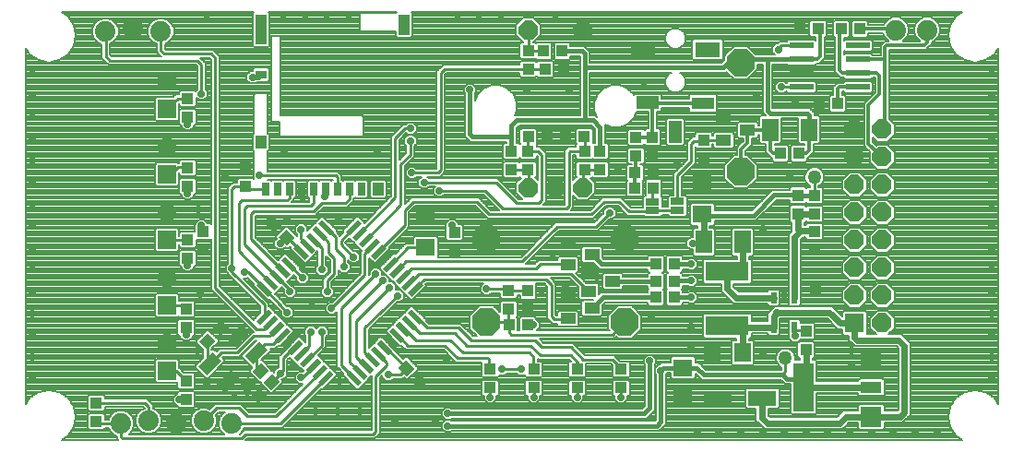
<source format=gbl>
G75*
G70*
%OFA0B0*%
%FSLAX24Y24*%
%IPPOS*%
%LPD*%
%AMOC8*
5,1,8,0,0,1.08239X$1,22.5*
%
%ADD10R,0.0276X0.0472*%
%ADD11R,0.0394X0.0472*%
%ADD12R,0.0394X0.0748*%
%ADD13R,0.0394X0.0315*%
%ADD14R,0.0394X0.1102*%
%ADD15R,0.0433X0.0394*%
%ADD16R,0.0591X0.0197*%
%ADD17R,0.0197X0.0591*%
%ADD18R,0.0236X0.0413*%
%ADD19R,0.0591X0.0827*%
%ADD20R,0.1575X0.0709*%
%ADD21R,0.1024X0.0551*%
%ADD22R,0.0709X0.0630*%
%ADD23R,0.0394X0.0433*%
%ADD24R,0.0551X0.0394*%
%ADD25OC8,0.1000*%
%ADD26OC8,0.0700*%
%ADD27OC8,0.0660*%
%ADD28R,0.0660X0.0660*%
%ADD29R,0.0748X0.0748*%
%ADD30R,0.0748X0.0433*%
%ADD31R,0.0748X0.1772*%
%ADD32C,0.0740*%
%ADD33R,0.0866X0.0236*%
%ADD34R,0.0700X0.0700*%
%ADD35R,0.0630X0.0709*%
%ADD36R,0.0906X0.0577*%
%ADD37R,0.0827X0.0441*%
%ADD38R,0.0827X0.0451*%
%ADD39R,0.0461X0.0787*%
%ADD40C,0.0500*%
%ADD41R,0.0500X0.0250*%
%ADD42C,0.0100*%
%ADD43OC8,0.0240*%
%ADD44C,0.0080*%
%ADD45C,0.0240*%
%ADD46C,0.0120*%
%ADD47C,0.0160*%
D10*
X016662Y014850D03*
X017095Y014850D03*
X017528Y014850D03*
X017961Y014850D03*
X018394Y014850D03*
X018827Y014850D03*
X019260Y014850D03*
X019693Y014850D03*
X020126Y014850D03*
D11*
X020736Y014850D03*
X016485Y016543D03*
D12*
X021662Y020795D03*
D13*
X016485Y018984D03*
D14*
X016485Y020618D03*
D15*
X013843Y018122D03*
X013843Y017453D03*
X013843Y015622D03*
X013843Y014953D03*
X015943Y014953D03*
X015943Y015622D03*
G36*
X016943Y013866D02*
X017248Y013561D01*
X016969Y013282D01*
X016664Y013587D01*
X016943Y013866D01*
G37*
G36*
X017416Y013393D02*
X017721Y013088D01*
X017442Y012809D01*
X017137Y013114D01*
X017416Y013393D01*
G37*
X014403Y013324D03*
X013843Y013022D03*
X014403Y012654D03*
X013843Y012353D03*
X013793Y010522D03*
X013793Y009853D03*
G36*
X014848Y009364D02*
X014543Y009059D01*
X014264Y009338D01*
X014569Y009643D01*
X014848Y009364D01*
G37*
G36*
X015321Y009837D02*
X015016Y009532D01*
X014737Y009811D01*
X015042Y010116D01*
X015321Y009837D01*
G37*
G36*
X016187Y008261D02*
X016492Y008566D01*
X016771Y008287D01*
X016466Y007982D01*
X016187Y008261D01*
G37*
G36*
X015714Y007788D02*
X016019Y008093D01*
X016298Y007814D01*
X015993Y007509D01*
X015714Y007788D01*
G37*
G36*
X016114Y007388D02*
X016419Y007693D01*
X016698Y007414D01*
X016393Y007109D01*
X016114Y007388D01*
G37*
G36*
X016587Y007861D02*
X016892Y008166D01*
X017171Y007887D01*
X016866Y007582D01*
X016587Y007861D01*
G37*
X013793Y007922D03*
X013793Y007253D03*
X010543Y007122D03*
X010543Y006453D03*
G36*
X021769Y008082D02*
X021464Y008387D01*
X021743Y008666D01*
X022048Y008361D01*
X021769Y008082D01*
G37*
G36*
X022242Y007609D02*
X021937Y007914D01*
X022216Y008193D01*
X022521Y007888D01*
X022242Y007609D01*
G37*
X024772Y007665D03*
X024772Y008334D03*
X026347Y008334D03*
X026347Y007665D03*
X027922Y007665D03*
X027922Y008334D03*
X029496Y008334D03*
X029496Y007665D03*
X025443Y010503D03*
X025443Y011172D03*
X023482Y012602D03*
X023482Y013271D03*
X025543Y015553D03*
X026143Y015553D03*
X026143Y016222D03*
X026158Y016737D03*
X026827Y016737D03*
X027508Y016737D03*
X028177Y016737D03*
X028193Y016222D03*
X028743Y016222D03*
X028743Y015553D03*
X028193Y015553D03*
X030008Y015437D03*
X030043Y016053D03*
X030677Y015437D03*
X032493Y015953D03*
X032493Y016622D03*
X030043Y016722D03*
X027427Y019187D03*
X026758Y019187D03*
X026151Y019184D03*
X026151Y019853D03*
X025543Y016222D03*
X035958Y020637D03*
X036627Y020637D03*
X036493Y014622D03*
X036493Y013953D03*
X036493Y013322D03*
X036493Y012653D03*
X036193Y009722D03*
X036193Y009053D03*
D16*
G36*
X021794Y011100D02*
X022210Y011516D01*
X022348Y011378D01*
X021932Y010962D01*
X021794Y011100D01*
G37*
G36*
X021571Y011322D02*
X021987Y011738D01*
X022125Y011600D01*
X021709Y011184D01*
X021571Y011322D01*
G37*
G36*
X021349Y011545D02*
X021765Y011961D01*
X021903Y011823D01*
X021487Y011407D01*
X021349Y011545D01*
G37*
G36*
X021126Y011768D02*
X021542Y012184D01*
X021680Y012046D01*
X021264Y011630D01*
X021126Y011768D01*
G37*
G36*
X020903Y011990D02*
X021319Y012406D01*
X021457Y012268D01*
X021041Y011852D01*
X020903Y011990D01*
G37*
G36*
X020680Y012213D02*
X021096Y012629D01*
X021234Y012491D01*
X020818Y012075D01*
X020680Y012213D01*
G37*
G36*
X020458Y012436D02*
X020874Y012852D01*
X021012Y012714D01*
X020596Y012298D01*
X020458Y012436D01*
G37*
G36*
X020235Y012658D02*
X020651Y013074D01*
X020789Y012936D01*
X020373Y012520D01*
X020235Y012658D01*
G37*
G36*
X020012Y012881D02*
X020428Y013297D01*
X020566Y013159D01*
X020150Y012743D01*
X020012Y012881D01*
G37*
G36*
X019790Y013104D02*
X020206Y013520D01*
X020344Y013382D01*
X019928Y012966D01*
X019790Y013104D01*
G37*
G36*
X019567Y013327D02*
X019983Y013743D01*
X020121Y013605D01*
X019705Y013189D01*
X019567Y013327D01*
G37*
G36*
X016338Y010097D02*
X016754Y010513D01*
X016892Y010375D01*
X016476Y009959D01*
X016338Y010097D01*
G37*
G36*
X016560Y009875D02*
X016976Y010291D01*
X017114Y010153D01*
X016698Y009737D01*
X016560Y009875D01*
G37*
G36*
X016783Y009652D02*
X017199Y010068D01*
X017337Y009930D01*
X016921Y009514D01*
X016783Y009652D01*
G37*
G36*
X017006Y009429D02*
X017422Y009845D01*
X017560Y009707D01*
X017144Y009291D01*
X017006Y009429D01*
G37*
G36*
X017228Y009206D02*
X017644Y009622D01*
X017782Y009484D01*
X017366Y009068D01*
X017228Y009206D01*
G37*
G36*
X017451Y008984D02*
X017867Y009400D01*
X018005Y009262D01*
X017589Y008846D01*
X017451Y008984D01*
G37*
G36*
X017674Y008761D02*
X018090Y009177D01*
X018228Y009039D01*
X017812Y008623D01*
X017674Y008761D01*
G37*
G36*
X017897Y008538D02*
X018313Y008954D01*
X018451Y008816D01*
X018035Y008400D01*
X017897Y008538D01*
G37*
G36*
X018119Y008316D02*
X018535Y008732D01*
X018673Y008594D01*
X018257Y008178D01*
X018119Y008316D01*
G37*
G36*
X018342Y008093D02*
X018758Y008509D01*
X018896Y008371D01*
X018480Y007955D01*
X018342Y008093D01*
G37*
G36*
X018565Y007870D02*
X018981Y008286D01*
X019119Y008148D01*
X018703Y007732D01*
X018565Y007870D01*
G37*
D17*
G36*
X019567Y008148D02*
X019705Y008286D01*
X020121Y007870D01*
X019983Y007732D01*
X019567Y008148D01*
G37*
G36*
X019790Y008371D02*
X019928Y008509D01*
X020344Y008093D01*
X020206Y007955D01*
X019790Y008371D01*
G37*
G36*
X020012Y008594D02*
X020150Y008732D01*
X020566Y008316D01*
X020428Y008178D01*
X020012Y008594D01*
G37*
G36*
X020235Y008816D02*
X020373Y008954D01*
X020789Y008538D01*
X020651Y008400D01*
X020235Y008816D01*
G37*
G36*
X020458Y009039D02*
X020596Y009177D01*
X021012Y008761D01*
X020874Y008623D01*
X020458Y009039D01*
G37*
G36*
X020680Y009262D02*
X020818Y009400D01*
X021234Y008984D01*
X021096Y008846D01*
X020680Y009262D01*
G37*
G36*
X020903Y009484D02*
X021041Y009622D01*
X021457Y009206D01*
X021319Y009068D01*
X020903Y009484D01*
G37*
G36*
X021126Y009707D02*
X021264Y009845D01*
X021680Y009429D01*
X021542Y009291D01*
X021126Y009707D01*
G37*
G36*
X021349Y009930D02*
X021487Y010068D01*
X021903Y009652D01*
X021765Y009514D01*
X021349Y009930D01*
G37*
G36*
X021571Y010153D02*
X021709Y010291D01*
X022125Y009875D01*
X021987Y009737D01*
X021571Y010153D01*
G37*
G36*
X021794Y010375D02*
X021932Y010513D01*
X022348Y010097D01*
X022210Y009959D01*
X021794Y010375D01*
G37*
G36*
X017897Y012936D02*
X018035Y013074D01*
X018451Y012658D01*
X018313Y012520D01*
X017897Y012936D01*
G37*
G36*
X017674Y012714D02*
X017812Y012852D01*
X018228Y012436D01*
X018090Y012298D01*
X017674Y012714D01*
G37*
G36*
X017451Y012491D02*
X017589Y012629D01*
X018005Y012213D01*
X017867Y012075D01*
X017451Y012491D01*
G37*
G36*
X017228Y012268D02*
X017366Y012406D01*
X017782Y011990D01*
X017644Y011852D01*
X017228Y012268D01*
G37*
G36*
X017006Y012046D02*
X017144Y012184D01*
X017560Y011768D01*
X017422Y011630D01*
X017006Y012046D01*
G37*
G36*
X016783Y011823D02*
X016921Y011961D01*
X017337Y011545D01*
X017199Y011407D01*
X016783Y011823D01*
G37*
G36*
X016560Y011600D02*
X016698Y011738D01*
X017114Y011322D01*
X016976Y011184D01*
X016560Y011600D01*
G37*
G36*
X016338Y011378D02*
X016476Y011516D01*
X016892Y011100D01*
X016754Y010962D01*
X016338Y011378D01*
G37*
G36*
X018119Y013159D02*
X018257Y013297D01*
X018673Y012881D01*
X018535Y012743D01*
X018119Y013159D01*
G37*
G36*
X018342Y013382D02*
X018480Y013520D01*
X018896Y013104D01*
X018758Y012966D01*
X018342Y013382D01*
G37*
G36*
X018565Y013605D02*
X018703Y013743D01*
X019119Y013327D01*
X018981Y013189D01*
X018565Y013605D01*
G37*
D18*
X035019Y010919D03*
X035393Y010919D03*
X035767Y010919D03*
X035767Y009856D03*
X035019Y009856D03*
D19*
X033901Y012937D03*
X032484Y012937D03*
X034884Y016987D03*
X036301Y016987D03*
D20*
X033343Y011872D03*
X033343Y009903D03*
D21*
X032986Y007287D03*
X034600Y007287D03*
D22*
X031743Y007286D03*
X031743Y008389D03*
X032443Y013936D03*
X032443Y015039D03*
X022443Y013839D03*
X022443Y012736D03*
D23*
X026143Y011172D03*
X026143Y010503D03*
X026127Y009937D03*
X025458Y009937D03*
X030759Y010940D03*
X031428Y010940D03*
X031428Y011515D03*
X030759Y011515D03*
X030759Y012141D03*
X031428Y012141D03*
X030677Y014887D03*
X030008Y014887D03*
X030643Y016053D03*
X030643Y016722D03*
X035258Y016137D03*
X035927Y016137D03*
X035893Y014622D03*
X035893Y013953D03*
X036658Y017937D03*
X037327Y017937D03*
X037458Y020637D03*
X038127Y020637D03*
X027377Y019837D03*
X026708Y019837D03*
D24*
X033210Y017361D03*
X034076Y016987D03*
X033210Y016613D03*
X027585Y012865D03*
X028451Y012491D03*
X028335Y011889D03*
X028335Y011141D03*
X028451Y010540D03*
X027585Y010166D03*
X027585Y010914D03*
X027585Y012117D03*
X029201Y011515D03*
D25*
X029634Y010043D03*
X029634Y013043D03*
X033827Y015478D03*
X033827Y019418D03*
X024634Y013043D03*
X024634Y010043D03*
D26*
X026150Y014889D03*
X027134Y014889D03*
X028118Y014889D03*
X037945Y015011D03*
X038945Y015011D03*
X038945Y016011D03*
X037945Y016011D03*
X037945Y017011D03*
X038945Y017011D03*
X038945Y014011D03*
X037945Y014011D03*
X037945Y013011D03*
X038945Y013011D03*
X038945Y012011D03*
X037945Y012011D03*
X037945Y011011D03*
X038945Y011011D03*
X038945Y010011D03*
X028118Y020598D03*
X026150Y020598D03*
D27*
X013093Y018736D03*
X013093Y016374D03*
X013093Y014011D03*
X013093Y011649D03*
X013093Y009287D03*
D28*
X013093Y008287D03*
X013093Y010649D03*
X013093Y013011D03*
X013093Y015374D03*
X013093Y017736D03*
D29*
X038543Y008750D03*
X038543Y006624D03*
D30*
X038543Y007687D03*
G36*
X015911Y008821D02*
X016439Y009349D01*
X016745Y009043D01*
X016217Y008515D01*
X015911Y008821D01*
G37*
G36*
X015271Y009462D02*
X015799Y009990D01*
X016105Y009684D01*
X015577Y009156D01*
X015271Y009462D01*
G37*
G36*
X014241Y008432D02*
X014769Y008960D01*
X015075Y008654D01*
X014547Y008126D01*
X014241Y008432D01*
G37*
G36*
X014881Y007791D02*
X015409Y008319D01*
X015715Y008013D01*
X015187Y007485D01*
X014881Y007791D01*
G37*
D31*
X036102Y007687D03*
D32*
X015435Y006375D03*
X014435Y006475D03*
X013435Y006375D03*
X012435Y006475D03*
X011435Y006375D03*
X010876Y020548D03*
X011876Y020648D03*
X012876Y020548D03*
X039429Y020598D03*
X040569Y020598D03*
D33*
X038066Y020037D03*
X038066Y019537D03*
X038066Y019037D03*
X038066Y018537D03*
X036019Y018537D03*
X036019Y019037D03*
X036019Y019537D03*
X036019Y020037D03*
D34*
X037945Y010011D03*
D35*
X033894Y008937D03*
X032792Y008937D03*
D36*
X032627Y019887D03*
X030303Y019894D03*
D37*
X032465Y017945D03*
D38*
X030465Y017965D03*
D39*
X031465Y016921D03*
D40*
X036493Y015287D03*
X036543Y011187D03*
X035443Y008737D03*
D41*
X031543Y014080D03*
X031543Y014400D03*
X030643Y014395D03*
X030643Y014075D03*
D42*
X031538Y014075D01*
X031543Y014080D01*
X031543Y014400D02*
X031543Y015337D01*
X032043Y015837D01*
X032043Y016487D01*
X032143Y016587D01*
X032458Y016587D01*
X032493Y016622D01*
X033201Y016622D01*
X033210Y016613D01*
X030677Y014887D02*
X030643Y014853D01*
X030643Y014395D01*
X030643Y014075D02*
X030605Y014037D01*
X029793Y014037D01*
X029443Y014387D01*
X028893Y014387D01*
X028443Y013937D01*
X024743Y013937D01*
X024293Y014387D01*
X021993Y014387D01*
X021693Y014087D01*
X021693Y013537D01*
X020735Y012579D01*
X020735Y012575D01*
X020512Y012797D02*
X020243Y012528D01*
X020243Y011737D01*
X019043Y010537D01*
X019393Y010537D02*
X020643Y011787D01*
X020893Y011537D02*
X019693Y010337D01*
X019693Y008587D01*
X020048Y008232D01*
X020067Y008232D01*
X019844Y008036D02*
X019393Y008487D01*
X019393Y010537D01*
X019943Y010087D02*
X021143Y011287D01*
X021443Y010987D02*
X020243Y009837D01*
X020243Y008937D01*
X020503Y008677D01*
X020512Y008677D01*
X020735Y008895D02*
X021043Y008587D01*
X021043Y008487D01*
X020643Y008087D01*
X020643Y006087D01*
X020543Y005987D01*
X015943Y005987D01*
X015793Y005837D01*
X011493Y005837D01*
X011443Y005887D01*
X011443Y006367D01*
X011435Y006375D01*
X010621Y006375D01*
X010543Y006453D01*
X010543Y007122D02*
X012308Y007122D01*
X012443Y006987D01*
X012443Y006482D01*
X012435Y006475D01*
X013543Y007237D02*
X013777Y007237D01*
X013793Y007253D01*
X014435Y006475D02*
X014898Y006937D01*
X015693Y006937D01*
X015993Y006637D01*
X017043Y006637D01*
X018619Y008214D01*
X018619Y008232D01*
X018396Y008455D02*
X017979Y008037D01*
X017943Y008037D01*
X017293Y008287D02*
X017193Y008187D01*
X017193Y008187D01*
X016879Y007874D01*
X016479Y008274D02*
X016328Y008425D01*
X016328Y008932D01*
X016633Y009237D01*
X016943Y009237D01*
X017274Y009568D01*
X017283Y009568D01*
X017060Y009791D02*
X017046Y009791D01*
X016793Y009537D01*
X016243Y009537D01*
X015643Y008937D01*
X015052Y008937D01*
X014658Y008543D01*
X014658Y008644D01*
X014556Y008644D01*
X014556Y009351D01*
X013793Y009587D02*
X013793Y009853D01*
X013793Y010522D02*
X013666Y010649D01*
X013093Y010649D01*
X014843Y011287D02*
X016343Y009787D01*
X016611Y009787D01*
X016837Y010014D01*
X016615Y010236D02*
X016615Y010666D01*
X015443Y011837D01*
X015443Y011987D01*
X015443Y014837D01*
X015543Y014937D01*
X015927Y014937D01*
X015943Y014953D01*
X016046Y014850D01*
X016662Y014850D01*
X017443Y014437D02*
X015793Y014437D01*
X015693Y014337D01*
X015693Y012606D01*
X016837Y011461D01*
X017046Y011684D02*
X016593Y012137D01*
X016600Y012144D01*
X015893Y012851D01*
X015893Y014137D01*
X015993Y014237D01*
X018293Y014237D01*
X018394Y014339D01*
X018394Y014850D01*
X018693Y014337D02*
X019543Y014337D01*
X019693Y014487D01*
X019693Y014850D01*
X019693Y014850D01*
X019260Y014850D02*
X019260Y015270D01*
X019193Y015337D01*
X016443Y015337D01*
X017528Y014850D02*
X017528Y014522D01*
X017443Y014437D01*
X018393Y014037D02*
X018693Y014337D01*
X018393Y014037D02*
X016243Y014037D01*
X016143Y013937D01*
X016143Y013037D01*
X017274Y011907D01*
X017283Y011907D01*
X017505Y012129D02*
X017993Y011642D01*
X017993Y011637D01*
X017543Y011201D02*
X017060Y011684D01*
X017046Y011684D01*
X016615Y011239D02*
X017193Y010660D01*
X017443Y010387D01*
X018243Y009687D02*
X018293Y009687D01*
X018243Y009687D02*
X018243Y009187D01*
X017955Y008900D01*
X017951Y008900D01*
X018174Y008677D02*
X018693Y009197D01*
X018693Y009687D01*
X017728Y009123D02*
X017678Y009123D01*
X017293Y008737D01*
X017293Y008287D01*
X018842Y008009D02*
X017207Y006375D01*
X015435Y006375D01*
X013793Y007922D02*
X013428Y008287D01*
X013093Y008287D01*
X014843Y011287D02*
X014843Y019587D01*
X014693Y019737D01*
X012993Y019737D01*
X012867Y019863D01*
X012867Y020539D01*
X012876Y020548D01*
X014193Y019487D02*
X011043Y019487D01*
X010893Y019637D01*
X010893Y020524D01*
X010876Y020548D01*
X014193Y019487D02*
X014343Y019337D01*
X014343Y018287D01*
X013843Y018122D02*
X013479Y018122D01*
X013093Y017736D01*
X013843Y017453D02*
X013843Y017187D01*
X013827Y015637D02*
X013493Y015637D01*
X013229Y015374D01*
X013093Y015374D01*
X013827Y015637D02*
X013843Y015622D01*
X013843Y014953D02*
X013843Y014687D01*
X014343Y013537D02*
X014343Y013334D01*
X014403Y013324D01*
X013843Y013022D02*
X013832Y013011D01*
X013093Y013011D01*
X013843Y012353D02*
X013843Y012087D01*
X015893Y011837D02*
X016016Y011837D01*
X016615Y011239D01*
X017543Y011201D02*
X017543Y011137D01*
X018693Y011937D02*
X018693Y012724D01*
X018396Y013020D01*
X018410Y013020D01*
X018619Y013243D02*
X018943Y012919D01*
X018943Y012537D01*
X019143Y012337D01*
X019143Y011787D01*
X018893Y011537D01*
X018893Y011137D01*
X019493Y012037D02*
X019493Y012387D01*
X019193Y012687D01*
X019193Y013115D01*
X018842Y013466D01*
X018842Y013486D01*
X018619Y013261D02*
X018619Y013243D01*
X018174Y012807D02*
X017943Y013037D01*
X017943Y013387D01*
X017429Y013101D02*
X017951Y012579D01*
X017951Y012575D01*
X018174Y012797D02*
X018174Y012807D01*
X019393Y012837D02*
X019393Y012987D01*
X019844Y013439D01*
X019844Y013466D01*
X020067Y013261D02*
X021343Y014537D01*
X021343Y016687D01*
X021693Y017037D01*
X021893Y017037D01*
X021893Y016587D02*
X021893Y016087D01*
X021543Y015737D01*
X021543Y014274D01*
X020289Y013020D01*
X020067Y013243D02*
X020067Y013261D01*
X019393Y012837D02*
X019843Y012387D01*
X021180Y012129D02*
X021185Y012129D01*
X021793Y012737D01*
X022242Y012737D01*
X022443Y012736D01*
X021743Y012237D02*
X025943Y012237D01*
X027193Y013487D01*
X028593Y013487D01*
X029093Y013987D01*
X028118Y014889D02*
X028118Y015478D01*
X028193Y015553D01*
X028743Y015553D01*
X028193Y016222D02*
X027652Y016222D01*
X027618Y016187D01*
X027618Y014237D01*
X027518Y014137D01*
X025243Y014137D01*
X024593Y014787D01*
X022943Y014787D01*
X022393Y015087D02*
X024993Y015087D01*
X025743Y014337D01*
X026543Y014337D01*
X026643Y014437D01*
X026643Y016087D01*
X026508Y016222D01*
X026143Y016222D01*
X026143Y016722D01*
X026158Y016737D01*
X026143Y015553D02*
X025543Y015553D01*
X026143Y015553D02*
X026150Y015546D01*
X026150Y014889D01*
X028193Y016222D02*
X028193Y016722D01*
X028177Y016737D01*
X026758Y019187D02*
X026155Y019187D01*
X026151Y019184D01*
X026148Y019187D01*
X023143Y019187D01*
X022993Y019037D01*
X022993Y015537D01*
X022893Y015437D01*
X021943Y015437D01*
X023393Y013537D02*
X023499Y013287D01*
X023482Y013271D01*
X021943Y011987D02*
X026443Y011987D01*
X026593Y012137D01*
X027564Y012137D01*
X027585Y012117D01*
X027689Y011787D02*
X028335Y011141D01*
X027689Y011787D02*
X022193Y011787D01*
X021867Y011461D01*
X021848Y011461D01*
X022071Y011266D02*
X022393Y011587D01*
X026793Y011587D01*
X026993Y011387D01*
X026993Y010237D01*
X027093Y010137D01*
X027556Y010137D01*
X027585Y010166D01*
X026343Y009937D02*
X026127Y009937D01*
X026393Y009387D02*
X026643Y009137D01*
X027693Y009137D01*
X028143Y008687D01*
X029193Y008687D01*
X029496Y008384D01*
X029496Y008334D01*
X029496Y007665D02*
X029496Y007330D01*
X027922Y007330D02*
X027922Y007665D01*
X027922Y008334D02*
X027943Y008356D01*
X027943Y008587D01*
X027693Y008837D01*
X026593Y008837D01*
X026243Y009187D01*
X023943Y009187D01*
X023493Y009637D01*
X022243Y009637D01*
X021867Y010014D01*
X021848Y010014D01*
X021689Y009791D02*
X022093Y009387D01*
X023343Y009387D01*
X023793Y008937D01*
X026193Y008937D01*
X026343Y008787D01*
X026343Y008338D01*
X026347Y008334D01*
X025893Y008337D02*
X025193Y008337D01*
X024772Y008334D02*
X024743Y008363D01*
X024743Y008687D01*
X024693Y008737D01*
X023593Y008737D01*
X023143Y009187D01*
X021793Y009187D01*
X021412Y009568D01*
X021403Y009568D01*
X021626Y009791D02*
X021689Y009791D01*
X022071Y010236D02*
X022094Y010236D01*
X022493Y009837D01*
X023643Y009837D01*
X024093Y009387D01*
X026393Y009387D01*
X025543Y009587D02*
X029179Y009587D01*
X029634Y010043D01*
X026143Y011172D02*
X025443Y011172D01*
X025377Y011237D01*
X024643Y011237D01*
X025443Y010503D02*
X025443Y009953D01*
X025458Y009937D01*
X025458Y009672D01*
X025543Y009587D01*
X025458Y009937D02*
X025353Y010043D01*
X024634Y010043D01*
X022071Y011239D02*
X022071Y011266D01*
X021639Y011684D02*
X021943Y011987D01*
X021743Y012237D02*
X021412Y011907D01*
X021403Y011907D01*
X021626Y011684D02*
X021639Y011684D01*
X019943Y010087D02*
X019943Y008787D01*
X020276Y008455D01*
X020289Y008455D01*
X019844Y008036D02*
X019844Y008009D01*
X021093Y008137D02*
X021520Y008137D01*
X021756Y008374D01*
X021720Y008337D01*
X021756Y008374D02*
X021007Y009123D01*
X020957Y009123D01*
X020735Y008900D02*
X020735Y008895D01*
X024772Y007665D02*
X024772Y007330D01*
X026347Y007330D02*
X026347Y007665D01*
X035343Y008137D02*
X035443Y008237D01*
X035443Y008737D01*
X035793Y009537D02*
X035793Y009737D01*
X036177Y009737D01*
X036193Y009722D01*
X035793Y009737D02*
X035793Y009830D01*
X035767Y009856D01*
X036493Y014622D02*
X036493Y015287D01*
X036019Y018537D02*
X035293Y018537D01*
X035193Y019887D02*
X035193Y019937D01*
X035293Y020037D01*
X036019Y020037D01*
X026708Y019837D02*
X026692Y019853D01*
X026151Y019853D01*
X026150Y019854D01*
X026150Y020598D01*
D43*
X027134Y020992D03*
X025166Y020992D03*
X024378Y020992D03*
X023591Y020992D03*
X024043Y018437D03*
X026089Y018431D03*
X027639Y018431D03*
X030339Y018731D03*
X034389Y018181D03*
X035293Y018537D03*
X035789Y018031D03*
X035193Y019887D03*
X031539Y015831D03*
X029389Y015631D03*
X029093Y013987D03*
X027039Y012531D03*
X027489Y011381D03*
X026639Y011181D03*
X028639Y011681D03*
X030589Y010231D03*
X032039Y009881D03*
X032039Y009181D03*
X030943Y008287D03*
X030543Y008637D03*
X029496Y007330D03*
X027922Y007330D03*
X026347Y007330D03*
X025893Y008337D03*
X025193Y008337D03*
X024772Y007330D03*
X023243Y006737D03*
X022786Y006449D03*
X023243Y006287D03*
X021336Y006449D03*
X020048Y006819D03*
X019260Y006819D03*
X018473Y006819D03*
X017943Y008037D03*
X017636Y008399D03*
X017193Y008187D03*
X015986Y007499D03*
X015536Y007299D03*
X014536Y007799D03*
X013543Y007237D03*
X014186Y008999D03*
X013793Y009587D03*
X014286Y011049D03*
X013843Y012087D03*
X015136Y012599D03*
X015443Y011987D03*
X015893Y011837D03*
X017543Y011137D03*
X017993Y011637D03*
X018693Y011937D03*
X017986Y012099D03*
X017193Y012887D03*
X017436Y013699D03*
X017943Y013387D03*
X016836Y013699D03*
X017986Y014549D03*
X018793Y014587D03*
X019286Y013799D03*
X019843Y012387D03*
X019493Y012037D03*
X020486Y012149D03*
X020643Y011787D03*
X020893Y011537D03*
X021143Y011287D03*
X021443Y010987D03*
X020486Y009449D03*
X019043Y010537D03*
X018336Y010599D03*
X018893Y011137D03*
X017443Y010387D03*
X017786Y009649D03*
X018293Y009687D03*
X018693Y009687D03*
X019336Y007899D03*
X021093Y008137D03*
X023186Y008649D03*
X026343Y009937D03*
X024643Y011237D03*
X023393Y013537D03*
X022943Y014787D03*
X022393Y015087D03*
X021943Y015437D03*
X020686Y016149D03*
X021893Y016587D03*
X021893Y017037D03*
X017336Y016149D03*
X016443Y015337D03*
X015186Y015299D03*
X013843Y014687D03*
X014236Y014099D03*
X014343Y013537D03*
X013843Y017187D03*
X014343Y018287D03*
X016193Y018887D03*
X017292Y020992D03*
X018079Y020992D03*
X018866Y020992D03*
X019654Y020992D03*
X014536Y020992D03*
X008236Y019023D03*
X008236Y018236D03*
X008236Y017448D03*
X008236Y016661D03*
X008236Y015874D03*
X008236Y015086D03*
X008236Y014299D03*
X008236Y013511D03*
X008236Y012724D03*
X008236Y011937D03*
X008236Y011149D03*
X008236Y010362D03*
X008236Y009574D03*
X008236Y008787D03*
X008236Y008000D03*
X032043Y010937D03*
X032043Y011537D03*
X032043Y012137D03*
X032093Y012887D03*
X034639Y013431D03*
X035589Y015331D03*
X042882Y015086D03*
X042882Y014299D03*
X042882Y013511D03*
X042882Y012724D03*
X042882Y011937D03*
X042882Y011149D03*
X042882Y010362D03*
X042882Y009574D03*
X042882Y008787D03*
X042882Y008000D03*
X040914Y006031D03*
X040126Y006031D03*
X039339Y006031D03*
X038551Y006031D03*
X037764Y006031D03*
X036977Y006031D03*
X036189Y006031D03*
X035402Y006031D03*
X034614Y006031D03*
X033827Y006031D03*
X033040Y006031D03*
X032252Y006031D03*
X034639Y008931D03*
X035793Y009537D03*
X035143Y010387D03*
X037839Y009031D03*
X037839Y008481D03*
X042882Y015874D03*
X042882Y016661D03*
X042882Y017448D03*
X042882Y018236D03*
X042882Y019023D03*
D44*
X009517Y005932D02*
X009286Y005777D01*
X011341Y005777D01*
X011293Y005825D01*
X011293Y005925D01*
X011169Y005976D01*
X011037Y006109D01*
X010989Y006225D01*
X010859Y006225D01*
X010859Y006214D01*
X010801Y006156D01*
X010285Y006156D01*
X010226Y006214D01*
X010226Y006691D01*
X010285Y006750D01*
X010801Y006750D01*
X010859Y006691D01*
X010859Y006525D01*
X010989Y006525D01*
X011037Y006641D01*
X011169Y006773D01*
X011342Y006845D01*
X011529Y006845D01*
X011702Y006773D01*
X011834Y006641D01*
X011905Y006468D01*
X011905Y006281D01*
X011834Y006109D01*
X011713Y005987D01*
X015158Y005987D01*
X015037Y006109D01*
X014965Y006281D01*
X014965Y006468D01*
X015037Y006641D01*
X015169Y006773D01*
X015203Y006787D01*
X014960Y006787D01*
X014857Y006685D01*
X014905Y006568D01*
X014905Y006381D01*
X014834Y006209D01*
X014702Y006076D01*
X014529Y006005D01*
X014342Y006005D01*
X014169Y006076D01*
X014037Y006209D01*
X013965Y006381D01*
X013965Y006568D01*
X014037Y006741D01*
X014169Y006873D01*
X014342Y006945D01*
X014529Y006945D01*
X014645Y006897D01*
X014836Y007087D01*
X015755Y007087D01*
X015843Y007000D01*
X016055Y006787D01*
X016981Y006787D01*
X018011Y007817D01*
X017852Y007817D01*
X017723Y007946D01*
X017723Y008129D01*
X017852Y008257D01*
X017987Y008257D01*
X018018Y008288D01*
X018018Y008299D01*
X017993Y008299D01*
X017795Y008497D01*
X017795Y008522D01*
X017770Y008522D01*
X017572Y008719D01*
X017572Y008744D01*
X017548Y008744D01*
X017530Y008762D01*
X017443Y008675D01*
X017443Y008225D01*
X017413Y008195D01*
X017413Y008096D01*
X017284Y007967D01*
X017234Y007967D01*
X017272Y007929D01*
X017272Y007847D01*
X016907Y007482D01*
X016824Y007482D01*
X016487Y007819D01*
X016487Y007882D01*
X016424Y007882D01*
X016087Y008219D01*
X016087Y008302D01*
X016178Y008392D01*
X016178Y008415D01*
X016175Y008415D01*
X015810Y008779D01*
X015810Y008862D01*
X016335Y009387D01*
X016305Y009387D01*
X015793Y008875D01*
X015705Y008787D01*
X015115Y008787D01*
X015099Y008772D01*
X015175Y008695D01*
X015175Y008612D01*
X014588Y008025D01*
X014505Y008025D01*
X014140Y008390D01*
X014140Y008473D01*
X014406Y008739D01*
X014406Y009053D01*
X014164Y009295D01*
X014164Y009378D01*
X014529Y009743D01*
X014611Y009743D01*
X014948Y009406D01*
X014948Y009323D01*
X014706Y009081D01*
X014706Y009039D01*
X014728Y009060D01*
X014810Y009060D01*
X014887Y008984D01*
X014990Y009087D01*
X015581Y009087D01*
X016181Y009687D01*
X016231Y009687D01*
X016193Y009725D01*
X014693Y011225D01*
X014693Y013058D01*
X014661Y013027D01*
X014159Y013027D01*
X014159Y012784D01*
X014101Y012725D01*
X013585Y012725D01*
X013526Y012784D01*
X013526Y012861D01*
X013523Y012861D01*
X013523Y012640D01*
X013464Y012581D01*
X012721Y012581D01*
X012663Y012640D01*
X012663Y013383D01*
X012721Y013441D01*
X013464Y013441D01*
X013523Y013383D01*
X013523Y013161D01*
X013526Y013161D01*
X013526Y013260D01*
X013585Y013319D01*
X014087Y013319D01*
X014087Y013562D01*
X014123Y013598D01*
X014123Y013629D01*
X014252Y013757D01*
X014434Y013757D01*
X014563Y013629D01*
X014563Y013620D01*
X014661Y013620D01*
X014693Y013589D01*
X014693Y019525D01*
X014631Y019587D01*
X014305Y019587D01*
X014493Y019400D01*
X014493Y018449D01*
X014563Y018379D01*
X014563Y018196D01*
X014434Y018067D01*
X014252Y018067D01*
X014159Y018160D01*
X014159Y017884D01*
X014101Y017825D01*
X013585Y017825D01*
X013526Y017884D01*
X013526Y017957D01*
X013523Y017954D01*
X013523Y017364D01*
X013464Y017306D01*
X012721Y017306D01*
X012663Y017364D01*
X012663Y018107D01*
X012721Y018166D01*
X013311Y018166D01*
X013417Y018272D01*
X013526Y018272D01*
X013526Y018360D01*
X013585Y018419D01*
X014101Y018419D01*
X014132Y018388D01*
X014193Y018449D01*
X014193Y019275D01*
X014131Y019337D01*
X010981Y019337D01*
X010831Y019487D01*
X010831Y019487D01*
X010743Y019575D01*
X010743Y020095D01*
X010610Y020150D01*
X010478Y020282D01*
X010406Y020455D01*
X010406Y020642D01*
X010478Y020814D01*
X010610Y020946D01*
X010783Y021018D01*
X010970Y021018D01*
X011142Y020946D01*
X011275Y020814D01*
X011346Y020642D01*
X011346Y020455D01*
X011275Y020282D01*
X011142Y020150D01*
X011043Y020108D01*
X011043Y019700D01*
X011105Y019637D01*
X012881Y019637D01*
X012843Y019675D01*
X012805Y019713D01*
X012805Y019713D01*
X012717Y019801D01*
X012717Y020105D01*
X012610Y020150D01*
X012478Y020282D01*
X012406Y020455D01*
X012406Y020642D01*
X012478Y020814D01*
X012610Y020946D01*
X012783Y021018D01*
X012970Y021018D01*
X013142Y020946D01*
X013275Y020814D01*
X013346Y020642D01*
X013346Y020455D01*
X013275Y020282D01*
X013142Y020150D01*
X013017Y020098D01*
X013017Y019926D01*
X013055Y019887D01*
X014755Y019887D01*
X014905Y019737D01*
X014993Y019650D01*
X014993Y011350D01*
X016236Y010106D01*
X016236Y010139D01*
X016465Y010367D01*
X016465Y010603D01*
X015381Y011687D01*
X015293Y011775D01*
X015293Y011826D01*
X015223Y011896D01*
X015223Y012079D01*
X015293Y012149D01*
X015293Y014900D01*
X015393Y015000D01*
X015481Y015087D01*
X015626Y015087D01*
X015626Y015191D01*
X015685Y015250D01*
X016201Y015250D01*
X016242Y015208D01*
X016242Y015227D01*
X016223Y015246D01*
X016223Y015429D01*
X016242Y015448D01*
X016242Y016211D01*
X016188Y016265D01*
X016188Y016821D01*
X016242Y016875D01*
X016242Y018263D01*
X016280Y018301D01*
X016689Y018301D01*
X016727Y018263D01*
X016727Y016875D01*
X016781Y016821D01*
X016781Y016265D01*
X016727Y016211D01*
X016727Y015487D01*
X019255Y015487D01*
X019343Y015400D01*
X019410Y015332D01*
X019410Y015186D01*
X019439Y015186D01*
X019477Y015149D01*
X019514Y015186D01*
X019872Y015186D01*
X019910Y015149D01*
X019947Y015186D01*
X020305Y015186D01*
X020364Y015128D01*
X020364Y014572D01*
X020305Y014514D01*
X019947Y014514D01*
X019910Y014551D01*
X019872Y014514D01*
X019843Y014514D01*
X019843Y014425D01*
X019755Y014337D01*
X019605Y014187D01*
X018755Y014187D01*
X018543Y013975D01*
X018543Y013975D01*
X018455Y013887D01*
X016305Y013887D01*
X016293Y013875D01*
X016293Y013100D01*
X017107Y012285D01*
X017127Y012285D01*
X017127Y012310D01*
X017325Y012508D01*
X017408Y012508D01*
X017884Y012032D01*
X017884Y011963D01*
X017989Y011857D01*
X018084Y011857D01*
X018213Y011729D01*
X018213Y011546D01*
X018084Y011417D01*
X017902Y011417D01*
X017773Y011546D01*
X017773Y011650D01*
X017672Y011751D01*
X017661Y011751D01*
X017661Y011726D01*
X017463Y011528D01*
X017438Y011528D01*
X017438Y011518D01*
X017599Y011357D01*
X017634Y011357D01*
X017763Y011229D01*
X017763Y011046D01*
X017634Y010917D01*
X017452Y010917D01*
X017323Y011046D01*
X017323Y011209D01*
X017226Y011306D01*
X017216Y011306D01*
X017216Y011281D01*
X017018Y011083D01*
X016993Y011083D01*
X016993Y011072D01*
X017258Y010808D01*
X017261Y010807D01*
X017301Y010764D01*
X017343Y010722D01*
X017343Y010719D01*
X017445Y010607D01*
X017534Y010607D01*
X017663Y010479D01*
X017663Y010296D01*
X017534Y010167D01*
X017352Y010167D01*
X017223Y010296D01*
X017223Y010405D01*
X017084Y010557D01*
X016781Y010860D01*
X016712Y010860D01*
X016236Y011336D01*
X016236Y011405D01*
X016004Y011637D01*
X015984Y011617D01*
X015875Y011617D01*
X016765Y010728D01*
X016765Y010615D01*
X016795Y010615D01*
X016993Y010417D01*
X016993Y010392D01*
X017018Y010392D01*
X017216Y010194D01*
X017216Y010169D01*
X017241Y010169D01*
X017438Y009971D01*
X017438Y009947D01*
X017463Y009947D01*
X017661Y009749D01*
X017661Y009666D01*
X017185Y009190D01*
X017107Y009190D01*
X017093Y009175D01*
X017005Y009087D01*
X016843Y009087D01*
X016846Y009085D01*
X016846Y009002D01*
X016510Y008666D01*
X016535Y008666D01*
X016872Y008329D01*
X016872Y008266D01*
X016935Y008266D01*
X016973Y008228D01*
X016973Y008279D01*
X017102Y008407D01*
X017143Y008407D01*
X017143Y008800D01*
X017231Y008887D01*
X017350Y009006D01*
X017350Y009025D01*
X017826Y009501D01*
X017909Y009501D01*
X018093Y009317D01*
X018093Y009576D01*
X018073Y009596D01*
X018073Y009779D01*
X018202Y009907D01*
X018384Y009907D01*
X018493Y009799D01*
X018602Y009907D01*
X018784Y009907D01*
X018913Y009779D01*
X018913Y009596D01*
X018843Y009526D01*
X018843Y009134D01*
X018552Y008844D01*
X018552Y008833D01*
X018577Y008833D01*
X018775Y008635D01*
X018775Y008610D01*
X018800Y008610D01*
X018997Y008413D01*
X018997Y008388D01*
X019022Y008388D01*
X019220Y008190D01*
X019220Y008107D01*
X018744Y007631D01*
X018675Y007631D01*
X017269Y006225D01*
X015882Y006225D01*
X015834Y006109D01*
X015713Y005987D01*
X015731Y005987D01*
X015881Y006137D01*
X020481Y006137D01*
X020493Y006150D01*
X020493Y008099D01*
X020470Y008076D01*
X020445Y008076D01*
X020445Y008051D01*
X020247Y007854D01*
X020222Y007854D01*
X020222Y007829D01*
X020024Y007631D01*
X019942Y007631D01*
X019465Y008107D01*
X019465Y008190D01*
X019472Y008196D01*
X019331Y008337D01*
X019243Y008425D01*
X019243Y010426D01*
X019242Y010426D01*
X019243Y010426D02*
X019134Y010317D01*
X018952Y010317D01*
X018823Y010446D01*
X018823Y010629D01*
X018952Y010757D01*
X019051Y010757D01*
X020093Y011800D01*
X020093Y012590D01*
X020134Y012631D01*
X020134Y012642D01*
X020109Y012642D01*
X019911Y012840D01*
X019911Y012865D01*
X019886Y012865D01*
X019688Y013062D01*
X019688Y013071D01*
X019543Y012925D01*
X019543Y012900D01*
X019835Y012607D01*
X019934Y012607D01*
X020063Y012479D01*
X020063Y012296D01*
X019934Y012167D01*
X019752Y012167D01*
X019643Y012276D01*
X019643Y012199D01*
X019713Y012129D01*
X019713Y011946D01*
X019584Y011817D01*
X019402Y011817D01*
X019293Y011926D01*
X019293Y011725D01*
X019205Y011637D01*
X019043Y011475D01*
X019043Y011299D01*
X019113Y011229D01*
X019113Y011046D01*
X018984Y010917D01*
X018802Y010917D01*
X018673Y011046D01*
X018673Y011229D01*
X018743Y011299D01*
X018743Y011600D01*
X018993Y011850D01*
X018993Y012275D01*
X018881Y012387D01*
X018843Y012425D01*
X018843Y012099D01*
X018913Y012029D01*
X018913Y011846D01*
X018784Y011717D01*
X018602Y011717D01*
X018473Y011846D01*
X018473Y012029D01*
X018543Y012099D01*
X018543Y012608D01*
X018354Y012419D01*
X018329Y012419D01*
X018329Y012394D01*
X018131Y012196D01*
X018049Y012196D01*
X017572Y012673D01*
X017572Y012746D01*
X017547Y012771D01*
X017485Y012708D01*
X017402Y012708D01*
X017363Y012747D01*
X017284Y012667D01*
X017102Y012667D01*
X016973Y012796D01*
X016973Y012979D01*
X017052Y013058D01*
X017037Y013073D01*
X017037Y013156D01*
X017374Y013493D01*
X017457Y013493D01*
X017793Y013157D01*
X017793Y013226D01*
X017723Y013296D01*
X017723Y013479D01*
X017852Y013607D01*
X018034Y013607D01*
X018163Y013479D01*
X018163Y013346D01*
X018216Y013399D01*
X018241Y013399D01*
X018241Y013424D01*
X018438Y013621D01*
X018463Y013621D01*
X018463Y013646D01*
X018661Y013844D01*
X018744Y013844D01*
X019220Y013368D01*
X019220Y013299D01*
X019343Y013177D01*
X019343Y013150D01*
X019472Y013279D01*
X019465Y013285D01*
X019465Y013368D01*
X019942Y013844D01*
X020024Y013844D01*
X020222Y013646D01*
X020222Y013629D01*
X021193Y014600D01*
X021193Y016750D01*
X021631Y017187D01*
X021732Y017187D01*
X021802Y017257D01*
X021984Y017257D01*
X022113Y017129D01*
X022113Y016946D01*
X021984Y016817D01*
X021802Y016817D01*
X021743Y016876D01*
X021493Y016625D01*
X021493Y015900D01*
X021743Y016150D01*
X021743Y016426D01*
X021673Y016496D01*
X021673Y016679D01*
X021802Y016807D01*
X021984Y016807D01*
X022113Y016679D01*
X022113Y016496D01*
X022043Y016426D01*
X022043Y016025D01*
X021693Y015675D01*
X021693Y014300D01*
X021843Y014450D01*
X021931Y014537D01*
X024355Y014537D01*
X024805Y014087D01*
X025081Y014087D01*
X024531Y014637D01*
X023104Y014637D01*
X023034Y014567D01*
X022852Y014567D01*
X022723Y014696D01*
X022723Y014879D01*
X022782Y014937D01*
X022554Y014937D01*
X022484Y014867D01*
X022302Y014867D01*
X022173Y014996D01*
X022173Y015179D01*
X022282Y015287D01*
X022104Y015287D01*
X022034Y015217D01*
X021852Y015217D01*
X021723Y015346D01*
X021723Y015529D01*
X021852Y015657D01*
X022034Y015657D01*
X022104Y015587D01*
X022831Y015587D01*
X022843Y015600D01*
X022843Y019100D01*
X022993Y019250D01*
X023081Y019337D01*
X025835Y019337D01*
X025835Y019422D01*
X025893Y019481D01*
X026409Y019481D01*
X026453Y019437D01*
X026500Y019484D01*
X027016Y019484D01*
X027075Y019426D01*
X027075Y018949D01*
X027016Y018891D01*
X026500Y018891D01*
X026456Y018934D01*
X026409Y018887D01*
X025893Y018887D01*
X025835Y018946D01*
X025835Y019037D01*
X023205Y019037D01*
X023143Y018975D01*
X023143Y015475D01*
X023055Y015387D01*
X022955Y015287D01*
X022504Y015287D01*
X022554Y015237D01*
X025055Y015237D01*
X025143Y015150D01*
X025143Y015150D01*
X025805Y014487D01*
X025915Y014487D01*
X025700Y014703D01*
X025700Y015076D01*
X025882Y015258D01*
X025843Y015298D01*
X025801Y015256D01*
X025285Y015256D01*
X025226Y015314D01*
X025226Y015791D01*
X025285Y015850D01*
X025801Y015850D01*
X025843Y015808D01*
X025885Y015850D01*
X026401Y015850D01*
X026459Y015791D01*
X026459Y015314D01*
X026410Y015265D01*
X026493Y015183D01*
X026493Y016025D01*
X026459Y016059D01*
X026459Y015984D01*
X026401Y015925D01*
X025885Y015925D01*
X025843Y015967D01*
X025801Y015925D01*
X025285Y015925D01*
X025226Y015984D01*
X025226Y016460D01*
X025285Y016519D01*
X025363Y016519D01*
X025363Y016557D01*
X024068Y016557D01*
X023963Y016663D01*
X023863Y016763D01*
X023863Y018306D01*
X023823Y018346D01*
X023823Y018529D01*
X023952Y018657D01*
X024134Y018657D01*
X024263Y018529D01*
X024263Y018346D01*
X024223Y018306D01*
X024223Y018053D01*
X024316Y018278D01*
X024533Y018495D01*
X024816Y018612D01*
X025122Y018612D01*
X025405Y018495D01*
X025621Y018278D01*
X025739Y017995D01*
X025739Y017689D01*
X025667Y017516D01*
X025668Y017517D01*
X028013Y017517D01*
X028013Y019657D01*
X027674Y019657D01*
X027674Y019579D01*
X027616Y019521D01*
X027139Y019521D01*
X027081Y019579D01*
X027081Y020095D01*
X027139Y020154D01*
X027616Y020154D01*
X027674Y020095D01*
X027674Y020017D01*
X028167Y020017D01*
X028273Y019912D01*
X028373Y019812D01*
X028373Y019417D01*
X033118Y019417D01*
X033227Y019526D01*
X033227Y019667D01*
X033579Y020018D01*
X034076Y020018D01*
X034377Y019717D01*
X035052Y019717D01*
X034973Y019796D01*
X034973Y019979D01*
X035102Y020107D01*
X035151Y020107D01*
X035231Y020187D01*
X035486Y020187D01*
X035486Y020197D01*
X035545Y020256D01*
X036494Y020256D01*
X036533Y020216D01*
X036533Y020341D01*
X036369Y020341D01*
X036311Y020399D01*
X036311Y020876D01*
X036369Y020934D01*
X036885Y020934D01*
X036944Y020876D01*
X036944Y020399D01*
X036885Y020341D01*
X036853Y020341D01*
X036853Y019571D01*
X036759Y019477D01*
X036659Y019377D01*
X036552Y019377D01*
X036494Y019319D01*
X035545Y019319D01*
X035507Y019357D01*
X034973Y019357D01*
X034973Y017767D01*
X036317Y017767D01*
X036481Y017603D01*
X036481Y017501D01*
X036638Y017501D01*
X036697Y017442D01*
X036697Y016533D01*
X036638Y016474D01*
X036453Y016474D01*
X036453Y016171D01*
X036359Y016077D01*
X036359Y016077D01*
X036353Y016071D01*
X036353Y016071D01*
X036259Y015977D01*
X036224Y015977D01*
X036224Y015879D01*
X036166Y015821D01*
X035689Y015821D01*
X035631Y015879D01*
X035631Y016395D01*
X035689Y016454D01*
X036133Y016454D01*
X036133Y016474D01*
X035965Y016474D01*
X035906Y016533D01*
X035906Y017407D01*
X035279Y017407D01*
X035279Y016533D01*
X035221Y016474D01*
X035053Y016474D01*
X035053Y016454D01*
X035496Y016454D01*
X035555Y016395D01*
X035555Y015879D01*
X035496Y015821D01*
X035020Y015821D01*
X034961Y015879D01*
X034961Y015977D01*
X034927Y015977D01*
X034827Y016077D01*
X034733Y016171D01*
X034733Y016474D01*
X034547Y016474D01*
X034489Y016533D01*
X034489Y016827D01*
X034451Y016827D01*
X034451Y016749D01*
X034393Y016691D01*
X034236Y016691D01*
X034236Y016454D01*
X034003Y016221D01*
X034003Y016078D01*
X034076Y016078D01*
X034826Y016078D01*
X034747Y016156D02*
X034003Y016156D01*
X034017Y016235D02*
X034733Y016235D01*
X034733Y016313D02*
X034095Y016313D01*
X034174Y016392D02*
X034733Y016392D01*
X034733Y016470D02*
X034236Y016470D01*
X034236Y016549D02*
X034489Y016549D01*
X034489Y016627D02*
X034236Y016627D01*
X034408Y016706D02*
X034489Y016706D01*
X034489Y016784D02*
X034451Y016784D01*
X034451Y017147D02*
X034451Y017226D01*
X034393Y017284D01*
X033759Y017284D01*
X033700Y017226D01*
X033700Y016749D01*
X033759Y016691D01*
X033916Y016691D01*
X033916Y016587D01*
X033777Y016447D01*
X033683Y016354D01*
X033683Y016078D01*
X033579Y016078D01*
X033227Y015727D01*
X033227Y015230D01*
X033579Y014878D01*
X034076Y014878D01*
X034427Y015230D01*
X034427Y015727D01*
X034076Y016078D01*
X034155Y015999D02*
X034904Y015999D01*
X034961Y015921D02*
X034233Y015921D01*
X034312Y015842D02*
X034998Y015842D01*
X034427Y015685D02*
X038635Y015685D01*
X038713Y015607D02*
X036636Y015607D01*
X036691Y015584D02*
X036562Y015637D01*
X036423Y015637D01*
X036295Y015584D01*
X036196Y015486D01*
X036143Y015357D01*
X036143Y015218D01*
X036196Y015089D01*
X036295Y014991D01*
X036343Y014971D01*
X036343Y014919D01*
X036235Y014919D01*
X036190Y014874D01*
X036190Y014880D01*
X036131Y014939D01*
X035655Y014939D01*
X035596Y014880D01*
X035596Y014817D01*
X034968Y014817D01*
X034863Y014712D01*
X034226Y014075D01*
X032897Y014075D01*
X032897Y014293D01*
X032839Y014351D01*
X034502Y014351D01*
X034580Y014429D02*
X031893Y014429D01*
X031893Y014351D02*
X032047Y014351D01*
X031988Y014293D01*
X031988Y013580D01*
X032047Y013521D01*
X032264Y013521D01*
X032264Y013451D01*
X032147Y013451D01*
X032089Y013392D01*
X032089Y013107D01*
X032002Y013107D01*
X031873Y012979D01*
X031873Y012796D01*
X032002Y012667D01*
X032089Y012667D01*
X032089Y012483D01*
X032147Y012424D01*
X032821Y012424D01*
X032879Y012483D01*
X032879Y013392D01*
X032821Y013451D01*
X032704Y013451D01*
X032704Y013521D01*
X032839Y013521D01*
X032897Y013580D01*
X032897Y013715D01*
X034375Y013715D01*
X035117Y014457D01*
X035596Y014457D01*
X035596Y014364D01*
X035655Y014306D01*
X036131Y014306D01*
X036190Y014364D01*
X036190Y014370D01*
X036235Y014325D01*
X036751Y014325D01*
X036809Y014384D01*
X036809Y014860D01*
X036751Y014919D01*
X036643Y014919D01*
X036643Y014971D01*
X036691Y014991D01*
X036789Y015089D01*
X036843Y015218D01*
X036843Y015357D01*
X036789Y015486D01*
X036691Y015584D01*
X036747Y015528D02*
X043136Y015528D01*
X043136Y015450D02*
X039143Y015450D01*
X039132Y015461D02*
X038759Y015461D01*
X038495Y015198D01*
X038495Y014825D01*
X038759Y014561D01*
X039132Y014561D01*
X039395Y014825D01*
X039395Y015198D01*
X039132Y015461D01*
X039132Y015561D02*
X038759Y015561D01*
X038495Y015825D01*
X038495Y016198D01*
X038501Y016203D01*
X038377Y016327D01*
X038283Y016421D01*
X038283Y017954D01*
X038683Y018354D01*
X038683Y018871D01*
X038677Y018877D01*
X038599Y018877D01*
X038541Y018819D01*
X037592Y018819D01*
X037534Y018877D01*
X037427Y018877D01*
X037327Y018977D01*
X037233Y019071D01*
X037233Y020321D01*
X037220Y020321D01*
X037161Y020379D01*
X037161Y020895D01*
X037220Y020954D01*
X037696Y020954D01*
X037755Y020895D01*
X037755Y020379D01*
X037696Y020321D01*
X037553Y020321D01*
X037553Y020216D01*
X037592Y020256D01*
X038541Y020256D01*
X038599Y020197D01*
X038599Y019878D01*
X038541Y019819D01*
X037592Y019819D01*
X037553Y019858D01*
X037553Y019716D01*
X037592Y019756D01*
X038541Y019756D01*
X038599Y019697D01*
X038883Y019697D01*
X038883Y020054D01*
X039027Y020197D01*
X039168Y020197D01*
X039163Y020200D01*
X039031Y020332D01*
X038970Y020477D01*
X038424Y020477D01*
X038424Y020379D01*
X038366Y020321D01*
X037889Y020321D01*
X037831Y020379D01*
X037831Y020895D01*
X037889Y020954D01*
X038366Y020954D01*
X038424Y020895D01*
X038424Y020797D01*
X039003Y020797D01*
X039031Y020864D01*
X039163Y020996D01*
X039336Y021068D01*
X039523Y021068D01*
X039695Y020996D01*
X039828Y020864D01*
X039899Y020692D01*
X039899Y020505D01*
X039828Y020332D01*
X039695Y020200D01*
X039690Y020197D01*
X040308Y020197D01*
X040303Y020200D01*
X040171Y020332D01*
X040099Y020505D01*
X040099Y020692D01*
X040171Y020864D01*
X040303Y020996D01*
X040476Y021068D01*
X040663Y021068D01*
X040835Y020996D01*
X040968Y020864D01*
X041039Y020692D01*
X041039Y020505D01*
X040968Y020332D01*
X040835Y020200D01*
X040729Y020156D01*
X040729Y020091D01*
X040609Y019971D01*
X040515Y019877D01*
X039203Y019877D01*
X039203Y017390D01*
X039395Y017198D01*
X039395Y016825D01*
X039132Y016561D01*
X038759Y016561D01*
X038603Y016717D01*
X038603Y016554D01*
X038727Y016430D01*
X038759Y016461D01*
X039132Y016461D01*
X039395Y016198D01*
X039395Y015825D01*
X039132Y015561D01*
X039177Y015607D02*
X043136Y015607D01*
X043136Y015685D02*
X039256Y015685D01*
X039334Y015764D02*
X043136Y015764D01*
X043136Y015842D02*
X039395Y015842D01*
X039395Y015921D02*
X043136Y015921D01*
X043136Y015999D02*
X039395Y015999D01*
X039395Y016078D02*
X043136Y016078D01*
X043136Y016156D02*
X039395Y016156D01*
X039358Y016235D02*
X043136Y016235D01*
X043136Y016313D02*
X039280Y016313D01*
X039201Y016392D02*
X043136Y016392D01*
X043136Y016470D02*
X038686Y016470D01*
X038608Y016549D02*
X043136Y016549D01*
X043136Y016627D02*
X039198Y016627D01*
X039276Y016706D02*
X043136Y016706D01*
X043136Y016784D02*
X039355Y016784D01*
X039395Y016863D02*
X043136Y016863D01*
X043136Y016941D02*
X039395Y016941D01*
X039395Y017020D02*
X043136Y017020D01*
X043136Y017098D02*
X039395Y017098D01*
X039395Y017177D02*
X043136Y017177D01*
X043136Y017255D02*
X039338Y017255D01*
X039259Y017334D02*
X043136Y017334D01*
X043136Y017412D02*
X039203Y017412D01*
X039203Y017491D02*
X043136Y017491D01*
X043136Y017569D02*
X039203Y017569D01*
X039203Y017648D02*
X043136Y017648D01*
X043136Y017726D02*
X039203Y017726D01*
X039203Y017805D02*
X043136Y017805D01*
X043136Y017883D02*
X039203Y017883D01*
X039203Y017962D02*
X043136Y017962D01*
X043136Y018040D02*
X039203Y018040D01*
X039203Y018119D02*
X043136Y018119D01*
X043136Y018197D02*
X039203Y018197D01*
X039203Y018276D02*
X043136Y018276D01*
X043136Y018354D02*
X039203Y018354D01*
X039203Y018433D02*
X043136Y018433D01*
X043136Y018511D02*
X039203Y018511D01*
X039203Y018590D02*
X043136Y018590D01*
X043136Y018668D02*
X039203Y018668D01*
X039203Y018747D02*
X043136Y018747D01*
X043136Y018825D02*
X039203Y018825D01*
X039203Y018904D02*
X043136Y018904D01*
X043136Y018982D02*
X039203Y018982D01*
X039203Y019061D02*
X043136Y019061D01*
X043136Y019139D02*
X039203Y019139D01*
X039203Y019218D02*
X043136Y019218D01*
X043136Y019296D02*
X039203Y019296D01*
X039203Y019375D02*
X043136Y019375D01*
X043136Y019453D02*
X042433Y019453D01*
X042292Y019425D02*
X042665Y019500D01*
X042982Y019711D01*
X043136Y019942D01*
X043136Y007081D01*
X042982Y007312D01*
X042665Y007523D01*
X042292Y007597D01*
X042292Y007597D01*
X041918Y007523D01*
X041602Y007312D01*
X041602Y007312D01*
X041390Y006995D01*
X041316Y006622D01*
X041316Y006622D01*
X041390Y006248D01*
X041602Y005932D01*
X041832Y005777D01*
X015945Y005777D01*
X016005Y005837D01*
X020605Y005837D01*
X020693Y005925D01*
X020793Y006025D01*
X020793Y008025D01*
X020873Y008105D01*
X020873Y008046D01*
X021002Y007917D01*
X021184Y007917D01*
X021254Y007987D01*
X021582Y007987D01*
X021652Y008058D01*
X021729Y007982D01*
X021811Y007982D01*
X022148Y008319D01*
X022148Y008402D01*
X021784Y008766D01*
X021701Y008766D01*
X021638Y008704D01*
X021336Y009006D01*
X021336Y009025D01*
X020860Y009501D01*
X020777Y009501D01*
X020579Y009303D01*
X020579Y009278D01*
X020554Y009278D01*
X020393Y009117D01*
X020393Y009773D01*
X021430Y010767D01*
X021534Y010767D01*
X021663Y010896D01*
X021663Y011079D01*
X021534Y011207D01*
X021363Y011207D01*
X021363Y011379D01*
X021234Y011507D01*
X021113Y011507D01*
X021113Y011629D01*
X020984Y011757D01*
X020863Y011757D01*
X020863Y011879D01*
X020734Y012007D01*
X020552Y012007D01*
X020423Y011879D01*
X020423Y011780D01*
X020393Y011750D01*
X020393Y012358D01*
X020554Y012196D01*
X020637Y012196D01*
X021113Y012673D01*
X021113Y012746D01*
X021755Y013387D01*
X021843Y013475D01*
X021843Y014025D01*
X022055Y014237D01*
X024231Y014237D01*
X024593Y013875D01*
X024681Y013787D01*
X028505Y013787D01*
X028955Y014237D01*
X029381Y014237D01*
X029643Y013975D01*
X029731Y013887D01*
X030314Y013887D01*
X030351Y013850D01*
X030934Y013850D01*
X030993Y013908D01*
X030993Y013925D01*
X031193Y013925D01*
X031193Y013913D01*
X031251Y013855D01*
X031834Y013855D01*
X031893Y013913D01*
X031893Y014566D01*
X031834Y014625D01*
X031693Y014625D01*
X031693Y015275D01*
X032105Y015687D01*
X032193Y015775D01*
X032193Y016367D01*
X032235Y016325D01*
X032751Y016325D01*
X032809Y016384D01*
X032809Y016472D01*
X032834Y016472D01*
X032834Y016375D01*
X032893Y016317D01*
X033527Y016317D01*
X033585Y016375D01*
X033585Y016852D01*
X033527Y016910D01*
X032893Y016910D01*
X032834Y016852D01*
X032834Y016772D01*
X032809Y016772D01*
X032809Y016860D01*
X032751Y016919D01*
X032235Y016919D01*
X032176Y016860D01*
X032176Y016737D01*
X032081Y016737D01*
X031893Y016550D01*
X031893Y015900D01*
X031393Y015400D01*
X031393Y014625D01*
X031251Y014625D01*
X031193Y014566D01*
X031193Y014225D01*
X030993Y014225D01*
X030993Y014562D01*
X030950Y014605D01*
X030974Y014629D01*
X030974Y015145D01*
X030916Y015204D01*
X030439Y015204D01*
X030381Y015145D01*
X030381Y014629D01*
X030390Y014620D01*
X030351Y014620D01*
X030293Y014562D01*
X030293Y014187D01*
X029855Y014187D01*
X029505Y014537D01*
X028831Y014537D01*
X028743Y014450D01*
X028381Y014087D01*
X027680Y014087D01*
X027768Y014175D01*
X027768Y014604D01*
X027932Y014439D01*
X028305Y014439D01*
X028568Y014703D01*
X028568Y015076D01*
X028388Y015256D01*
X028451Y015256D01*
X028468Y015273D01*
X028485Y015256D01*
X029001Y015256D01*
X029059Y015314D01*
X029059Y015791D01*
X029001Y015850D01*
X028485Y015850D01*
X028468Y015833D01*
X028451Y015850D01*
X027935Y015850D01*
X027876Y015791D01*
X027876Y015314D01*
X027892Y015299D01*
X027768Y015175D01*
X027768Y016072D01*
X027876Y016072D01*
X027876Y015984D01*
X027935Y015925D01*
X028451Y015925D01*
X028468Y015942D01*
X028485Y015925D01*
X029001Y015925D01*
X029059Y015984D01*
X029059Y016460D01*
X029001Y016519D01*
X028923Y016519D01*
X028923Y017162D01*
X028918Y017167D01*
X029146Y017072D01*
X029453Y017072D01*
X029736Y017189D01*
X029952Y017406D01*
X030049Y017640D01*
X030483Y017640D01*
X030483Y017039D01*
X030405Y017039D01*
X030346Y016980D01*
X030346Y016974D01*
X030301Y017019D01*
X029785Y017019D01*
X029726Y016960D01*
X029726Y016484D01*
X029785Y016425D01*
X030301Y016425D01*
X030346Y016470D01*
X030346Y016464D01*
X030405Y016406D01*
X030881Y016406D01*
X030940Y016464D01*
X030940Y016980D01*
X030881Y017039D01*
X030803Y017039D01*
X030803Y017640D01*
X030920Y017640D01*
X030978Y017698D01*
X030978Y017785D01*
X031951Y017785D01*
X031951Y017683D01*
X032010Y017625D01*
X032920Y017625D01*
X032978Y017683D01*
X032978Y018207D01*
X032920Y018265D01*
X032010Y018265D01*
X031951Y018207D01*
X031951Y018105D01*
X030978Y018105D01*
X030978Y018232D01*
X030920Y018290D01*
X030010Y018290D01*
X029966Y018246D01*
X029952Y018278D01*
X029736Y018495D01*
X029453Y018612D01*
X029146Y018612D01*
X028863Y018495D01*
X028647Y018278D01*
X028530Y017995D01*
X028530Y017689D01*
X028624Y017461D01*
X028567Y017517D01*
X028373Y017517D01*
X028373Y019057D01*
X031314Y019057D01*
X031252Y019032D01*
X031146Y018926D01*
X031089Y018787D01*
X031089Y018638D01*
X031146Y018499D01*
X031252Y018394D01*
X031390Y018336D01*
X031540Y018336D01*
X031678Y018394D01*
X031784Y018499D01*
X031841Y018638D01*
X031841Y018787D01*
X031784Y018926D01*
X031678Y019032D01*
X031616Y019057D01*
X033267Y019057D01*
X033303Y019093D01*
X033579Y018818D01*
X034076Y018818D01*
X034427Y019170D01*
X034427Y019357D01*
X034613Y019357D01*
X034613Y017613D01*
X034718Y017507D01*
X034718Y017507D01*
X034725Y017501D01*
X034547Y017501D01*
X034489Y017442D01*
X034489Y017147D01*
X034451Y017147D01*
X034451Y017177D02*
X034489Y017177D01*
X034489Y017255D02*
X034422Y017255D01*
X034489Y017334D02*
X031795Y017334D01*
X031795Y017356D02*
X031737Y017415D01*
X031193Y017415D01*
X031135Y017356D01*
X031135Y016486D01*
X031193Y016428D01*
X031737Y016428D01*
X031795Y016486D01*
X031795Y017356D01*
X031739Y017412D02*
X034489Y017412D01*
X034538Y017491D02*
X030803Y017491D01*
X030803Y017569D02*
X034656Y017569D01*
X034613Y017648D02*
X032943Y017648D01*
X032978Y017726D02*
X034613Y017726D01*
X034613Y017805D02*
X032978Y017805D01*
X032978Y017883D02*
X034613Y017883D01*
X034613Y017962D02*
X032978Y017962D01*
X032978Y018040D02*
X034613Y018040D01*
X034613Y018119D02*
X032978Y018119D01*
X032978Y018197D02*
X034613Y018197D01*
X034613Y018276D02*
X030934Y018276D01*
X030978Y018197D02*
X031951Y018197D01*
X031951Y018119D02*
X030978Y018119D01*
X030978Y017726D02*
X031951Y017726D01*
X031987Y017648D02*
X030928Y017648D01*
X030803Y017412D02*
X031191Y017412D01*
X031135Y017334D02*
X030803Y017334D01*
X030803Y017255D02*
X031135Y017255D01*
X031135Y017177D02*
X030803Y017177D01*
X030803Y017098D02*
X031135Y017098D01*
X031135Y017020D02*
X030900Y017020D01*
X030940Y016941D02*
X031135Y016941D01*
X031135Y016863D02*
X030940Y016863D01*
X030940Y016784D02*
X031135Y016784D01*
X031135Y016706D02*
X030940Y016706D01*
X030940Y016627D02*
X031135Y016627D01*
X031135Y016549D02*
X030940Y016549D01*
X030940Y016470D02*
X031151Y016470D01*
X031779Y016470D02*
X031893Y016470D01*
X031893Y016392D02*
X029059Y016392D01*
X029059Y016313D02*
X029749Y016313D01*
X029726Y016291D02*
X029726Y015814D01*
X029785Y015756D01*
X029883Y015756D01*
X029883Y015734D01*
X029750Y015734D01*
X029692Y015676D01*
X029692Y015199D01*
X029728Y015162D01*
X029711Y015145D01*
X029711Y014629D01*
X029770Y014571D01*
X030246Y014571D01*
X030305Y014629D01*
X030305Y015145D01*
X030288Y015162D01*
X030325Y015199D01*
X030325Y015676D01*
X030266Y015734D01*
X030203Y015734D01*
X030203Y015756D01*
X030301Y015756D01*
X030359Y015814D01*
X030359Y016291D01*
X030301Y016350D01*
X029785Y016350D01*
X029726Y016291D01*
X029726Y016235D02*
X029059Y016235D01*
X029059Y016156D02*
X029726Y016156D01*
X029726Y016078D02*
X029059Y016078D01*
X029059Y015999D02*
X029726Y015999D01*
X029726Y015921D02*
X027768Y015921D01*
X027768Y015999D02*
X027876Y015999D01*
X027928Y015842D02*
X027768Y015842D01*
X027768Y015764D02*
X027876Y015764D01*
X027876Y015685D02*
X027768Y015685D01*
X027768Y015607D02*
X027876Y015607D01*
X027876Y015528D02*
X027768Y015528D01*
X027768Y015450D02*
X027876Y015450D01*
X027876Y015371D02*
X027768Y015371D01*
X027768Y015293D02*
X027886Y015293D01*
X027807Y015214D02*
X027768Y015214D01*
X027468Y015214D02*
X026793Y015214D01*
X026793Y015136D02*
X027468Y015136D01*
X027468Y015057D02*
X026793Y015057D01*
X026793Y014979D02*
X027468Y014979D01*
X027468Y014900D02*
X026793Y014900D01*
X026793Y014822D02*
X027468Y014822D01*
X027468Y014743D02*
X026793Y014743D01*
X026793Y014665D02*
X027468Y014665D01*
X027468Y014586D02*
X026793Y014586D01*
X026793Y014508D02*
X027468Y014508D01*
X027468Y014429D02*
X026793Y014429D01*
X026793Y014375D02*
X026705Y014287D01*
X027456Y014287D01*
X027468Y014300D01*
X027468Y016250D01*
X027556Y016337D01*
X027590Y016372D01*
X027876Y016372D01*
X027876Y016460D01*
X027888Y016472D01*
X027861Y016499D01*
X027861Y016976D01*
X027919Y017034D01*
X028435Y017034D01*
X028494Y016976D01*
X028494Y016519D01*
X028563Y016519D01*
X028563Y017013D01*
X028418Y017157D01*
X025817Y017157D01*
X025723Y017063D01*
X025723Y016519D01*
X025801Y016519D01*
X025843Y016477D01*
X025853Y016487D01*
X025842Y016499D01*
X025842Y016976D01*
X025900Y017034D01*
X026416Y017034D01*
X026475Y016976D01*
X026475Y016499D01*
X026448Y016472D01*
X026459Y016460D01*
X026459Y016372D01*
X026570Y016372D01*
X026705Y016237D01*
X026793Y016150D01*
X026793Y014375D01*
X026768Y014351D02*
X027468Y014351D01*
X027768Y014351D02*
X028644Y014351D01*
X028566Y014272D02*
X027768Y014272D01*
X027768Y014194D02*
X028487Y014194D01*
X028409Y014115D02*
X027708Y014115D01*
X027768Y014429D02*
X028723Y014429D01*
X028801Y014508D02*
X028373Y014508D01*
X028452Y014586D02*
X029754Y014586D01*
X029711Y014665D02*
X028530Y014665D01*
X028568Y014743D02*
X029711Y014743D01*
X029711Y014822D02*
X028568Y014822D01*
X028568Y014900D02*
X029711Y014900D01*
X029711Y014979D02*
X028568Y014979D01*
X028568Y015057D02*
X029711Y015057D01*
X029711Y015136D02*
X028508Y015136D01*
X028430Y015214D02*
X029692Y015214D01*
X029692Y015293D02*
X029038Y015293D01*
X029059Y015371D02*
X029692Y015371D01*
X029692Y015450D02*
X029059Y015450D01*
X029059Y015528D02*
X029692Y015528D01*
X029692Y015607D02*
X029059Y015607D01*
X029059Y015685D02*
X029701Y015685D01*
X029777Y015764D02*
X029059Y015764D01*
X029008Y015842D02*
X029726Y015842D01*
X030309Y015764D02*
X031757Y015764D01*
X031679Y015685D02*
X030315Y015685D01*
X030325Y015607D02*
X031600Y015607D01*
X031522Y015528D02*
X030325Y015528D01*
X030325Y015450D02*
X031443Y015450D01*
X031393Y015371D02*
X030325Y015371D01*
X030325Y015293D02*
X031393Y015293D01*
X031393Y015214D02*
X030325Y015214D01*
X030305Y015136D02*
X030381Y015136D01*
X030381Y015057D02*
X030305Y015057D01*
X030305Y014979D02*
X030381Y014979D01*
X030381Y014900D02*
X030305Y014900D01*
X030305Y014822D02*
X030381Y014822D01*
X030381Y014743D02*
X030305Y014743D01*
X030305Y014665D02*
X030381Y014665D01*
X030318Y014586D02*
X030262Y014586D01*
X030293Y014508D02*
X029534Y014508D01*
X029613Y014429D02*
X030293Y014429D01*
X030293Y014351D02*
X029691Y014351D01*
X029770Y014272D02*
X030293Y014272D01*
X030293Y014194D02*
X029848Y014194D01*
X029660Y013958D02*
X029313Y013958D01*
X029313Y013896D02*
X029313Y014079D01*
X029184Y014207D01*
X029002Y014207D01*
X028873Y014079D01*
X028873Y013980D01*
X028531Y013637D01*
X027131Y013637D01*
X027043Y013550D01*
X025881Y012387D01*
X022897Y012387D01*
X022897Y013093D01*
X022839Y013151D01*
X022047Y013151D01*
X021988Y013093D01*
X021988Y012887D01*
X021731Y012887D01*
X021643Y012800D01*
X021351Y012508D01*
X021278Y012508D01*
X020802Y012032D01*
X020802Y011949D01*
X021000Y011751D01*
X021024Y011751D01*
X021024Y011726D01*
X021222Y011528D01*
X021247Y011528D01*
X021247Y011503D01*
X021445Y011306D01*
X021470Y011306D01*
X021470Y011281D01*
X021668Y011083D01*
X021693Y011083D01*
X021693Y011058D01*
X021890Y010860D01*
X021973Y010860D01*
X022449Y011336D01*
X022449Y011419D01*
X022443Y011425D01*
X022455Y011437D01*
X024532Y011437D01*
X024423Y011329D01*
X024423Y011146D01*
X024552Y011017D01*
X024734Y011017D01*
X024804Y011087D01*
X025126Y011087D01*
X025126Y010934D01*
X025185Y010875D01*
X025701Y010875D01*
X025759Y010934D01*
X025759Y011022D01*
X025846Y011022D01*
X025846Y010914D01*
X025905Y010856D01*
X026381Y010856D01*
X026440Y010914D01*
X026440Y011430D01*
X026432Y011437D01*
X026731Y011437D01*
X026843Y011325D01*
X026843Y010175D01*
X026943Y010075D01*
X027031Y009987D01*
X027209Y009987D01*
X027209Y009928D01*
X027268Y009869D01*
X027902Y009869D01*
X027960Y009928D01*
X027960Y010404D01*
X027902Y010463D01*
X027268Y010463D01*
X027209Y010404D01*
X027209Y010287D01*
X027155Y010287D01*
X027143Y010300D01*
X027143Y011450D01*
X027055Y011537D01*
X026955Y011637D01*
X027627Y011637D01*
X027959Y011305D01*
X027959Y010903D01*
X028018Y010844D01*
X028501Y010844D01*
X028493Y010837D01*
X028134Y010837D01*
X028075Y010778D01*
X028075Y010302D01*
X028134Y010243D01*
X028768Y010243D01*
X028827Y010302D01*
X028827Y010661D01*
X028926Y010760D01*
X030462Y010760D01*
X030462Y010682D01*
X030520Y010624D01*
X030997Y010624D01*
X031055Y010682D01*
X031055Y011198D01*
X031026Y011228D01*
X031055Y011257D01*
X031055Y011773D01*
X031001Y011828D01*
X031055Y011883D01*
X031055Y012399D01*
X030997Y012457D01*
X030520Y012457D01*
X030462Y012399D01*
X030462Y012321D01*
X028876Y012321D01*
X028827Y012370D01*
X028827Y012729D01*
X028768Y012787D01*
X028134Y012787D01*
X028075Y012729D01*
X028075Y012252D01*
X028134Y012194D01*
X028493Y012194D01*
X028726Y011961D01*
X030462Y011961D01*
X030462Y011883D01*
X030516Y011828D01*
X030462Y011773D01*
X030462Y011695D01*
X029577Y011695D01*
X029577Y011754D01*
X029518Y011812D01*
X028884Y011812D01*
X028825Y011754D01*
X028825Y011277D01*
X028884Y011219D01*
X029518Y011219D01*
X029577Y011277D01*
X029577Y011335D01*
X030462Y011335D01*
X030462Y011257D01*
X030491Y011228D01*
X030462Y011198D01*
X030462Y011120D01*
X028776Y011120D01*
X028710Y011054D01*
X028710Y011380D01*
X028652Y011438D01*
X028250Y011438D01*
X027869Y011820D01*
X027902Y011820D01*
X027960Y011878D01*
X027960Y012355D01*
X027902Y012413D01*
X027268Y012413D01*
X027209Y012355D01*
X027209Y012287D01*
X026531Y012287D01*
X026443Y012200D01*
X026381Y012137D01*
X026055Y012137D01*
X027255Y013337D01*
X028655Y013337D01*
X029085Y013767D01*
X029184Y013767D01*
X029313Y013896D01*
X029296Y013880D02*
X030321Y013880D01*
X030964Y013880D02*
X031226Y013880D01*
X031193Y014272D02*
X030993Y014272D01*
X030993Y014351D02*
X031193Y014351D01*
X031193Y014429D02*
X030993Y014429D01*
X030993Y014508D02*
X031193Y014508D01*
X031213Y014586D02*
X030968Y014586D01*
X030974Y014665D02*
X031393Y014665D01*
X031393Y014743D02*
X030974Y014743D01*
X030974Y014822D02*
X031393Y014822D01*
X031393Y014900D02*
X030974Y014900D01*
X030974Y014979D02*
X031393Y014979D01*
X031393Y015057D02*
X030974Y015057D01*
X030974Y015136D02*
X031393Y015136D01*
X031693Y015136D02*
X033321Y015136D01*
X033242Y015214D02*
X031693Y015214D01*
X031710Y015293D02*
X033227Y015293D01*
X033227Y015371D02*
X031789Y015371D01*
X031867Y015450D02*
X033227Y015450D01*
X033227Y015528D02*
X031946Y015528D01*
X032024Y015607D02*
X033227Y015607D01*
X033227Y015685D02*
X032103Y015685D01*
X032181Y015764D02*
X033264Y015764D01*
X033343Y015842D02*
X032193Y015842D01*
X032193Y015921D02*
X033421Y015921D01*
X033500Y015999D02*
X032193Y015999D01*
X032193Y016078D02*
X033578Y016078D01*
X033683Y016156D02*
X032193Y016156D01*
X032193Y016235D02*
X033683Y016235D01*
X033683Y016313D02*
X032193Y016313D01*
X031893Y016313D02*
X030337Y016313D01*
X030359Y016235D02*
X031893Y016235D01*
X031893Y016156D02*
X030359Y016156D01*
X030359Y016078D02*
X031893Y016078D01*
X031893Y015999D02*
X030359Y015999D01*
X030359Y015921D02*
X031893Y015921D01*
X031836Y015842D02*
X030359Y015842D01*
X029740Y016470D02*
X029049Y016470D01*
X028923Y016549D02*
X029726Y016549D01*
X029726Y016627D02*
X028923Y016627D01*
X028923Y016706D02*
X029726Y016706D01*
X029726Y016784D02*
X028923Y016784D01*
X028923Y016863D02*
X029726Y016863D01*
X029726Y016941D02*
X028923Y016941D01*
X028923Y017020D02*
X030386Y017020D01*
X030483Y017098D02*
X029516Y017098D01*
X029705Y017177D02*
X030483Y017177D01*
X030483Y017255D02*
X029802Y017255D01*
X029880Y017334D02*
X030483Y017334D01*
X030483Y017412D02*
X029955Y017412D01*
X029987Y017491D02*
X030483Y017491D01*
X030483Y017569D02*
X030020Y017569D01*
X029995Y018276D02*
X029953Y018276D01*
X029876Y018354D02*
X031346Y018354D01*
X031212Y018433D02*
X029797Y018433D01*
X029696Y018511D02*
X031141Y018511D01*
X031108Y018590D02*
X029506Y018590D01*
X029093Y018590D02*
X028373Y018590D01*
X028373Y018668D02*
X031089Y018668D01*
X031089Y018747D02*
X028373Y018747D01*
X028373Y018825D02*
X031104Y018825D01*
X031137Y018904D02*
X028373Y018904D01*
X028373Y018982D02*
X031203Y018982D01*
X031727Y018982D02*
X033414Y018982D01*
X033336Y019061D02*
X033271Y019061D01*
X033493Y018904D02*
X031793Y018904D01*
X031825Y018825D02*
X033571Y018825D01*
X034083Y018825D02*
X034613Y018825D01*
X034613Y018747D02*
X031841Y018747D01*
X031841Y018668D02*
X034613Y018668D01*
X034613Y018590D02*
X031821Y018590D01*
X031789Y018511D02*
X034613Y018511D01*
X034613Y018433D02*
X031717Y018433D01*
X031583Y018354D02*
X034613Y018354D01*
X034973Y018354D02*
X035165Y018354D01*
X035202Y018317D02*
X035384Y018317D01*
X035454Y018387D01*
X035486Y018387D01*
X035486Y018378D01*
X035545Y018319D01*
X036494Y018319D01*
X036552Y018378D01*
X036552Y018697D01*
X036494Y018756D01*
X035545Y018756D01*
X035486Y018697D01*
X035486Y018687D01*
X035454Y018687D01*
X035384Y018757D01*
X035202Y018757D01*
X035073Y018629D01*
X035073Y018446D01*
X035202Y018317D01*
X035086Y018433D02*
X034973Y018433D01*
X034973Y018511D02*
X035073Y018511D01*
X035073Y018590D02*
X034973Y018590D01*
X034973Y018668D02*
X035113Y018668D01*
X035191Y018747D02*
X034973Y018747D01*
X034973Y018825D02*
X037586Y018825D01*
X037592Y018756D02*
X037534Y018697D01*
X037327Y018697D01*
X037233Y018604D01*
X037167Y018538D01*
X037167Y018254D01*
X037089Y018254D01*
X037031Y018195D01*
X037031Y017679D01*
X037089Y017621D01*
X037566Y017621D01*
X037624Y017679D01*
X037624Y018195D01*
X037566Y018254D01*
X037487Y018254D01*
X037487Y018377D01*
X037534Y018377D01*
X037592Y018319D01*
X038541Y018319D01*
X038599Y018378D01*
X038599Y018697D01*
X038541Y018756D01*
X037592Y018756D01*
X037583Y018747D02*
X036502Y018747D01*
X036552Y018668D02*
X037298Y018668D01*
X037219Y018590D02*
X036552Y018590D01*
X036552Y018511D02*
X037167Y018511D01*
X037167Y018433D02*
X036552Y018433D01*
X036529Y018354D02*
X037167Y018354D01*
X037167Y018276D02*
X034973Y018276D01*
X034973Y018197D02*
X037033Y018197D01*
X037031Y018119D02*
X034973Y018119D01*
X034973Y018040D02*
X037031Y018040D01*
X037031Y017962D02*
X034973Y017962D01*
X034973Y017883D02*
X037031Y017883D01*
X037031Y017805D02*
X034973Y017805D01*
X035279Y017334D02*
X035906Y017334D01*
X035906Y017255D02*
X035279Y017255D01*
X035279Y017177D02*
X035906Y017177D01*
X035906Y017098D02*
X035279Y017098D01*
X035279Y017020D02*
X035906Y017020D01*
X035906Y016941D02*
X035279Y016941D01*
X035279Y016863D02*
X035906Y016863D01*
X035906Y016784D02*
X035279Y016784D01*
X035279Y016706D02*
X035906Y016706D01*
X035906Y016627D02*
X035279Y016627D01*
X035279Y016549D02*
X035906Y016549D01*
X036133Y016470D02*
X035053Y016470D01*
X035555Y016392D02*
X035631Y016392D01*
X035631Y016313D02*
X035555Y016313D01*
X035555Y016235D02*
X035631Y016235D01*
X035631Y016156D02*
X035555Y016156D01*
X035555Y016078D02*
X035631Y016078D01*
X035631Y015999D02*
X035555Y015999D01*
X035555Y015921D02*
X035631Y015921D01*
X035668Y015842D02*
X035518Y015842D01*
X036187Y015842D02*
X038495Y015842D01*
X038495Y015921D02*
X036224Y015921D01*
X036281Y015999D02*
X038495Y015999D01*
X038495Y016078D02*
X036360Y016078D01*
X036438Y016156D02*
X038495Y016156D01*
X038469Y016235D02*
X036453Y016235D01*
X036453Y016313D02*
X038390Y016313D01*
X038312Y016392D02*
X036453Y016392D01*
X036453Y016470D02*
X038283Y016470D01*
X038283Y016549D02*
X036697Y016549D01*
X036697Y016627D02*
X038283Y016627D01*
X038283Y016706D02*
X036697Y016706D01*
X036697Y016784D02*
X038283Y016784D01*
X038283Y016863D02*
X036697Y016863D01*
X036697Y016941D02*
X038283Y016941D01*
X038283Y017020D02*
X036697Y017020D01*
X036697Y017098D02*
X038283Y017098D01*
X038283Y017177D02*
X036697Y017177D01*
X036697Y017255D02*
X038283Y017255D01*
X038283Y017334D02*
X036697Y017334D01*
X036697Y017412D02*
X038283Y017412D01*
X038283Y017491D02*
X036648Y017491D01*
X036481Y017569D02*
X038283Y017569D01*
X038283Y017648D02*
X037593Y017648D01*
X037624Y017726D02*
X038283Y017726D01*
X038283Y017805D02*
X037624Y017805D01*
X037624Y017883D02*
X038283Y017883D01*
X038291Y017962D02*
X037624Y017962D01*
X037624Y018040D02*
X038370Y018040D01*
X038448Y018119D02*
X037624Y018119D01*
X037622Y018197D02*
X038527Y018197D01*
X038605Y018276D02*
X037487Y018276D01*
X037487Y018354D02*
X037557Y018354D01*
X037400Y018904D02*
X034973Y018904D01*
X034973Y018982D02*
X037321Y018982D01*
X037243Y019061D02*
X034973Y019061D01*
X034973Y019139D02*
X037233Y019139D01*
X037233Y019218D02*
X034973Y019218D01*
X034973Y019296D02*
X037233Y019296D01*
X037233Y019375D02*
X036549Y019375D01*
X036735Y019453D02*
X037233Y019453D01*
X037233Y019532D02*
X036814Y019532D01*
X036853Y019610D02*
X037233Y019610D01*
X037233Y019689D02*
X036853Y019689D01*
X036853Y019767D02*
X037233Y019767D01*
X037233Y019846D02*
X036853Y019846D01*
X036853Y019924D02*
X037233Y019924D01*
X037233Y020003D02*
X036853Y020003D01*
X036853Y020081D02*
X037233Y020081D01*
X037233Y020160D02*
X036853Y020160D01*
X036853Y020238D02*
X037233Y020238D01*
X037233Y020317D02*
X036853Y020317D01*
X036940Y020395D02*
X037161Y020395D01*
X037161Y020474D02*
X036944Y020474D01*
X036944Y020552D02*
X037161Y020552D01*
X037161Y020631D02*
X036944Y020631D01*
X036944Y020709D02*
X037161Y020709D01*
X037161Y020788D02*
X036944Y020788D01*
X036944Y020866D02*
X037161Y020866D01*
X037211Y020945D02*
X026439Y020945D01*
X026361Y021023D02*
X039228Y021023D01*
X039111Y020945D02*
X038375Y020945D01*
X038424Y020866D02*
X039033Y020866D01*
X038972Y020474D02*
X038424Y020474D01*
X038424Y020395D02*
X039004Y020395D01*
X039045Y020317D02*
X037553Y020317D01*
X037553Y020238D02*
X037575Y020238D01*
X037755Y020395D02*
X037831Y020395D01*
X037831Y020474D02*
X037755Y020474D01*
X037755Y020552D02*
X037831Y020552D01*
X037831Y020631D02*
X037755Y020631D01*
X037755Y020709D02*
X037831Y020709D01*
X037831Y020788D02*
X037755Y020788D01*
X037755Y020866D02*
X037831Y020866D01*
X037880Y020945D02*
X037705Y020945D01*
X038558Y020238D02*
X039124Y020238D01*
X038989Y020160D02*
X038599Y020160D01*
X038599Y020081D02*
X038911Y020081D01*
X038883Y020003D02*
X038599Y020003D01*
X038599Y019924D02*
X038883Y019924D01*
X038883Y019846D02*
X038568Y019846D01*
X038883Y019767D02*
X037553Y019767D01*
X037553Y019846D02*
X037565Y019846D01*
X036533Y020238D02*
X036511Y020238D01*
X036533Y020317D02*
X031841Y020317D01*
X031841Y020362D02*
X031784Y020501D01*
X031678Y020606D01*
X031540Y020664D01*
X031390Y020664D01*
X031252Y020606D01*
X031146Y020501D01*
X031089Y020362D01*
X031089Y020213D01*
X031146Y020074D01*
X031252Y019968D01*
X031390Y019911D01*
X031540Y019911D01*
X031678Y019968D01*
X031784Y020074D01*
X031841Y020213D01*
X031841Y020362D01*
X031827Y020395D02*
X036315Y020395D01*
X036311Y020474D02*
X031795Y020474D01*
X031732Y020552D02*
X036311Y020552D01*
X036311Y020631D02*
X031619Y020631D01*
X031311Y020631D02*
X026600Y020631D01*
X026600Y020709D02*
X036311Y020709D01*
X036311Y020788D02*
X026596Y020788D01*
X026600Y020784D02*
X026336Y021048D01*
X025963Y021048D01*
X025700Y020784D01*
X025700Y020412D01*
X025962Y020150D01*
X025893Y020150D01*
X025835Y020091D01*
X025835Y019615D01*
X025893Y019556D01*
X026409Y019556D01*
X026422Y019569D01*
X026470Y019521D01*
X026946Y019521D01*
X027005Y019579D01*
X027005Y020095D01*
X026946Y020154D01*
X026470Y020154D01*
X026437Y020122D01*
X026409Y020150D01*
X026338Y020150D01*
X026600Y020412D01*
X026600Y020784D01*
X026518Y020866D02*
X036311Y020866D01*
X035528Y020238D02*
X033159Y020238D01*
X033180Y020218D02*
X033121Y020276D01*
X032133Y020276D01*
X032074Y020218D01*
X032074Y019557D01*
X032133Y019499D01*
X033121Y019499D01*
X033180Y019557D01*
X033180Y020218D01*
X033180Y020160D02*
X035203Y020160D01*
X035076Y020081D02*
X033180Y020081D01*
X033180Y020003D02*
X033563Y020003D01*
X033485Y019924D02*
X033180Y019924D01*
X033180Y019846D02*
X033406Y019846D01*
X033328Y019767D02*
X033180Y019767D01*
X033180Y019689D02*
X033249Y019689D01*
X033227Y019610D02*
X033180Y019610D01*
X033154Y019532D02*
X033227Y019532D01*
X033154Y019453D02*
X028373Y019453D01*
X028373Y019532D02*
X032099Y019532D01*
X032074Y019610D02*
X028373Y019610D01*
X028373Y019689D02*
X032074Y019689D01*
X032074Y019767D02*
X028373Y019767D01*
X028339Y019846D02*
X032074Y019846D01*
X032074Y019924D02*
X031572Y019924D01*
X031712Y020003D02*
X032074Y020003D01*
X032074Y020081D02*
X031787Y020081D01*
X031819Y020160D02*
X032074Y020160D01*
X032095Y020238D02*
X031841Y020238D01*
X031358Y019924D02*
X028260Y019924D01*
X028182Y020003D02*
X031217Y020003D01*
X031143Y020081D02*
X027674Y020081D01*
X027674Y019610D02*
X028013Y019610D01*
X028013Y019532D02*
X027627Y019532D01*
X028013Y019453D02*
X027047Y019453D01*
X027075Y019375D02*
X028013Y019375D01*
X028013Y019296D02*
X027075Y019296D01*
X027075Y019218D02*
X028013Y019218D01*
X028013Y019139D02*
X027075Y019139D01*
X027075Y019061D02*
X028013Y019061D01*
X028013Y018982D02*
X027075Y018982D01*
X027029Y018904D02*
X028013Y018904D01*
X028013Y018825D02*
X023143Y018825D01*
X023143Y018747D02*
X028013Y018747D01*
X028013Y018668D02*
X023143Y018668D01*
X023143Y018590D02*
X023884Y018590D01*
X023823Y018511D02*
X023143Y018511D01*
X023143Y018433D02*
X023823Y018433D01*
X023823Y018354D02*
X023143Y018354D01*
X023143Y018276D02*
X023863Y018276D01*
X023863Y018197D02*
X023143Y018197D01*
X023143Y018119D02*
X023863Y018119D01*
X023863Y018040D02*
X023143Y018040D01*
X023143Y017962D02*
X023863Y017962D01*
X023863Y017883D02*
X023143Y017883D01*
X023143Y017805D02*
X023863Y017805D01*
X023863Y017726D02*
X023143Y017726D01*
X023143Y017648D02*
X023863Y017648D01*
X023863Y017569D02*
X023143Y017569D01*
X023143Y017491D02*
X023863Y017491D01*
X023863Y017412D02*
X023143Y017412D01*
X023143Y017334D02*
X023863Y017334D01*
X023863Y017255D02*
X023143Y017255D01*
X023143Y017177D02*
X023863Y017177D01*
X023863Y017098D02*
X023143Y017098D01*
X023143Y017020D02*
X023863Y017020D01*
X023863Y016941D02*
X023143Y016941D01*
X023143Y016863D02*
X023863Y016863D01*
X023863Y016784D02*
X023143Y016784D01*
X023143Y016706D02*
X023920Y016706D01*
X023998Y016627D02*
X023143Y016627D01*
X023143Y016549D02*
X025363Y016549D01*
X025236Y016470D02*
X023143Y016470D01*
X023143Y016392D02*
X025226Y016392D01*
X025226Y016313D02*
X023143Y016313D01*
X023143Y016235D02*
X025226Y016235D01*
X025226Y016156D02*
X023143Y016156D01*
X023143Y016078D02*
X025226Y016078D01*
X025226Y015999D02*
X023143Y015999D01*
X023143Y015921D02*
X026493Y015921D01*
X026493Y015999D02*
X026459Y015999D01*
X026493Y015842D02*
X026408Y015842D01*
X026459Y015764D02*
X026493Y015764D01*
X026493Y015685D02*
X026459Y015685D01*
X026459Y015607D02*
X026493Y015607D01*
X026493Y015528D02*
X026459Y015528D01*
X026459Y015450D02*
X026493Y015450D01*
X026493Y015371D02*
X026459Y015371D01*
X026438Y015293D02*
X026493Y015293D01*
X026493Y015214D02*
X026461Y015214D01*
X026793Y015293D02*
X027468Y015293D01*
X027468Y015371D02*
X026793Y015371D01*
X026793Y015450D02*
X027468Y015450D01*
X027468Y015528D02*
X026793Y015528D01*
X026793Y015607D02*
X027468Y015607D01*
X027468Y015685D02*
X026793Y015685D01*
X026793Y015764D02*
X027468Y015764D01*
X027468Y015842D02*
X026793Y015842D01*
X026793Y015921D02*
X027468Y015921D01*
X027468Y015999D02*
X026793Y015999D01*
X026793Y016078D02*
X027468Y016078D01*
X027468Y016156D02*
X026786Y016156D01*
X026707Y016235D02*
X027468Y016235D01*
X027532Y016313D02*
X026629Y016313D01*
X026459Y016392D02*
X027876Y016392D01*
X027886Y016470D02*
X026449Y016470D01*
X026475Y016549D02*
X027861Y016549D01*
X027861Y016627D02*
X026475Y016627D01*
X026475Y016706D02*
X027861Y016706D01*
X027861Y016784D02*
X026475Y016784D01*
X026475Y016863D02*
X027861Y016863D01*
X027861Y016941D02*
X026475Y016941D01*
X026430Y017020D02*
X027905Y017020D01*
X028450Y017020D02*
X028556Y017020D01*
X028563Y016941D02*
X028494Y016941D01*
X028494Y016863D02*
X028563Y016863D01*
X028563Y016784D02*
X028494Y016784D01*
X028494Y016706D02*
X028563Y016706D01*
X028563Y016627D02*
X028494Y016627D01*
X028494Y016549D02*
X028563Y016549D01*
X028477Y017098D02*
X025758Y017098D01*
X025723Y017020D02*
X025886Y017020D01*
X025842Y016941D02*
X025723Y016941D01*
X025723Y016863D02*
X025842Y016863D01*
X025842Y016784D02*
X025723Y016784D01*
X025723Y016706D02*
X025842Y016706D01*
X025842Y016627D02*
X025723Y016627D01*
X025723Y016549D02*
X025842Y016549D01*
X025808Y015842D02*
X025878Y015842D01*
X025278Y015842D02*
X023143Y015842D01*
X023143Y015764D02*
X025226Y015764D01*
X025226Y015685D02*
X023143Y015685D01*
X023143Y015607D02*
X025226Y015607D01*
X025226Y015528D02*
X023143Y015528D01*
X023117Y015450D02*
X025226Y015450D01*
X025226Y015371D02*
X023039Y015371D01*
X022960Y015293D02*
X025248Y015293D01*
X025156Y015136D02*
X025760Y015136D01*
X025700Y015057D02*
X025235Y015057D01*
X025313Y014979D02*
X025700Y014979D01*
X025700Y014900D02*
X025392Y014900D01*
X025470Y014822D02*
X025700Y014822D01*
X025700Y014743D02*
X025549Y014743D01*
X025627Y014665D02*
X025738Y014665D01*
X025706Y014586D02*
X025816Y014586D01*
X025784Y014508D02*
X025895Y014508D01*
X025053Y014115D02*
X024777Y014115D01*
X024698Y014194D02*
X024974Y014194D01*
X024896Y014272D02*
X024620Y014272D01*
X024541Y014351D02*
X024817Y014351D01*
X024739Y014429D02*
X024463Y014429D01*
X024384Y014508D02*
X024660Y014508D01*
X024582Y014586D02*
X023053Y014586D01*
X022833Y014586D02*
X021693Y014586D01*
X021693Y014508D02*
X021901Y014508D01*
X021823Y014429D02*
X021693Y014429D01*
X021693Y014351D02*
X021744Y014351D01*
X021933Y014115D02*
X024353Y014115D01*
X024431Y014037D02*
X021854Y014037D01*
X021843Y013958D02*
X024510Y013958D01*
X024588Y013880D02*
X021843Y013880D01*
X021843Y013801D02*
X024667Y013801D01*
X024274Y014194D02*
X022011Y014194D01*
X021843Y013723D02*
X023267Y013723D01*
X023302Y013757D02*
X023173Y013629D01*
X023173Y013516D01*
X023166Y013509D01*
X023166Y013033D01*
X023224Y012974D01*
X023740Y012974D01*
X023799Y013033D01*
X023799Y013509D01*
X023740Y013568D01*
X023613Y013568D01*
X023613Y013629D01*
X023484Y013757D01*
X023302Y013757D01*
X023189Y013644D02*
X021843Y013644D01*
X021843Y013566D02*
X023173Y013566D01*
X023166Y013487D02*
X021843Y013487D01*
X021776Y013409D02*
X023166Y013409D01*
X023166Y013330D02*
X021698Y013330D01*
X021619Y013252D02*
X023166Y013252D01*
X023166Y013173D02*
X021541Y013173D01*
X021462Y013095D02*
X021991Y013095D01*
X021988Y013016D02*
X021384Y013016D01*
X021305Y012938D02*
X021988Y012938D01*
X021703Y012859D02*
X021227Y012859D01*
X021148Y012781D02*
X021624Y012781D01*
X021546Y012702D02*
X021113Y012702D01*
X021064Y012624D02*
X021467Y012624D01*
X021389Y012545D02*
X020986Y012545D01*
X020907Y012467D02*
X021237Y012467D01*
X021159Y012388D02*
X020829Y012388D01*
X020750Y012310D02*
X021080Y012310D01*
X021002Y012231D02*
X020672Y012231D01*
X020519Y012231D02*
X020393Y012231D01*
X020393Y012153D02*
X020923Y012153D01*
X020845Y012074D02*
X020393Y012074D01*
X020393Y011996D02*
X020540Y011996D01*
X020462Y011917D02*
X020393Y011917D01*
X020393Y011839D02*
X020423Y011839D01*
X020404Y011760D02*
X020393Y011760D01*
X020093Y011839D02*
X019605Y011839D01*
X019684Y011917D02*
X020093Y011917D01*
X020093Y011996D02*
X019713Y011996D01*
X019713Y012074D02*
X020093Y012074D01*
X020093Y012153D02*
X019688Y012153D01*
X019688Y012231D02*
X019643Y012231D01*
X019998Y012231D02*
X020093Y012231D01*
X020093Y012310D02*
X020063Y012310D01*
X020063Y012388D02*
X020093Y012388D01*
X020093Y012467D02*
X020063Y012467D01*
X020093Y012545D02*
X019996Y012545D01*
X020126Y012624D02*
X019818Y012624D01*
X019740Y012702D02*
X020048Y012702D01*
X019970Y012781D02*
X019661Y012781D01*
X019583Y012859D02*
X019911Y012859D01*
X019813Y012938D02*
X019555Y012938D01*
X019634Y013016D02*
X019734Y013016D01*
X019445Y013252D02*
X019267Y013252D01*
X019220Y013330D02*
X019465Y013330D01*
X019507Y013409D02*
X019179Y013409D01*
X019100Y013487D02*
X019585Y013487D01*
X019664Y013566D02*
X019022Y013566D01*
X018943Y013644D02*
X019742Y013644D01*
X019821Y013723D02*
X018865Y013723D01*
X018786Y013801D02*
X019899Y013801D01*
X020067Y013801D02*
X020395Y013801D01*
X020316Y013723D02*
X020146Y013723D01*
X020222Y013644D02*
X020238Y013644D01*
X020473Y013880D02*
X016297Y013880D01*
X016293Y013801D02*
X018618Y013801D01*
X018540Y013723D02*
X016293Y013723D01*
X016293Y013644D02*
X018463Y013644D01*
X018383Y013566D02*
X018075Y013566D01*
X018154Y013487D02*
X018304Y013487D01*
X018241Y013409D02*
X018163Y013409D01*
X017810Y013566D02*
X016293Y013566D01*
X016293Y013487D02*
X017368Y013487D01*
X017463Y013487D02*
X017732Y013487D01*
X017723Y013409D02*
X017541Y013409D01*
X017620Y013330D02*
X017723Y013330D01*
X017698Y013252D02*
X017767Y013252D01*
X017777Y013173D02*
X017793Y013173D01*
X017290Y013409D02*
X016293Y013409D01*
X016293Y013330D02*
X017211Y013330D01*
X017133Y013252D02*
X016293Y013252D01*
X016293Y013173D02*
X017054Y013173D01*
X017037Y013095D02*
X016297Y013095D01*
X016376Y013016D02*
X017011Y013016D01*
X016973Y012938D02*
X016454Y012938D01*
X016533Y012859D02*
X016973Y012859D01*
X016988Y012781D02*
X016611Y012781D01*
X016690Y012702D02*
X017067Y012702D01*
X017319Y012702D02*
X017572Y012702D01*
X017621Y012624D02*
X016768Y012624D01*
X016847Y012545D02*
X017700Y012545D01*
X017778Y012467D02*
X017448Y012467D01*
X017527Y012388D02*
X017857Y012388D01*
X017935Y012310D02*
X017605Y012310D01*
X017684Y012231D02*
X018014Y012231D01*
X018167Y012231D02*
X018543Y012231D01*
X018543Y012153D02*
X017762Y012153D01*
X017841Y012074D02*
X018519Y012074D01*
X018473Y011996D02*
X017884Y011996D01*
X017929Y011917D02*
X018473Y011917D01*
X018480Y011839D02*
X018102Y011839D01*
X018181Y011760D02*
X018559Y011760D01*
X018747Y011603D02*
X018213Y011603D01*
X018213Y011682D02*
X018825Y011682D01*
X018827Y011760D02*
X018904Y011760D01*
X018905Y011839D02*
X018982Y011839D01*
X018993Y011917D02*
X018913Y011917D01*
X018913Y011996D02*
X018993Y011996D01*
X018993Y012074D02*
X018867Y012074D01*
X018843Y012153D02*
X018993Y012153D01*
X018993Y012231D02*
X018843Y012231D01*
X018843Y012310D02*
X018958Y012310D01*
X018880Y012388D02*
X018843Y012388D01*
X018543Y012388D02*
X018324Y012388D01*
X018402Y012467D02*
X018543Y012467D01*
X018543Y012545D02*
X018481Y012545D01*
X018543Y012310D02*
X018245Y012310D01*
X017284Y012467D02*
X016925Y012467D01*
X017004Y012388D02*
X017205Y012388D01*
X017127Y012310D02*
X017082Y012310D01*
X017617Y011682D02*
X017741Y011682D01*
X017773Y011603D02*
X017538Y011603D01*
X017438Y011525D02*
X017794Y011525D01*
X017873Y011446D02*
X017510Y011446D01*
X017588Y011368D02*
X018743Y011368D01*
X018743Y011446D02*
X018113Y011446D01*
X018191Y011525D02*
X018743Y011525D01*
X018734Y011289D02*
X017702Y011289D01*
X017763Y011211D02*
X018673Y011211D01*
X018673Y011132D02*
X017763Y011132D01*
X017763Y011054D02*
X018673Y011054D01*
X018744Y010975D02*
X017692Y010975D01*
X017394Y010975D02*
X017090Y010975D01*
X017168Y010897D02*
X019190Y010897D01*
X019112Y010818D02*
X017247Y010818D01*
X017325Y010740D02*
X018934Y010740D01*
X018856Y010661D02*
X017395Y010661D01*
X017558Y010583D02*
X018823Y010583D01*
X018823Y010504D02*
X017637Y010504D01*
X017663Y010426D02*
X018843Y010426D01*
X018922Y010347D02*
X017663Y010347D01*
X017635Y010269D02*
X019243Y010269D01*
X019243Y010347D02*
X019164Y010347D01*
X019243Y010190D02*
X017557Y010190D01*
X017329Y010190D02*
X017216Y010190D01*
X017250Y010269D02*
X017141Y010269D01*
X017062Y010347D02*
X017223Y010347D01*
X017204Y010426D02*
X016984Y010426D01*
X016905Y010504D02*
X017132Y010504D01*
X017058Y010583D02*
X016827Y010583D01*
X016765Y010661D02*
X016980Y010661D01*
X016901Y010740D02*
X016752Y010740D01*
X016823Y010818D02*
X016674Y010818D01*
X016676Y010897D02*
X016595Y010897D01*
X016597Y010975D02*
X016517Y010975D01*
X016519Y011054D02*
X016438Y011054D01*
X016440Y011132D02*
X016360Y011132D01*
X016362Y011211D02*
X016281Y011211D01*
X016283Y011289D02*
X016203Y011289D01*
X016236Y011368D02*
X016124Y011368D01*
X016195Y011446D02*
X016046Y011446D01*
X016116Y011525D02*
X015967Y011525D01*
X016038Y011603D02*
X015889Y011603D01*
X015700Y011368D02*
X014993Y011368D01*
X014993Y011446D02*
X015622Y011446D01*
X015543Y011525D02*
X014993Y011525D01*
X014993Y011603D02*
X015465Y011603D01*
X015386Y011682D02*
X014993Y011682D01*
X014993Y011760D02*
X015308Y011760D01*
X015280Y011839D02*
X014993Y011839D01*
X014993Y011917D02*
X015223Y011917D01*
X015223Y011996D02*
X014993Y011996D01*
X014993Y012074D02*
X015223Y012074D01*
X015293Y012153D02*
X014993Y012153D01*
X014993Y012231D02*
X015293Y012231D01*
X015293Y012310D02*
X014993Y012310D01*
X014993Y012388D02*
X015293Y012388D01*
X015293Y012467D02*
X014993Y012467D01*
X014993Y012545D02*
X015293Y012545D01*
X015293Y012624D02*
X014993Y012624D01*
X014993Y012702D02*
X015293Y012702D01*
X015293Y012781D02*
X014993Y012781D01*
X014993Y012859D02*
X015293Y012859D01*
X015293Y012938D02*
X014993Y012938D01*
X014993Y013016D02*
X015293Y013016D01*
X015293Y013095D02*
X014993Y013095D01*
X014993Y013173D02*
X015293Y013173D01*
X015293Y013252D02*
X014993Y013252D01*
X014993Y013330D02*
X015293Y013330D01*
X015293Y013409D02*
X014993Y013409D01*
X014993Y013487D02*
X015293Y013487D01*
X015293Y013566D02*
X014993Y013566D01*
X014993Y013644D02*
X015293Y013644D01*
X015293Y013723D02*
X014993Y013723D01*
X014993Y013801D02*
X015293Y013801D01*
X015293Y013880D02*
X014993Y013880D01*
X014993Y013958D02*
X015293Y013958D01*
X015293Y014037D02*
X014993Y014037D01*
X014993Y014115D02*
X015293Y014115D01*
X015293Y014194D02*
X014993Y014194D01*
X014993Y014272D02*
X015293Y014272D01*
X015293Y014351D02*
X014993Y014351D01*
X014993Y014429D02*
X015293Y014429D01*
X015293Y014508D02*
X014993Y014508D01*
X014993Y014586D02*
X015293Y014586D01*
X015293Y014665D02*
X014993Y014665D01*
X014993Y014743D02*
X015293Y014743D01*
X015293Y014822D02*
X014993Y014822D01*
X014993Y014900D02*
X015294Y014900D01*
X015372Y014979D02*
X014993Y014979D01*
X014993Y015057D02*
X015451Y015057D01*
X015626Y015136D02*
X014993Y015136D01*
X014993Y015214D02*
X015650Y015214D01*
X016223Y015293D02*
X014993Y015293D01*
X014993Y015371D02*
X016223Y015371D01*
X016242Y015450D02*
X014993Y015450D01*
X014993Y015528D02*
X016242Y015528D01*
X016242Y015607D02*
X014993Y015607D01*
X014993Y015685D02*
X016242Y015685D01*
X016242Y015764D02*
X014993Y015764D01*
X014993Y015842D02*
X016242Y015842D01*
X016242Y015921D02*
X014993Y015921D01*
X014993Y015999D02*
X016242Y015999D01*
X016242Y016078D02*
X014993Y016078D01*
X014993Y016156D02*
X016242Y016156D01*
X016218Y016235D02*
X014993Y016235D01*
X014993Y016313D02*
X016188Y016313D01*
X016188Y016392D02*
X014993Y016392D01*
X014993Y016470D02*
X016188Y016470D01*
X016188Y016549D02*
X014993Y016549D01*
X014993Y016627D02*
X016188Y016627D01*
X016188Y016706D02*
X014993Y016706D01*
X014993Y016784D02*
X016188Y016784D01*
X016230Y016863D02*
X014993Y016863D01*
X014993Y016941D02*
X016242Y016941D01*
X016242Y017020D02*
X014993Y017020D01*
X014993Y017098D02*
X016242Y017098D01*
X016242Y017177D02*
X014993Y017177D01*
X014993Y017255D02*
X016242Y017255D01*
X016242Y017334D02*
X014993Y017334D01*
X014993Y017412D02*
X016242Y017412D01*
X016242Y017491D02*
X014993Y017491D01*
X014993Y017569D02*
X016242Y017569D01*
X016242Y017648D02*
X014993Y017648D01*
X014993Y017726D02*
X016242Y017726D01*
X016242Y017805D02*
X014993Y017805D01*
X014993Y017883D02*
X016242Y017883D01*
X016242Y017962D02*
X014993Y017962D01*
X014993Y018040D02*
X016242Y018040D01*
X016242Y018119D02*
X014993Y018119D01*
X014993Y018197D02*
X016242Y018197D01*
X016256Y018276D02*
X014993Y018276D01*
X014993Y018354D02*
X016872Y018354D01*
X016872Y018276D02*
X016713Y018276D01*
X016727Y018197D02*
X016872Y018197D01*
X016872Y018119D02*
X016727Y018119D01*
X016727Y018040D02*
X016872Y018040D01*
X016872Y017962D02*
X016727Y017962D01*
X016727Y017883D02*
X016872Y017883D01*
X016872Y017805D02*
X016727Y017805D01*
X016727Y017726D02*
X016872Y017726D01*
X016872Y017648D02*
X016727Y017648D01*
X016727Y017569D02*
X016872Y017569D01*
X016872Y017491D02*
X016727Y017491D01*
X016727Y017412D02*
X016872Y017412D01*
X016872Y017334D02*
X016727Y017334D01*
X016727Y017255D02*
X017148Y017255D01*
X017148Y017265D02*
X017148Y016792D01*
X017186Y016754D01*
X020153Y016754D01*
X020191Y016792D01*
X020191Y016845D01*
X020191Y017422D01*
X020191Y017475D01*
X020153Y017513D01*
X017199Y017513D01*
X017199Y020349D01*
X017161Y020387D01*
X016910Y020387D01*
X016872Y020349D01*
X016872Y017303D01*
X016910Y017265D01*
X017148Y017265D01*
X017148Y017177D02*
X016727Y017177D01*
X016727Y017098D02*
X017148Y017098D01*
X017148Y017020D02*
X016727Y017020D01*
X016727Y016941D02*
X017148Y016941D01*
X017148Y016863D02*
X016739Y016863D01*
X016781Y016784D02*
X017155Y016784D01*
X016781Y016706D02*
X021193Y016706D01*
X021193Y016627D02*
X016781Y016627D01*
X016781Y016549D02*
X021193Y016549D01*
X021193Y016470D02*
X016781Y016470D01*
X016781Y016392D02*
X021193Y016392D01*
X021193Y016313D02*
X016781Y016313D01*
X016751Y016235D02*
X021193Y016235D01*
X021193Y016156D02*
X016727Y016156D01*
X016727Y016078D02*
X021193Y016078D01*
X021193Y015999D02*
X016727Y015999D01*
X016727Y015921D02*
X021193Y015921D01*
X021193Y015842D02*
X016727Y015842D01*
X016727Y015764D02*
X021193Y015764D01*
X021193Y015685D02*
X016727Y015685D01*
X016727Y015607D02*
X021193Y015607D01*
X021193Y015528D02*
X016727Y015528D01*
X016242Y015214D02*
X016236Y015214D01*
X016727Y015187D02*
X019110Y015187D01*
X019110Y015186D01*
X019081Y015186D01*
X019044Y015149D01*
X019006Y015186D01*
X018648Y015186D01*
X018610Y015149D01*
X018573Y015186D01*
X018215Y015186D01*
X018156Y015128D01*
X018156Y014572D01*
X018215Y014514D01*
X018244Y014514D01*
X018244Y014401D01*
X018231Y014387D01*
X017605Y014387D01*
X017678Y014460D01*
X017678Y014514D01*
X017707Y014514D01*
X017766Y014572D01*
X017766Y015128D01*
X017707Y015186D01*
X017349Y015186D01*
X017311Y015149D01*
X017274Y015186D01*
X016916Y015186D01*
X016878Y015149D01*
X016841Y015186D01*
X016727Y015186D01*
X016727Y015187D01*
X017678Y014508D02*
X018244Y014508D01*
X018244Y014429D02*
X017647Y014429D01*
X017766Y014586D02*
X018156Y014586D01*
X018156Y014665D02*
X017766Y014665D01*
X017766Y014743D02*
X018156Y014743D01*
X018156Y014822D02*
X017766Y014822D01*
X017766Y014900D02*
X018156Y014900D01*
X018156Y014979D02*
X017766Y014979D01*
X017766Y015057D02*
X018156Y015057D01*
X018164Y015136D02*
X017757Y015136D01*
X018683Y014115D02*
X020709Y014115D01*
X020630Y014037D02*
X018604Y014037D01*
X018526Y013958D02*
X020552Y013958D01*
X020787Y014194D02*
X019611Y014194D01*
X019690Y014272D02*
X020866Y014272D01*
X020944Y014351D02*
X019768Y014351D01*
X019843Y014429D02*
X021023Y014429D01*
X020975Y014514D02*
X021033Y014572D01*
X021033Y015128D01*
X020975Y015186D01*
X020498Y015186D01*
X020440Y015128D01*
X020440Y014572D01*
X020498Y014514D01*
X020975Y014514D01*
X021033Y014586D02*
X021180Y014586D01*
X021193Y014665D02*
X021033Y014665D01*
X021033Y014743D02*
X021193Y014743D01*
X021193Y014822D02*
X021033Y014822D01*
X021033Y014900D02*
X021193Y014900D01*
X021193Y014979D02*
X021033Y014979D01*
X021033Y015057D02*
X021193Y015057D01*
X021193Y015136D02*
X021025Y015136D01*
X021193Y015214D02*
X019410Y015214D01*
X019410Y015293D02*
X021193Y015293D01*
X021193Y015371D02*
X019371Y015371D01*
X019292Y015450D02*
X021193Y015450D01*
X021693Y015450D02*
X021723Y015450D01*
X021723Y015528D02*
X021693Y015528D01*
X021693Y015607D02*
X021801Y015607D01*
X021703Y015685D02*
X022843Y015685D01*
X022843Y015607D02*
X022084Y015607D01*
X021860Y015842D02*
X022843Y015842D01*
X022843Y015764D02*
X021781Y015764D01*
X021938Y015921D02*
X022843Y015921D01*
X022843Y015999D02*
X022017Y015999D01*
X022043Y016078D02*
X022843Y016078D01*
X022843Y016156D02*
X022043Y016156D01*
X022043Y016235D02*
X022843Y016235D01*
X022843Y016313D02*
X022043Y016313D01*
X022043Y016392D02*
X022843Y016392D01*
X022843Y016470D02*
X022087Y016470D01*
X022113Y016549D02*
X022843Y016549D01*
X022843Y016627D02*
X022113Y016627D01*
X022085Y016706D02*
X022843Y016706D01*
X022843Y016784D02*
X022007Y016784D01*
X022029Y016863D02*
X022843Y016863D01*
X022843Y016941D02*
X022108Y016941D01*
X022113Y017020D02*
X022843Y017020D01*
X022843Y017098D02*
X022113Y017098D01*
X022064Y017177D02*
X022843Y017177D01*
X022843Y017255D02*
X021986Y017255D01*
X021800Y017255D02*
X020191Y017255D01*
X020191Y017177D02*
X021620Y017177D01*
X021542Y017098D02*
X020191Y017098D01*
X020191Y017020D02*
X021463Y017020D01*
X021385Y016941D02*
X020191Y016941D01*
X020191Y016863D02*
X021306Y016863D01*
X021228Y016784D02*
X020184Y016784D01*
X020191Y017334D02*
X022843Y017334D01*
X022843Y017412D02*
X020191Y017412D01*
X020176Y017491D02*
X022843Y017491D01*
X022843Y017569D02*
X017199Y017569D01*
X017199Y017648D02*
X022843Y017648D01*
X022843Y017726D02*
X017199Y017726D01*
X017199Y017805D02*
X022843Y017805D01*
X022843Y017883D02*
X017199Y017883D01*
X017199Y017962D02*
X022843Y017962D01*
X022843Y018040D02*
X017199Y018040D01*
X017199Y018119D02*
X022843Y018119D01*
X022843Y018197D02*
X017199Y018197D01*
X017199Y018276D02*
X022843Y018276D01*
X022843Y018354D02*
X017199Y018354D01*
X017199Y018433D02*
X022843Y018433D01*
X022843Y018511D02*
X017199Y018511D01*
X017199Y018590D02*
X022843Y018590D01*
X022843Y018668D02*
X017199Y018668D01*
X017199Y018747D02*
X022843Y018747D01*
X022843Y018825D02*
X017199Y018825D01*
X017199Y018904D02*
X022843Y018904D01*
X022843Y018982D02*
X017199Y018982D01*
X017199Y019061D02*
X022843Y019061D01*
X022883Y019139D02*
X017199Y019139D01*
X017199Y019218D02*
X022961Y019218D01*
X023040Y019296D02*
X017199Y019296D01*
X017199Y019375D02*
X025835Y019375D01*
X025866Y019453D02*
X017199Y019453D01*
X017199Y019532D02*
X026459Y019532D01*
X026469Y019453D02*
X026436Y019453D01*
X026957Y019532D02*
X027128Y019532D01*
X027081Y019610D02*
X027005Y019610D01*
X027005Y019689D02*
X027081Y019689D01*
X027081Y019767D02*
X027005Y019767D01*
X027005Y019846D02*
X027081Y019846D01*
X027081Y019924D02*
X027005Y019924D01*
X027005Y020003D02*
X027081Y020003D01*
X027081Y020081D02*
X027005Y020081D01*
X026584Y020395D02*
X031102Y020395D01*
X031089Y020317D02*
X026505Y020317D01*
X026427Y020238D02*
X031089Y020238D01*
X031110Y020160D02*
X026348Y020160D01*
X025952Y020160D02*
X017199Y020160D01*
X017199Y020238D02*
X025873Y020238D01*
X025795Y020317D02*
X017199Y020317D01*
X017199Y020081D02*
X025835Y020081D01*
X025835Y020003D02*
X017199Y020003D01*
X017199Y019924D02*
X025835Y019924D01*
X025835Y019846D02*
X017199Y019846D01*
X017199Y019767D02*
X025835Y019767D01*
X025835Y019689D02*
X017199Y019689D01*
X017199Y019610D02*
X025839Y019610D01*
X025716Y020395D02*
X021959Y020395D01*
X021959Y020379D02*
X021959Y021210D01*
X021923Y021245D01*
X041832Y021245D01*
X041602Y021091D01*
X041602Y021091D01*
X041390Y020775D01*
X041390Y020775D01*
X041316Y020401D01*
X041390Y020028D01*
X041390Y020028D01*
X041602Y019711D01*
X041918Y019500D01*
X041918Y019500D01*
X042292Y019425D01*
X042292Y019425D01*
X042150Y019453D02*
X039203Y019453D01*
X039203Y019532D02*
X041870Y019532D01*
X041752Y019610D02*
X039203Y019610D01*
X039203Y019689D02*
X041635Y019689D01*
X041602Y019711D02*
X041602Y019711D01*
X041602Y019711D01*
X041564Y019767D02*
X039203Y019767D01*
X039203Y019846D02*
X041512Y019846D01*
X041459Y019924D02*
X040562Y019924D01*
X040641Y020003D02*
X041407Y020003D01*
X041379Y020081D02*
X040719Y020081D01*
X040740Y020160D02*
X041364Y020160D01*
X041348Y020238D02*
X040874Y020238D01*
X040953Y020317D02*
X041333Y020317D01*
X041317Y020395D02*
X040994Y020395D01*
X041026Y020474D02*
X041330Y020474D01*
X041316Y020401D02*
X041316Y020401D01*
X041346Y020552D02*
X041039Y020552D01*
X041039Y020631D02*
X041361Y020631D01*
X041377Y020709D02*
X041032Y020709D01*
X040999Y020788D02*
X041399Y020788D01*
X041451Y020866D02*
X040965Y020866D01*
X040887Y020945D02*
X041504Y020945D01*
X041556Y021023D02*
X040770Y021023D01*
X040368Y021023D02*
X039630Y021023D01*
X039747Y020945D02*
X040251Y020945D01*
X040173Y020866D02*
X039825Y020866D01*
X039859Y020788D02*
X040139Y020788D01*
X040107Y020709D02*
X039892Y020709D01*
X039899Y020631D02*
X040099Y020631D01*
X040099Y020552D02*
X039899Y020552D01*
X039886Y020474D02*
X040112Y020474D01*
X040144Y020395D02*
X039854Y020395D01*
X039813Y020317D02*
X040185Y020317D01*
X040264Y020238D02*
X039734Y020238D01*
X041602Y021091D02*
X041602Y021091D01*
X041618Y021102D02*
X021959Y021102D01*
X021959Y021180D02*
X041735Y021180D01*
X043124Y019924D02*
X043136Y019924D01*
X043136Y019846D02*
X043072Y019846D01*
X043019Y019767D02*
X043136Y019767D01*
X043136Y019689D02*
X042948Y019689D01*
X042982Y019711D02*
X042982Y019711D01*
X042831Y019610D02*
X043136Y019610D01*
X043136Y019532D02*
X042713Y019532D01*
X042665Y019500D02*
X042665Y019500D01*
X038683Y018825D02*
X038547Y018825D01*
X038549Y018747D02*
X038683Y018747D01*
X038683Y018668D02*
X038599Y018668D01*
X038599Y018590D02*
X038683Y018590D01*
X038683Y018511D02*
X038599Y018511D01*
X038599Y018433D02*
X038683Y018433D01*
X038683Y018354D02*
X038576Y018354D01*
X037031Y017726D02*
X036358Y017726D01*
X036437Y017648D02*
X037062Y017648D01*
X035510Y018354D02*
X035421Y018354D01*
X035394Y018747D02*
X035536Y018747D01*
X034613Y018904D02*
X034161Y018904D01*
X034240Y018982D02*
X034613Y018982D01*
X034613Y019061D02*
X034318Y019061D01*
X034397Y019139D02*
X034613Y019139D01*
X034613Y019218D02*
X034427Y019218D01*
X034427Y019296D02*
X034613Y019296D01*
X034327Y019767D02*
X035002Y019767D01*
X034973Y019846D02*
X034248Y019846D01*
X034170Y019924D02*
X034973Y019924D01*
X034997Y020003D02*
X034091Y020003D01*
X031198Y020552D02*
X026600Y020552D01*
X026600Y020474D02*
X031135Y020474D01*
X028903Y018511D02*
X028373Y018511D01*
X028373Y018433D02*
X028801Y018433D01*
X028723Y018354D02*
X028373Y018354D01*
X028373Y018276D02*
X028646Y018276D01*
X028613Y018197D02*
X028373Y018197D01*
X028373Y018119D02*
X028581Y018119D01*
X028548Y018040D02*
X028373Y018040D01*
X028373Y017962D02*
X028530Y017962D01*
X028530Y017883D02*
X028373Y017883D01*
X028373Y017805D02*
X028530Y017805D01*
X028530Y017726D02*
X028373Y017726D01*
X028373Y017648D02*
X028547Y017648D01*
X028579Y017569D02*
X028373Y017569D01*
X028594Y017491D02*
X028612Y017491D01*
X028923Y017098D02*
X029083Y017098D01*
X028013Y017569D02*
X025689Y017569D01*
X025722Y017648D02*
X028013Y017648D01*
X028013Y017726D02*
X025739Y017726D01*
X025739Y017805D02*
X028013Y017805D01*
X028013Y017883D02*
X025739Y017883D01*
X025739Y017962D02*
X028013Y017962D01*
X028013Y018040D02*
X025720Y018040D01*
X025687Y018119D02*
X028013Y018119D01*
X028013Y018197D02*
X025655Y018197D01*
X025622Y018276D02*
X028013Y018276D01*
X028013Y018354D02*
X025545Y018354D01*
X025467Y018433D02*
X028013Y018433D01*
X028013Y018511D02*
X025365Y018511D01*
X025175Y018590D02*
X028013Y018590D01*
X026487Y018904D02*
X026426Y018904D01*
X025876Y018904D02*
X023143Y018904D01*
X023150Y018982D02*
X025835Y018982D01*
X024762Y018590D02*
X024201Y018590D01*
X024263Y018511D02*
X024573Y018511D01*
X024471Y018433D02*
X024263Y018433D01*
X024263Y018354D02*
X024392Y018354D01*
X024315Y018276D02*
X024223Y018276D01*
X024223Y018197D02*
X024283Y018197D01*
X024250Y018119D02*
X024223Y018119D01*
X021756Y016863D02*
X021730Y016863D01*
X021779Y016784D02*
X021652Y016784D01*
X021700Y016706D02*
X021573Y016706D01*
X021495Y016627D02*
X021673Y016627D01*
X021673Y016549D02*
X021493Y016549D01*
X021493Y016470D02*
X021699Y016470D01*
X021743Y016392D02*
X021493Y016392D01*
X021493Y016313D02*
X021743Y016313D01*
X021743Y016235D02*
X021493Y016235D01*
X021493Y016156D02*
X021743Y016156D01*
X021671Y016078D02*
X021493Y016078D01*
X021493Y015999D02*
X021593Y015999D01*
X021514Y015921D02*
X021493Y015921D01*
X021693Y015371D02*
X021723Y015371D01*
X021693Y015293D02*
X021776Y015293D01*
X021693Y015214D02*
X022209Y015214D01*
X022173Y015136D02*
X021693Y015136D01*
X021693Y015057D02*
X022173Y015057D01*
X022190Y014979D02*
X021693Y014979D01*
X021693Y014900D02*
X022269Y014900D01*
X022517Y014900D02*
X022745Y014900D01*
X022723Y014822D02*
X021693Y014822D01*
X021693Y014743D02*
X022723Y014743D01*
X022754Y014665D02*
X021693Y014665D01*
X021101Y014508D02*
X019843Y014508D01*
X020364Y014586D02*
X020440Y014586D01*
X020440Y014665D02*
X020364Y014665D01*
X020364Y014743D02*
X020440Y014743D01*
X020440Y014822D02*
X020364Y014822D01*
X020364Y014900D02*
X020440Y014900D01*
X020440Y014979D02*
X020364Y014979D01*
X020364Y015057D02*
X020440Y015057D01*
X020448Y015136D02*
X020356Y015136D01*
X019367Y013173D02*
X019343Y013173D01*
X020393Y012310D02*
X020441Y012310D01*
X020745Y011996D02*
X020802Y011996D01*
X020824Y011917D02*
X020833Y011917D01*
X020863Y011839D02*
X020912Y011839D01*
X020863Y011760D02*
X020990Y011760D01*
X021059Y011682D02*
X021069Y011682D01*
X021113Y011603D02*
X021147Y011603D01*
X021113Y011525D02*
X021247Y011525D01*
X021295Y011446D02*
X021304Y011446D01*
X021363Y011368D02*
X021383Y011368D01*
X021363Y011289D02*
X021470Y011289D01*
X021540Y011211D02*
X021363Y011211D01*
X021609Y011132D02*
X021618Y011132D01*
X021663Y011054D02*
X021697Y011054D01*
X021663Y010975D02*
X021775Y010975D01*
X021854Y010897D02*
X021663Y010897D01*
X021585Y010818D02*
X026843Y010818D01*
X026843Y010740D02*
X025759Y010740D01*
X025759Y010741D02*
X025701Y010800D01*
X025185Y010800D01*
X025126Y010741D01*
X025126Y010399D01*
X024883Y010643D01*
X024386Y010643D01*
X024034Y010291D01*
X024034Y009794D01*
X024291Y009537D01*
X024155Y009537D01*
X023705Y009987D01*
X022555Y009987D01*
X022449Y010093D01*
X022449Y010139D01*
X021973Y010615D01*
X021890Y010615D01*
X021693Y010417D01*
X021693Y010392D01*
X021668Y010392D01*
X021470Y010194D01*
X021470Y010169D01*
X021445Y010169D01*
X021247Y009971D01*
X021247Y009947D01*
X021222Y009947D01*
X021024Y009749D01*
X021024Y009666D01*
X021501Y009190D01*
X021578Y009190D01*
X021643Y009125D01*
X021731Y009037D01*
X023081Y009037D01*
X023443Y008675D01*
X023531Y008587D01*
X024470Y008587D01*
X024455Y008573D01*
X024455Y008096D01*
X024514Y008037D01*
X025030Y008037D01*
X025088Y008096D01*
X025088Y008131D01*
X025102Y008117D01*
X025284Y008117D01*
X025354Y008187D01*
X025732Y008187D01*
X025802Y008117D01*
X025984Y008117D01*
X026030Y008164D01*
X026030Y008096D01*
X026089Y008037D01*
X026605Y008037D01*
X026663Y008096D01*
X026663Y008573D01*
X026605Y008631D01*
X026493Y008631D01*
X026493Y008725D01*
X026531Y008687D01*
X027631Y008687D01*
X027687Y008631D01*
X027664Y008631D01*
X027605Y008573D01*
X027605Y008096D01*
X027664Y008037D01*
X028179Y008037D01*
X028238Y008096D01*
X028238Y008537D01*
X029131Y008537D01*
X029180Y008488D01*
X029180Y008096D01*
X029238Y008037D01*
X029754Y008037D01*
X029813Y008096D01*
X029813Y008573D01*
X029754Y008631D01*
X029461Y008631D01*
X029343Y008750D01*
X029255Y008837D01*
X028205Y008837D01*
X027843Y009200D01*
X027755Y009287D01*
X026705Y009287D01*
X026555Y009437D01*
X029241Y009437D01*
X029316Y009513D01*
X029386Y009443D01*
X029883Y009443D01*
X030234Y009794D01*
X030234Y010291D01*
X029883Y010643D01*
X029386Y010643D01*
X029034Y010291D01*
X029034Y009794D01*
X029091Y009737D01*
X026454Y009737D01*
X026563Y009846D01*
X026563Y010029D01*
X026434Y010157D01*
X026424Y010157D01*
X026424Y010195D01*
X026366Y010254D01*
X025889Y010254D01*
X025831Y010195D01*
X025831Y009737D01*
X025755Y009737D01*
X025755Y010195D01*
X025723Y010228D01*
X025759Y010264D01*
X025759Y010741D01*
X025759Y010661D02*
X026843Y010661D01*
X026843Y010583D02*
X025759Y010583D01*
X025759Y010504D02*
X026843Y010504D01*
X026843Y010426D02*
X025759Y010426D01*
X025759Y010347D02*
X026843Y010347D01*
X026843Y010269D02*
X025759Y010269D01*
X025755Y010190D02*
X025831Y010190D01*
X025831Y010112D02*
X025755Y010112D01*
X025755Y010033D02*
X025831Y010033D01*
X025831Y009955D02*
X025755Y009955D01*
X025755Y009876D02*
X025831Y009876D01*
X025831Y009798D02*
X025755Y009798D01*
X026514Y009798D02*
X029034Y009798D01*
X029034Y009876D02*
X027909Y009876D01*
X027960Y009955D02*
X029034Y009955D01*
X029034Y010033D02*
X027960Y010033D01*
X027960Y010112D02*
X029034Y010112D01*
X029034Y010190D02*
X027960Y010190D01*
X027960Y010269D02*
X028108Y010269D01*
X028075Y010347D02*
X027960Y010347D01*
X027939Y010426D02*
X028075Y010426D01*
X028075Y010504D02*
X027143Y010504D01*
X027143Y010426D02*
X027231Y010426D01*
X027209Y010347D02*
X027143Y010347D01*
X027143Y010583D02*
X028075Y010583D01*
X028075Y010661D02*
X027143Y010661D01*
X027143Y010740D02*
X028075Y010740D01*
X028115Y010818D02*
X027143Y010818D01*
X027143Y010897D02*
X027965Y010897D01*
X027959Y010975D02*
X027143Y010975D01*
X027143Y011054D02*
X027959Y011054D01*
X027959Y011132D02*
X027143Y011132D01*
X027143Y011211D02*
X027959Y011211D01*
X027959Y011289D02*
X027143Y011289D01*
X027143Y011368D02*
X027896Y011368D01*
X027818Y011446D02*
X027143Y011446D01*
X027067Y011525D02*
X027739Y011525D01*
X027661Y011603D02*
X026989Y011603D01*
X026800Y011368D02*
X026440Y011368D01*
X026440Y011289D02*
X026843Y011289D01*
X026843Y011211D02*
X026440Y011211D01*
X026440Y011132D02*
X026843Y011132D01*
X026843Y011054D02*
X026440Y011054D01*
X026440Y010975D02*
X026843Y010975D01*
X026843Y010897D02*
X026422Y010897D01*
X025863Y010897D02*
X025722Y010897D01*
X025759Y010975D02*
X025846Y010975D01*
X025163Y010897D02*
X022010Y010897D01*
X022089Y010975D02*
X025126Y010975D01*
X025126Y011054D02*
X024770Y011054D01*
X024515Y011054D02*
X022167Y011054D01*
X022246Y011132D02*
X024437Y011132D01*
X024423Y011211D02*
X022324Y011211D01*
X022403Y011289D02*
X024423Y011289D01*
X024462Y011368D02*
X022449Y011368D01*
X022005Y010583D02*
X024326Y010583D01*
X024247Y010504D02*
X022083Y010504D01*
X022162Y010426D02*
X024169Y010426D01*
X024090Y010347D02*
X022240Y010347D01*
X022319Y010269D02*
X024034Y010269D01*
X024034Y010190D02*
X022397Y010190D01*
X022449Y010112D02*
X024034Y010112D01*
X024034Y010033D02*
X022509Y010033D01*
X021780Y010504D02*
X021156Y010504D01*
X021238Y010583D02*
X021859Y010583D01*
X021702Y010426D02*
X021074Y010426D01*
X020992Y010347D02*
X021623Y010347D01*
X021545Y010269D02*
X020910Y010269D01*
X020828Y010190D02*
X021470Y010190D01*
X021388Y010112D02*
X020746Y010112D01*
X020664Y010033D02*
X021309Y010033D01*
X021247Y009955D02*
X020582Y009955D01*
X020500Y009876D02*
X021152Y009876D01*
X021074Y009798D02*
X020418Y009798D01*
X020393Y009719D02*
X021024Y009719D01*
X021049Y009641D02*
X020393Y009641D01*
X020393Y009562D02*
X021128Y009562D01*
X021206Y009484D02*
X020877Y009484D01*
X020955Y009405D02*
X021285Y009405D01*
X021363Y009327D02*
X021034Y009327D01*
X021112Y009248D02*
X021442Y009248D01*
X021598Y009170D02*
X021191Y009170D01*
X021269Y009091D02*
X021677Y009091D01*
X021486Y008856D02*
X023262Y008856D01*
X023184Y008934D02*
X021408Y008934D01*
X021336Y009013D02*
X023105Y009013D01*
X023341Y008777D02*
X021565Y008777D01*
X021851Y008699D02*
X023419Y008699D01*
X023498Y008620D02*
X021930Y008620D01*
X022008Y008542D02*
X024455Y008542D01*
X024455Y008463D02*
X022087Y008463D01*
X022148Y008385D02*
X024455Y008385D01*
X024455Y008306D02*
X022136Y008306D01*
X022058Y008228D02*
X024455Y008228D01*
X024455Y008149D02*
X021979Y008149D01*
X021901Y008071D02*
X024480Y008071D01*
X024514Y007962D02*
X024455Y007903D01*
X024455Y007427D01*
X024514Y007368D01*
X024552Y007368D01*
X024552Y007239D01*
X024681Y007110D01*
X024863Y007110D01*
X024992Y007239D01*
X024992Y007368D01*
X025030Y007368D01*
X025088Y007427D01*
X025088Y007903D01*
X025030Y007962D01*
X024514Y007962D01*
X024466Y007914D02*
X020793Y007914D01*
X020793Y007992D02*
X020927Y007992D01*
X020873Y008071D02*
X020838Y008071D01*
X020793Y007835D02*
X024455Y007835D01*
X024455Y007757D02*
X020793Y007757D01*
X020793Y007678D02*
X024455Y007678D01*
X024455Y007600D02*
X020793Y007600D01*
X020793Y007521D02*
X024455Y007521D01*
X024455Y007443D02*
X020793Y007443D01*
X020793Y007364D02*
X024552Y007364D01*
X024552Y007286D02*
X020793Y007286D01*
X020793Y007207D02*
X024584Y007207D01*
X024662Y007129D02*
X020793Y007129D01*
X020793Y007050D02*
X030363Y007050D01*
X030363Y007012D02*
X030268Y006917D01*
X023374Y006917D01*
X023334Y006957D01*
X023152Y006957D01*
X023023Y006829D01*
X023023Y006646D01*
X023152Y006517D01*
X023334Y006517D01*
X023374Y006557D01*
X030417Y006557D01*
X030523Y006663D01*
X030723Y006863D01*
X030723Y008506D01*
X030763Y008546D01*
X030763Y008729D01*
X030634Y008857D01*
X030452Y008857D01*
X030323Y008729D01*
X030323Y008546D01*
X030363Y008506D01*
X030363Y007012D01*
X030323Y006972D02*
X020793Y006972D01*
X020793Y006893D02*
X023088Y006893D01*
X023023Y006815D02*
X020793Y006815D01*
X020793Y006736D02*
X023023Y006736D01*
X023023Y006658D02*
X020793Y006658D01*
X020793Y006579D02*
X023090Y006579D01*
X023152Y006507D02*
X023023Y006379D01*
X023023Y006196D01*
X023152Y006067D01*
X023334Y006067D01*
X023374Y006107D01*
X030867Y006107D01*
X031017Y006257D01*
X031123Y006363D01*
X031123Y008156D01*
X031163Y008196D01*
X031163Y008207D01*
X031288Y008207D01*
X031288Y008032D01*
X031347Y007974D01*
X032139Y007974D01*
X032197Y008032D01*
X032197Y008179D01*
X032313Y008063D01*
X032418Y007957D01*
X035268Y007957D01*
X035313Y007913D01*
X035418Y007807D01*
X035628Y007807D01*
X035628Y006760D01*
X035686Y006702D01*
X036517Y006702D01*
X036576Y006760D01*
X036576Y007467D01*
X038069Y007467D01*
X038069Y007429D01*
X038127Y007371D01*
X038958Y007371D01*
X039017Y007429D01*
X039017Y007945D01*
X038958Y008004D01*
X038127Y008004D01*
X038069Y007945D01*
X038069Y007907D01*
X036576Y007907D01*
X036576Y008615D01*
X036517Y008673D01*
X036413Y008673D01*
X036413Y008756D01*
X036451Y008756D01*
X036509Y008814D01*
X036509Y009291D01*
X036451Y009350D01*
X035935Y009350D01*
X035876Y009291D01*
X035876Y008814D01*
X035935Y008756D01*
X035973Y008756D01*
X035973Y008673D01*
X035793Y008673D01*
X035793Y008807D01*
X035739Y008936D01*
X035641Y009034D01*
X035512Y009087D01*
X035373Y009087D01*
X035245Y009034D01*
X035146Y008936D01*
X035093Y008807D01*
X035093Y008668D01*
X035146Y008539D01*
X035245Y008441D01*
X035293Y008421D01*
X035293Y008317D01*
X032567Y008317D01*
X032316Y008569D01*
X032197Y008569D01*
X032197Y008745D01*
X032139Y008804D01*
X031347Y008804D01*
X031288Y008745D01*
X031288Y008567D01*
X030968Y008567D01*
X030908Y008507D01*
X030852Y008507D01*
X030723Y008379D01*
X030723Y008196D01*
X030763Y008156D01*
X030763Y006512D01*
X030718Y006467D01*
X023374Y006467D01*
X023334Y006507D01*
X023152Y006507D01*
X023145Y006501D02*
X020793Y006501D01*
X020793Y006422D02*
X023067Y006422D01*
X023023Y006344D02*
X020793Y006344D01*
X020793Y006265D02*
X023023Y006265D01*
X023032Y006187D02*
X020793Y006187D01*
X020793Y006108D02*
X023111Y006108D01*
X023340Y006501D02*
X030752Y006501D01*
X030763Y006579D02*
X030439Y006579D01*
X030518Y006658D02*
X030763Y006658D01*
X030763Y006736D02*
X030596Y006736D01*
X030675Y006815D02*
X030763Y006815D01*
X030763Y006893D02*
X030723Y006893D01*
X030723Y006972D02*
X030763Y006972D01*
X030763Y007050D02*
X030723Y007050D01*
X030723Y007129D02*
X030763Y007129D01*
X030763Y007207D02*
X030723Y007207D01*
X030723Y007286D02*
X030763Y007286D01*
X030763Y007364D02*
X030723Y007364D01*
X030723Y007443D02*
X030763Y007443D01*
X030763Y007521D02*
X030723Y007521D01*
X030723Y007600D02*
X030763Y007600D01*
X030763Y007678D02*
X030723Y007678D01*
X030723Y007757D02*
X030763Y007757D01*
X030763Y007835D02*
X030723Y007835D01*
X030723Y007914D02*
X030763Y007914D01*
X030763Y007992D02*
X030723Y007992D01*
X030723Y008071D02*
X030763Y008071D01*
X030763Y008149D02*
X030723Y008149D01*
X030723Y008228D02*
X030723Y008228D01*
X030723Y008306D02*
X030723Y008306D01*
X030723Y008385D02*
X030729Y008385D01*
X030723Y008463D02*
X030808Y008463D01*
X030758Y008542D02*
X030943Y008542D01*
X030763Y008620D02*
X031288Y008620D01*
X031288Y008699D02*
X030763Y008699D01*
X030714Y008777D02*
X031321Y008777D01*
X030635Y008856D02*
X033479Y008856D01*
X033479Y008934D02*
X028108Y008934D01*
X028186Y008856D02*
X030450Y008856D01*
X030372Y008777D02*
X029315Y008777D01*
X029393Y008699D02*
X030323Y008699D01*
X030323Y008620D02*
X029765Y008620D01*
X029813Y008542D02*
X030327Y008542D01*
X030363Y008463D02*
X029813Y008463D01*
X029813Y008385D02*
X030363Y008385D01*
X030363Y008306D02*
X029813Y008306D01*
X029813Y008228D02*
X030363Y008228D01*
X030363Y008149D02*
X029813Y008149D01*
X029788Y008071D02*
X030363Y008071D01*
X030363Y007992D02*
X021822Y007992D01*
X021718Y007992D02*
X021587Y007992D01*
X020493Y007992D02*
X020386Y007992D01*
X020445Y008071D02*
X020493Y008071D01*
X020493Y007914D02*
X020308Y007914D01*
X020222Y007835D02*
X020493Y007835D01*
X020493Y007757D02*
X020151Y007757D01*
X020072Y007678D02*
X020493Y007678D01*
X020493Y007600D02*
X018645Y007600D01*
X018566Y007521D02*
X020493Y007521D01*
X020493Y007443D02*
X018488Y007443D01*
X018409Y007364D02*
X020493Y007364D01*
X020493Y007286D02*
X018331Y007286D01*
X018252Y007207D02*
X020493Y007207D01*
X020493Y007129D02*
X018174Y007129D01*
X018095Y007050D02*
X020493Y007050D01*
X020493Y006972D02*
X018017Y006972D01*
X017938Y006893D02*
X020493Y006893D01*
X020493Y006815D02*
X017860Y006815D01*
X017781Y006736D02*
X020493Y006736D01*
X020493Y006658D02*
X017703Y006658D01*
X017624Y006579D02*
X020493Y006579D01*
X020493Y006501D02*
X017546Y006501D01*
X017467Y006422D02*
X020493Y006422D01*
X020493Y006344D02*
X017389Y006344D01*
X017310Y006265D02*
X020493Y006265D01*
X020493Y006187D02*
X015866Y006187D01*
X015852Y006108D02*
X015834Y006108D01*
X015773Y006030D02*
X015755Y006030D01*
X015962Y005794D02*
X041807Y005794D01*
X041689Y005873D02*
X020640Y005873D01*
X020719Y005951D02*
X041588Y005951D01*
X041602Y005932D02*
X041602Y005932D01*
X041602Y005932D01*
X041536Y006030D02*
X020793Y006030D01*
X019894Y007678D02*
X018792Y007678D01*
X018870Y007757D02*
X019816Y007757D01*
X019737Y007835D02*
X018949Y007835D01*
X019027Y007914D02*
X019659Y007914D01*
X019580Y007992D02*
X019106Y007992D01*
X019184Y008071D02*
X019502Y008071D01*
X019465Y008149D02*
X019220Y008149D01*
X019182Y008228D02*
X019440Y008228D01*
X019362Y008306D02*
X019103Y008306D01*
X019025Y008385D02*
X019283Y008385D01*
X019243Y008463D02*
X018946Y008463D01*
X018868Y008542D02*
X019243Y008542D01*
X019243Y008620D02*
X018775Y008620D01*
X018711Y008699D02*
X019243Y008699D01*
X019243Y008777D02*
X018632Y008777D01*
X018564Y008856D02*
X019243Y008856D01*
X019243Y008934D02*
X018643Y008934D01*
X018721Y009013D02*
X019243Y009013D01*
X019243Y009091D02*
X018800Y009091D01*
X018843Y009170D02*
X019243Y009170D01*
X019243Y009248D02*
X018843Y009248D01*
X018843Y009327D02*
X019243Y009327D01*
X019243Y009405D02*
X018843Y009405D01*
X018843Y009484D02*
X019243Y009484D01*
X019243Y009562D02*
X018879Y009562D01*
X018913Y009641D02*
X019243Y009641D01*
X019243Y009719D02*
X018913Y009719D01*
X018893Y009798D02*
X019243Y009798D01*
X019243Y009876D02*
X018815Y009876D01*
X018571Y009876D02*
X018415Y009876D01*
X018171Y009876D02*
X017533Y009876D01*
X017612Y009798D02*
X018092Y009798D01*
X018073Y009719D02*
X017661Y009719D01*
X017636Y009641D02*
X018073Y009641D01*
X018093Y009562D02*
X017558Y009562D01*
X017479Y009484D02*
X017809Y009484D01*
X017730Y009405D02*
X017401Y009405D01*
X017322Y009327D02*
X017652Y009327D01*
X017573Y009248D02*
X017244Y009248D01*
X017087Y009170D02*
X017495Y009170D01*
X017416Y009091D02*
X017009Y009091D01*
X016846Y009013D02*
X017350Y009013D01*
X017278Y008934D02*
X016778Y008934D01*
X016699Y008856D02*
X017199Y008856D01*
X017143Y008777D02*
X016621Y008777D01*
X016542Y008699D02*
X017143Y008699D01*
X017143Y008620D02*
X016581Y008620D01*
X016659Y008542D02*
X017143Y008542D01*
X017143Y008463D02*
X016738Y008463D01*
X016816Y008385D02*
X017079Y008385D01*
X017001Y008306D02*
X016872Y008306D01*
X017309Y007992D02*
X017723Y007992D01*
X017723Y008071D02*
X017387Y008071D01*
X017413Y008149D02*
X017744Y008149D01*
X017822Y008228D02*
X017443Y008228D01*
X017443Y008306D02*
X017985Y008306D01*
X017907Y008385D02*
X017443Y008385D01*
X017443Y008463D02*
X017828Y008463D01*
X017750Y008542D02*
X017443Y008542D01*
X017443Y008620D02*
X017671Y008620D01*
X017593Y008699D02*
X017466Y008699D01*
X017272Y007914D02*
X017755Y007914D01*
X017834Y007835D02*
X017261Y007835D01*
X017182Y007757D02*
X017950Y007757D01*
X017872Y007678D02*
X017104Y007678D01*
X017025Y007600D02*
X017793Y007600D01*
X017715Y007521D02*
X016947Y007521D01*
X016784Y007521D02*
X014079Y007521D01*
X014051Y007550D02*
X013535Y007550D01*
X013476Y007491D01*
X013476Y007457D01*
X013452Y007457D01*
X013323Y007329D01*
X013323Y007146D01*
X013452Y007017D01*
X013476Y007017D01*
X013476Y007014D01*
X013535Y006956D01*
X014051Y006956D01*
X014109Y007014D01*
X014109Y007491D01*
X014051Y007550D01*
X014051Y007625D02*
X013535Y007625D01*
X013476Y007684D01*
X013476Y007869D01*
X013464Y007857D01*
X012721Y007857D01*
X012663Y007916D01*
X012663Y008658D01*
X012721Y008717D01*
X013464Y008717D01*
X013523Y008658D01*
X013523Y008404D01*
X013708Y008219D01*
X014051Y008219D01*
X014109Y008160D01*
X014109Y007684D01*
X014051Y007625D01*
X014104Y007678D02*
X016627Y007678D01*
X016706Y007600D02*
X007983Y007600D01*
X007983Y007678D02*
X013482Y007678D01*
X013476Y007757D02*
X007983Y007757D01*
X007983Y007835D02*
X013476Y007835D01*
X013507Y007521D02*
X009203Y007521D01*
X009200Y007523D02*
X009200Y007523D01*
X008827Y007597D01*
X008454Y007523D01*
X008454Y007523D01*
X008137Y007312D01*
X008137Y007312D01*
X008137Y007312D01*
X007983Y007081D01*
X007983Y019942D01*
X008137Y019711D01*
X008137Y019711D01*
X008137Y019711D01*
X008454Y019500D01*
X008827Y019425D01*
X009200Y019500D01*
X009200Y019500D01*
X009517Y019711D01*
X009517Y019711D01*
X009517Y019711D01*
X009729Y020028D01*
X009803Y020401D01*
X009729Y020775D01*
X009517Y021091D01*
X009286Y021245D01*
X016223Y021245D01*
X016188Y021210D01*
X016188Y020025D01*
X016246Y019967D01*
X016723Y019967D01*
X016781Y020025D01*
X016781Y021210D01*
X016746Y021245D01*
X021400Y021245D01*
X021369Y021214D01*
X020099Y021214D01*
X020061Y021176D01*
X020061Y020571D01*
X020099Y020533D01*
X021365Y020533D01*
X021365Y020379D01*
X021423Y020321D01*
X021900Y020321D01*
X021959Y020379D01*
X021959Y020474D02*
X025700Y020474D01*
X025700Y020552D02*
X021959Y020552D01*
X021959Y020631D02*
X025700Y020631D01*
X025700Y020709D02*
X021959Y020709D01*
X021959Y020788D02*
X025703Y020788D01*
X025782Y020866D02*
X021959Y020866D01*
X021959Y020945D02*
X025860Y020945D01*
X025939Y021023D02*
X021959Y021023D01*
X021365Y020474D02*
X016781Y020474D01*
X016781Y020552D02*
X020080Y020552D01*
X020061Y020631D02*
X016781Y020631D01*
X016781Y020709D02*
X020061Y020709D01*
X020061Y020788D02*
X016781Y020788D01*
X016781Y020866D02*
X020061Y020866D01*
X020061Y020945D02*
X016781Y020945D01*
X016781Y021023D02*
X020061Y021023D01*
X020061Y021102D02*
X016781Y021102D01*
X016781Y021180D02*
X020066Y021180D01*
X021365Y020395D02*
X016781Y020395D01*
X016781Y020317D02*
X016872Y020317D01*
X016872Y020238D02*
X016781Y020238D01*
X016781Y020160D02*
X016872Y020160D01*
X016872Y020081D02*
X016781Y020081D01*
X016759Y020003D02*
X016872Y020003D01*
X016872Y019924D02*
X013018Y019924D01*
X013017Y020003D02*
X016210Y020003D01*
X016188Y020081D02*
X013017Y020081D01*
X013153Y020160D02*
X016188Y020160D01*
X016188Y020238D02*
X013231Y020238D01*
X013289Y020317D02*
X016188Y020317D01*
X016188Y020395D02*
X013322Y020395D01*
X013346Y020474D02*
X016188Y020474D01*
X016188Y020552D02*
X013346Y020552D01*
X013346Y020631D02*
X016188Y020631D01*
X016188Y020709D02*
X013318Y020709D01*
X013286Y020788D02*
X016188Y020788D01*
X016188Y020866D02*
X013223Y020866D01*
X013144Y020945D02*
X016188Y020945D01*
X016188Y021023D02*
X009562Y021023D01*
X009517Y021091D02*
X009517Y021091D01*
X009501Y021102D02*
X016188Y021102D01*
X016188Y021180D02*
X009383Y021180D01*
X009615Y020945D02*
X010608Y020945D01*
X010530Y020866D02*
X009667Y020866D01*
X009720Y020788D02*
X010467Y020788D01*
X010434Y020709D02*
X009742Y020709D01*
X009757Y020631D02*
X010406Y020631D01*
X010406Y020552D02*
X009773Y020552D01*
X009788Y020474D02*
X010406Y020474D01*
X010431Y020395D02*
X009802Y020395D01*
X009803Y020401D02*
X009803Y020401D01*
X009786Y020317D02*
X010463Y020317D01*
X010521Y020238D02*
X009770Y020238D01*
X009755Y020160D02*
X010600Y020160D01*
X010743Y020081D02*
X009739Y020081D01*
X009729Y020028D02*
X009729Y020028D01*
X009712Y020003D02*
X010743Y020003D01*
X010743Y019924D02*
X009660Y019924D01*
X009607Y019846D02*
X010743Y019846D01*
X010743Y019767D02*
X009555Y019767D01*
X009484Y019689D02*
X010743Y019689D01*
X010743Y019610D02*
X009366Y019610D01*
X009249Y019532D02*
X010786Y019532D01*
X010865Y019453D02*
X008968Y019453D01*
X008827Y019425D02*
X008827Y019425D01*
X008686Y019453D02*
X007983Y019453D01*
X007983Y019375D02*
X010943Y019375D01*
X011053Y019689D02*
X012829Y019689D01*
X012751Y019767D02*
X011043Y019767D01*
X011043Y019846D02*
X012717Y019846D01*
X012717Y019924D02*
X011043Y019924D01*
X011043Y020003D02*
X012717Y020003D01*
X012717Y020081D02*
X011043Y020081D01*
X011153Y020160D02*
X012600Y020160D01*
X012521Y020238D02*
X011231Y020238D01*
X011289Y020317D02*
X012463Y020317D01*
X012431Y020395D02*
X011322Y020395D01*
X011346Y020474D02*
X012406Y020474D01*
X012406Y020552D02*
X011346Y020552D01*
X011346Y020631D02*
X012406Y020631D01*
X012434Y020709D02*
X011318Y020709D01*
X011286Y020788D02*
X012467Y020788D01*
X012530Y020866D02*
X011223Y020866D01*
X011144Y020945D02*
X012608Y020945D01*
X014360Y019532D02*
X014686Y019532D01*
X014693Y019453D02*
X014439Y019453D01*
X014493Y019375D02*
X014693Y019375D01*
X014693Y019296D02*
X014493Y019296D01*
X014493Y019218D02*
X014693Y019218D01*
X014693Y019139D02*
X014493Y019139D01*
X014493Y019061D02*
X014693Y019061D01*
X014693Y018982D02*
X014493Y018982D01*
X014493Y018904D02*
X014693Y018904D01*
X014693Y018825D02*
X014493Y018825D01*
X014493Y018747D02*
X014693Y018747D01*
X014693Y018668D02*
X014493Y018668D01*
X014493Y018590D02*
X014693Y018590D01*
X014693Y018511D02*
X014493Y018511D01*
X014508Y018433D02*
X014693Y018433D01*
X014693Y018354D02*
X014563Y018354D01*
X014563Y018276D02*
X014693Y018276D01*
X014693Y018197D02*
X014563Y018197D01*
X014485Y018119D02*
X014693Y018119D01*
X014693Y018040D02*
X014159Y018040D01*
X014159Y017962D02*
X014693Y017962D01*
X014693Y017883D02*
X014159Y017883D01*
X014101Y017750D02*
X013585Y017750D01*
X013526Y017691D01*
X013526Y017214D01*
X013585Y017156D01*
X013623Y017156D01*
X013623Y017096D01*
X013752Y016967D01*
X013934Y016967D01*
X014063Y017096D01*
X014063Y017156D01*
X014101Y017156D01*
X014159Y017214D01*
X014159Y017691D01*
X014101Y017750D01*
X014124Y017726D02*
X014693Y017726D01*
X014693Y017648D02*
X014159Y017648D01*
X014159Y017569D02*
X014693Y017569D01*
X014693Y017491D02*
X014159Y017491D01*
X014159Y017412D02*
X014693Y017412D01*
X014693Y017334D02*
X014159Y017334D01*
X014159Y017255D02*
X014693Y017255D01*
X014693Y017177D02*
X014122Y017177D01*
X014063Y017098D02*
X014693Y017098D01*
X014693Y017020D02*
X013986Y017020D01*
X013699Y017020D02*
X007983Y017020D01*
X007983Y017098D02*
X013623Y017098D01*
X013564Y017177D02*
X007983Y017177D01*
X007983Y017255D02*
X013526Y017255D01*
X013526Y017334D02*
X013492Y017334D01*
X013523Y017412D02*
X013526Y017412D01*
X013523Y017491D02*
X013526Y017491D01*
X013523Y017569D02*
X013526Y017569D01*
X013523Y017648D02*
X013526Y017648D01*
X013523Y017726D02*
X013562Y017726D01*
X013523Y017805D02*
X014693Y017805D01*
X014200Y018119D02*
X014159Y018119D01*
X013526Y018276D02*
X007983Y018276D01*
X007983Y018354D02*
X013526Y018354D01*
X013342Y018197D02*
X007983Y018197D01*
X007983Y018119D02*
X012674Y018119D01*
X012663Y018040D02*
X007983Y018040D01*
X007983Y017962D02*
X012663Y017962D01*
X012663Y017883D02*
X007983Y017883D01*
X007983Y017805D02*
X012663Y017805D01*
X012663Y017726D02*
X007983Y017726D01*
X007983Y017648D02*
X012663Y017648D01*
X012663Y017569D02*
X007983Y017569D01*
X007983Y017491D02*
X012663Y017491D01*
X012663Y017412D02*
X007983Y017412D01*
X007983Y017334D02*
X012693Y017334D01*
X013523Y017883D02*
X013527Y017883D01*
X014177Y018433D02*
X007983Y018433D01*
X007983Y018511D02*
X014193Y018511D01*
X014193Y018590D02*
X007983Y018590D01*
X007983Y018668D02*
X014193Y018668D01*
X014193Y018747D02*
X007983Y018747D01*
X007983Y018825D02*
X014193Y018825D01*
X014193Y018904D02*
X007983Y018904D01*
X007983Y018982D02*
X014193Y018982D01*
X014193Y019061D02*
X007983Y019061D01*
X007983Y019139D02*
X014193Y019139D01*
X014193Y019218D02*
X007983Y019218D01*
X007983Y019296D02*
X014172Y019296D01*
X014993Y019296D02*
X016872Y019296D01*
X016872Y019218D02*
X016746Y019218D01*
X016723Y019241D02*
X016246Y019241D01*
X016188Y019183D01*
X016188Y019107D01*
X016102Y019107D01*
X015973Y018979D01*
X015973Y018796D01*
X016102Y018667D01*
X016284Y018667D01*
X016324Y018707D01*
X016463Y018707D01*
X016482Y018726D01*
X016723Y018726D01*
X016781Y018785D01*
X016781Y019183D01*
X016723Y019241D01*
X016781Y019139D02*
X016872Y019139D01*
X016872Y019061D02*
X016781Y019061D01*
X016781Y018982D02*
X016872Y018982D01*
X016872Y018904D02*
X016781Y018904D01*
X016781Y018825D02*
X016872Y018825D01*
X016872Y018747D02*
X016743Y018747D01*
X016872Y018668D02*
X016285Y018668D01*
X016101Y018668D02*
X014993Y018668D01*
X014993Y018590D02*
X016872Y018590D01*
X016872Y018511D02*
X014993Y018511D01*
X014993Y018433D02*
X016872Y018433D01*
X016022Y018747D02*
X014993Y018747D01*
X014993Y018825D02*
X015973Y018825D01*
X015973Y018904D02*
X014993Y018904D01*
X014993Y018982D02*
X015977Y018982D01*
X016055Y019061D02*
X014993Y019061D01*
X014993Y019139D02*
X016188Y019139D01*
X016223Y019218D02*
X014993Y019218D01*
X014993Y019375D02*
X016872Y019375D01*
X016872Y019453D02*
X014993Y019453D01*
X014993Y019532D02*
X016872Y019532D01*
X016872Y019610D02*
X014993Y019610D01*
X014953Y019689D02*
X016872Y019689D01*
X016872Y019767D02*
X014875Y019767D01*
X014796Y019846D02*
X016872Y019846D01*
X014693Y016941D02*
X007983Y016941D01*
X007983Y016863D02*
X014693Y016863D01*
X014693Y016784D02*
X007983Y016784D01*
X007983Y016706D02*
X014693Y016706D01*
X014693Y016627D02*
X007983Y016627D01*
X007983Y016549D02*
X014693Y016549D01*
X014693Y016470D02*
X007983Y016470D01*
X007983Y016392D02*
X014693Y016392D01*
X014693Y016313D02*
X007983Y016313D01*
X007983Y016235D02*
X014693Y016235D01*
X014693Y016156D02*
X007983Y016156D01*
X007983Y016078D02*
X014693Y016078D01*
X014693Y015999D02*
X007983Y015999D01*
X007983Y015921D02*
X014693Y015921D01*
X014693Y015842D02*
X014159Y015842D01*
X014159Y015860D02*
X014101Y015919D01*
X013585Y015919D01*
X013526Y015860D01*
X013526Y015787D01*
X013480Y015787D01*
X013464Y015804D01*
X012721Y015804D01*
X012663Y015745D01*
X012663Y015002D01*
X012721Y014944D01*
X013464Y014944D01*
X013523Y015002D01*
X013523Y015455D01*
X013526Y015459D01*
X013526Y015384D01*
X013585Y015325D01*
X014101Y015325D01*
X014159Y015384D01*
X014159Y015860D01*
X014159Y015764D02*
X014693Y015764D01*
X014693Y015685D02*
X014159Y015685D01*
X014159Y015607D02*
X014693Y015607D01*
X014693Y015528D02*
X014159Y015528D01*
X014159Y015450D02*
X014693Y015450D01*
X014693Y015371D02*
X014147Y015371D01*
X014101Y015250D02*
X013585Y015250D01*
X013526Y015191D01*
X013526Y014714D01*
X013585Y014656D01*
X013623Y014656D01*
X013623Y014596D01*
X013752Y014467D01*
X013934Y014467D01*
X014063Y014596D01*
X014063Y014656D01*
X014101Y014656D01*
X014159Y014714D01*
X014159Y015191D01*
X014101Y015250D01*
X014136Y015214D02*
X014693Y015214D01*
X014693Y015136D02*
X014159Y015136D01*
X014159Y015057D02*
X014693Y015057D01*
X014693Y014979D02*
X014159Y014979D01*
X014159Y014900D02*
X014693Y014900D01*
X014693Y014822D02*
X014159Y014822D01*
X014159Y014743D02*
X014693Y014743D01*
X014693Y014665D02*
X014110Y014665D01*
X014053Y014586D02*
X014693Y014586D01*
X014693Y014508D02*
X013974Y014508D01*
X013711Y014508D02*
X007983Y014508D01*
X007983Y014586D02*
X013633Y014586D01*
X013576Y014665D02*
X007983Y014665D01*
X007983Y014743D02*
X013526Y014743D01*
X013526Y014822D02*
X007983Y014822D01*
X007983Y014900D02*
X013526Y014900D01*
X013526Y014979D02*
X013500Y014979D01*
X013523Y015057D02*
X013526Y015057D01*
X013523Y015136D02*
X013526Y015136D01*
X013523Y015214D02*
X013550Y015214D01*
X013523Y015293D02*
X014693Y015293D01*
X013539Y015371D02*
X013523Y015371D01*
X013523Y015450D02*
X013526Y015450D01*
X013526Y015842D02*
X007983Y015842D01*
X007983Y015764D02*
X012682Y015764D01*
X012663Y015685D02*
X007983Y015685D01*
X007983Y015607D02*
X012663Y015607D01*
X012663Y015528D02*
X007983Y015528D01*
X007983Y015450D02*
X012663Y015450D01*
X012663Y015371D02*
X007983Y015371D01*
X007983Y015293D02*
X012663Y015293D01*
X012663Y015214D02*
X007983Y015214D01*
X007983Y015136D02*
X012663Y015136D01*
X012663Y015057D02*
X007983Y015057D01*
X007983Y014979D02*
X012686Y014979D01*
X014693Y014429D02*
X007983Y014429D01*
X007983Y014351D02*
X014693Y014351D01*
X014693Y014272D02*
X007983Y014272D01*
X007983Y014194D02*
X014693Y014194D01*
X014693Y014115D02*
X007983Y014115D01*
X007983Y014037D02*
X014693Y014037D01*
X014693Y013958D02*
X007983Y013958D01*
X007983Y013880D02*
X014693Y013880D01*
X014693Y013801D02*
X007983Y013801D01*
X007983Y013723D02*
X014217Y013723D01*
X014139Y013644D02*
X007983Y013644D01*
X007983Y013566D02*
X014091Y013566D01*
X014087Y013487D02*
X007983Y013487D01*
X007983Y013409D02*
X012689Y013409D01*
X012663Y013330D02*
X007983Y013330D01*
X007983Y013252D02*
X012663Y013252D01*
X012663Y013173D02*
X007983Y013173D01*
X007983Y013095D02*
X012663Y013095D01*
X012663Y013016D02*
X007983Y013016D01*
X007983Y012938D02*
X012663Y012938D01*
X012663Y012859D02*
X007983Y012859D01*
X007983Y012781D02*
X012663Y012781D01*
X012663Y012702D02*
X007983Y012702D01*
X007983Y012624D02*
X012679Y012624D01*
X013507Y012624D02*
X013559Y012624D01*
X013585Y012650D02*
X013526Y012591D01*
X013526Y012114D01*
X013585Y012056D01*
X013623Y012056D01*
X013623Y011996D01*
X007983Y011996D01*
X007983Y012074D02*
X013566Y012074D01*
X013526Y012153D02*
X007983Y012153D01*
X007983Y012231D02*
X013526Y012231D01*
X013526Y012310D02*
X007983Y012310D01*
X007983Y012388D02*
X013526Y012388D01*
X013526Y012467D02*
X007983Y012467D01*
X007983Y012545D02*
X013526Y012545D01*
X013585Y012650D02*
X014101Y012650D01*
X014159Y012591D01*
X014159Y012114D01*
X014101Y012056D01*
X014063Y012056D01*
X014063Y011996D01*
X013934Y011867D01*
X013752Y011867D01*
X013623Y011996D01*
X013702Y011917D02*
X007983Y011917D01*
X007983Y011839D02*
X014693Y011839D01*
X014693Y011917D02*
X013984Y011917D01*
X014062Y011996D02*
X014693Y011996D01*
X014693Y012074D02*
X014119Y012074D01*
X014159Y012153D02*
X014693Y012153D01*
X014693Y012231D02*
X014159Y012231D01*
X014159Y012310D02*
X014693Y012310D01*
X014693Y012388D02*
X014159Y012388D01*
X014159Y012467D02*
X014693Y012467D01*
X014693Y012545D02*
X014159Y012545D01*
X014126Y012624D02*
X014693Y012624D01*
X014693Y012702D02*
X013523Y012702D01*
X013523Y012781D02*
X013529Y012781D01*
X013523Y012859D02*
X013526Y012859D01*
X014159Y012859D02*
X014693Y012859D01*
X014693Y012781D02*
X014156Y012781D01*
X014159Y012938D02*
X014693Y012938D01*
X014693Y013016D02*
X014159Y013016D01*
X014087Y013330D02*
X013523Y013330D01*
X013523Y013252D02*
X013526Y013252D01*
X013523Y013173D02*
X013526Y013173D01*
X013497Y013409D02*
X014087Y013409D01*
X014468Y013723D02*
X014693Y013723D01*
X014693Y013644D02*
X014547Y013644D01*
X014693Y011760D02*
X007983Y011760D01*
X007983Y011682D02*
X014693Y011682D01*
X014693Y011603D02*
X007983Y011603D01*
X007983Y011525D02*
X014693Y011525D01*
X014693Y011446D02*
X007983Y011446D01*
X007983Y011368D02*
X014693Y011368D01*
X014693Y011289D02*
X007983Y011289D01*
X007983Y011211D02*
X014707Y011211D01*
X014786Y011132D02*
X007983Y011132D01*
X007983Y011054D02*
X012696Y011054D01*
X012721Y011079D02*
X012663Y011021D01*
X012663Y010278D01*
X012721Y010219D01*
X013464Y010219D01*
X013503Y010258D01*
X013535Y010225D01*
X014051Y010225D01*
X014109Y010284D01*
X014109Y010760D01*
X014051Y010819D01*
X013535Y010819D01*
X013523Y010807D01*
X013523Y011021D01*
X013464Y011079D01*
X012721Y011079D01*
X012663Y010975D02*
X007983Y010975D01*
X007983Y010897D02*
X012663Y010897D01*
X012663Y010818D02*
X007983Y010818D01*
X007983Y010740D02*
X012663Y010740D01*
X012663Y010661D02*
X007983Y010661D01*
X007983Y010583D02*
X012663Y010583D01*
X012663Y010504D02*
X007983Y010504D01*
X007983Y010426D02*
X012663Y010426D01*
X012663Y010347D02*
X007983Y010347D01*
X007983Y010269D02*
X012672Y010269D01*
X013476Y010091D02*
X013476Y009614D01*
X013535Y009556D01*
X013573Y009556D01*
X013573Y009496D01*
X013702Y009367D01*
X013884Y009367D01*
X014013Y009496D01*
X014013Y009556D01*
X014051Y009556D01*
X014109Y009614D01*
X014109Y010091D01*
X014051Y010150D01*
X013535Y010150D01*
X013476Y010091D01*
X013497Y010112D02*
X007983Y010112D01*
X007983Y010190D02*
X015728Y010190D01*
X015806Y010112D02*
X014088Y010112D01*
X014109Y010033D02*
X015885Y010033D01*
X015963Y009955D02*
X014109Y009955D01*
X014109Y009876D02*
X016042Y009876D01*
X016120Y009798D02*
X014109Y009798D01*
X014109Y009719D02*
X014505Y009719D01*
X014426Y009641D02*
X014109Y009641D01*
X014057Y009562D02*
X014348Y009562D01*
X014269Y009484D02*
X014000Y009484D01*
X013922Y009405D02*
X014191Y009405D01*
X014164Y009327D02*
X007983Y009327D01*
X007983Y009405D02*
X013664Y009405D01*
X013585Y009484D02*
X007983Y009484D01*
X007983Y009562D02*
X013528Y009562D01*
X013476Y009641D02*
X007983Y009641D01*
X007983Y009719D02*
X013476Y009719D01*
X013476Y009798D02*
X007983Y009798D01*
X007983Y009876D02*
X013476Y009876D01*
X013476Y009955D02*
X007983Y009955D01*
X007983Y010033D02*
X013476Y010033D01*
X014094Y010269D02*
X015649Y010269D01*
X015571Y010347D02*
X014109Y010347D01*
X014109Y010426D02*
X015492Y010426D01*
X015414Y010504D02*
X014109Y010504D01*
X014109Y010583D02*
X015335Y010583D01*
X015257Y010661D02*
X014109Y010661D01*
X014109Y010740D02*
X015178Y010740D01*
X015100Y010818D02*
X014051Y010818D01*
X013534Y010818D02*
X013523Y010818D01*
X013523Y010897D02*
X015021Y010897D01*
X014943Y010975D02*
X013523Y010975D01*
X013489Y011054D02*
X014864Y011054D01*
X015053Y011289D02*
X015779Y011289D01*
X015857Y011211D02*
X015131Y011211D01*
X015210Y011132D02*
X015936Y011132D01*
X016014Y011054D02*
X015288Y011054D01*
X015367Y010975D02*
X016093Y010975D01*
X016171Y010897D02*
X015445Y010897D01*
X015524Y010818D02*
X016250Y010818D01*
X016328Y010740D02*
X015602Y010740D01*
X015681Y010661D02*
X016407Y010661D01*
X016465Y010583D02*
X015759Y010583D01*
X015838Y010504D02*
X016465Y010504D01*
X016465Y010426D02*
X015916Y010426D01*
X015995Y010347D02*
X016445Y010347D01*
X016367Y010269D02*
X016073Y010269D01*
X016152Y010190D02*
X016288Y010190D01*
X016236Y010112D02*
X016230Y010112D01*
X016199Y009719D02*
X014635Y009719D01*
X014714Y009641D02*
X016134Y009641D01*
X016056Y009562D02*
X014792Y009562D01*
X014871Y009484D02*
X015977Y009484D01*
X015899Y009405D02*
X014948Y009405D01*
X014948Y009327D02*
X015820Y009327D01*
X015742Y009248D02*
X014874Y009248D01*
X014795Y009170D02*
X015663Y009170D01*
X015585Y009091D02*
X014717Y009091D01*
X014858Y009013D02*
X014916Y009013D01*
X015105Y008777D02*
X015812Y008777D01*
X015810Y008856D02*
X015773Y008856D01*
X015852Y008934D02*
X015882Y008934D01*
X015930Y009013D02*
X015961Y009013D01*
X016009Y009091D02*
X016039Y009091D01*
X016087Y009170D02*
X016118Y009170D01*
X016166Y009248D02*
X016196Y009248D01*
X016244Y009327D02*
X016275Y009327D01*
X015891Y008699D02*
X015172Y008699D01*
X015175Y008620D02*
X015969Y008620D01*
X016048Y008542D02*
X015105Y008542D01*
X015026Y008463D02*
X016126Y008463D01*
X016170Y008385D02*
X014948Y008385D01*
X014869Y008306D02*
X016092Y008306D01*
X016087Y008228D02*
X014791Y008228D01*
X014712Y008149D02*
X016156Y008149D01*
X016235Y008071D02*
X014634Y008071D01*
X014459Y008071D02*
X014109Y008071D01*
X014109Y008149D02*
X014380Y008149D01*
X014302Y008228D02*
X013699Y008228D01*
X013621Y008306D02*
X014223Y008306D01*
X014145Y008385D02*
X013542Y008385D01*
X013523Y008463D02*
X014140Y008463D01*
X014209Y008542D02*
X013523Y008542D01*
X013523Y008620D02*
X014288Y008620D01*
X014366Y008699D02*
X013482Y008699D01*
X012703Y008699D02*
X007983Y008699D01*
X007983Y008777D02*
X014406Y008777D01*
X014406Y008856D02*
X007983Y008856D01*
X007983Y008934D02*
X014406Y008934D01*
X014406Y009013D02*
X007983Y009013D01*
X007983Y009091D02*
X014368Y009091D01*
X014289Y009170D02*
X007983Y009170D01*
X007983Y009248D02*
X014211Y009248D01*
X012663Y008620D02*
X007983Y008620D01*
X007983Y008542D02*
X012663Y008542D01*
X012663Y008463D02*
X007983Y008463D01*
X007983Y008385D02*
X012663Y008385D01*
X012663Y008306D02*
X007983Y008306D01*
X007983Y008228D02*
X012663Y008228D01*
X012663Y008149D02*
X007983Y008149D01*
X007983Y008071D02*
X012663Y008071D01*
X012663Y007992D02*
X007983Y007992D01*
X007983Y007914D02*
X012664Y007914D01*
X013359Y007364D02*
X010855Y007364D01*
X010859Y007360D02*
X010801Y007419D01*
X010285Y007419D01*
X010226Y007360D01*
X010226Y006884D01*
X010285Y006825D01*
X010801Y006825D01*
X010859Y006884D01*
X010859Y006972D01*
X012246Y006972D01*
X012293Y006925D01*
X012293Y006924D01*
X012169Y006873D01*
X012037Y006741D01*
X011965Y006568D01*
X011965Y006381D01*
X012037Y006209D01*
X012169Y006076D01*
X012342Y006005D01*
X012529Y006005D01*
X012702Y006076D01*
X012834Y006209D01*
X012905Y006381D01*
X012905Y006568D01*
X012834Y006741D01*
X012702Y006873D01*
X012593Y006918D01*
X012593Y007050D01*
X012505Y007137D01*
X012370Y007272D01*
X010859Y007272D01*
X010859Y007360D01*
X010859Y007286D02*
X013323Y007286D01*
X013323Y007207D02*
X012435Y007207D01*
X012513Y007129D02*
X013340Y007129D01*
X013419Y007050D02*
X012592Y007050D01*
X012593Y006972D02*
X013519Y006972D01*
X014067Y006972D02*
X014720Y006972D01*
X014799Y007050D02*
X014109Y007050D01*
X014109Y007129D02*
X017322Y007129D01*
X017244Y007050D02*
X015792Y007050D01*
X015870Y006972D02*
X017165Y006972D01*
X017087Y006893D02*
X015949Y006893D01*
X016027Y006815D02*
X017008Y006815D01*
X017401Y007207D02*
X014109Y007207D01*
X014109Y007286D02*
X017479Y007286D01*
X017558Y007364D02*
X014109Y007364D01*
X014109Y007443D02*
X017636Y007443D01*
X016549Y007757D02*
X014109Y007757D01*
X014109Y007835D02*
X016487Y007835D01*
X016392Y007914D02*
X014109Y007914D01*
X014109Y007992D02*
X016313Y007992D01*
X015132Y006736D02*
X014909Y006736D01*
X014868Y006658D02*
X015054Y006658D01*
X015011Y006579D02*
X014901Y006579D01*
X014905Y006501D02*
X014979Y006501D01*
X014965Y006422D02*
X014905Y006422D01*
X014890Y006344D02*
X014965Y006344D01*
X014972Y006265D02*
X014857Y006265D01*
X014812Y006187D02*
X015004Y006187D01*
X015037Y006108D02*
X014734Y006108D01*
X014589Y006030D02*
X015116Y006030D01*
X014281Y006030D02*
X012589Y006030D01*
X012734Y006108D02*
X014137Y006108D01*
X014059Y006187D02*
X012812Y006187D01*
X012857Y006265D02*
X014013Y006265D01*
X013981Y006344D02*
X012890Y006344D01*
X012905Y006422D02*
X013965Y006422D01*
X013965Y006501D02*
X012905Y006501D01*
X012901Y006579D02*
X013970Y006579D01*
X014002Y006658D02*
X012868Y006658D01*
X012836Y006736D02*
X014035Y006736D01*
X014111Y006815D02*
X012760Y006815D01*
X012653Y006893D02*
X014218Y006893D01*
X013437Y007443D02*
X009321Y007443D01*
X009438Y007364D02*
X010230Y007364D01*
X010226Y007286D02*
X009534Y007286D01*
X009517Y007312D02*
X009729Y006995D01*
X009729Y006995D01*
X009803Y006622D01*
X009729Y006248D01*
X009729Y006248D01*
X009517Y005932D01*
X009517Y005932D01*
X009517Y005932D01*
X009530Y005951D02*
X011229Y005951D01*
X011293Y005873D02*
X009429Y005873D01*
X009312Y005794D02*
X011324Y005794D01*
X011116Y006030D02*
X009583Y006030D01*
X009635Y006108D02*
X011037Y006108D01*
X011004Y006187D02*
X010832Y006187D01*
X010859Y006579D02*
X011011Y006579D01*
X011054Y006658D02*
X010859Y006658D01*
X010814Y006736D02*
X011132Y006736D01*
X011270Y006815D02*
X009764Y006815D01*
X009749Y006893D02*
X010226Y006893D01*
X010226Y006972D02*
X009733Y006972D01*
X009692Y007050D02*
X010226Y007050D01*
X010226Y007129D02*
X009639Y007129D01*
X009587Y007207D02*
X010226Y007207D01*
X010272Y006736D02*
X009780Y006736D01*
X009796Y006658D02*
X010226Y006658D01*
X010226Y006579D02*
X009794Y006579D01*
X009779Y006501D02*
X010226Y006501D01*
X010226Y006422D02*
X009763Y006422D01*
X009748Y006344D02*
X010226Y006344D01*
X010226Y006265D02*
X009732Y006265D01*
X009688Y006187D02*
X010254Y006187D01*
X010859Y006893D02*
X012218Y006893D01*
X012246Y006972D02*
X010859Y006972D01*
X011601Y006815D02*
X012111Y006815D01*
X012035Y006736D02*
X011738Y006736D01*
X011817Y006658D02*
X012002Y006658D01*
X011970Y006579D02*
X011859Y006579D01*
X011892Y006501D02*
X011965Y006501D01*
X011965Y006422D02*
X011905Y006422D01*
X011905Y006344D02*
X011981Y006344D01*
X012013Y006265D02*
X011899Y006265D01*
X011866Y006187D02*
X012059Y006187D01*
X012137Y006108D02*
X011834Y006108D01*
X011755Y006030D02*
X012281Y006030D01*
X009517Y007312D02*
X009517Y007312D01*
X009200Y007523D01*
X008827Y007597D02*
X008827Y007597D01*
X008451Y007521D02*
X007983Y007521D01*
X007983Y007443D02*
X008333Y007443D01*
X008216Y007364D02*
X007983Y007364D01*
X007983Y007286D02*
X008120Y007286D01*
X008067Y007207D02*
X007983Y007207D01*
X007983Y007129D02*
X008015Y007129D01*
X009517Y007312D02*
X009517Y007312D01*
X017011Y011054D02*
X017323Y011054D01*
X017323Y011132D02*
X017067Y011132D01*
X017146Y011211D02*
X017321Y011211D01*
X017242Y011289D02*
X017216Y011289D01*
X017298Y010112D02*
X019243Y010112D01*
X019243Y010033D02*
X017376Y010033D01*
X017438Y009955D02*
X019243Y009955D01*
X020393Y009484D02*
X020760Y009484D01*
X020681Y009405D02*
X020393Y009405D01*
X020393Y009327D02*
X020603Y009327D01*
X020524Y009248D02*
X020393Y009248D01*
X020393Y009170D02*
X020446Y009170D01*
X021319Y010661D02*
X025126Y010661D01*
X025126Y010583D02*
X024943Y010583D01*
X025021Y010504D02*
X025126Y010504D01*
X025126Y010426D02*
X025100Y010426D01*
X025126Y010740D02*
X021401Y010740D01*
X019975Y011682D02*
X019249Y011682D01*
X019293Y011760D02*
X020054Y011760D01*
X019897Y011603D02*
X019171Y011603D01*
X019092Y011525D02*
X019818Y011525D01*
X019740Y011446D02*
X019043Y011446D01*
X019043Y011368D02*
X019661Y011368D01*
X019583Y011289D02*
X019052Y011289D01*
X019113Y011211D02*
X019504Y011211D01*
X019426Y011132D02*
X019113Y011132D01*
X019113Y011054D02*
X019347Y011054D01*
X019269Y010975D02*
X019042Y010975D01*
X019293Y011839D02*
X019380Y011839D01*
X019302Y011917D02*
X019293Y011917D01*
X022897Y012388D02*
X025882Y012388D01*
X025960Y012467D02*
X022897Y012467D01*
X022897Y012545D02*
X026039Y012545D01*
X026117Y012624D02*
X022897Y012624D01*
X022897Y012702D02*
X026196Y012702D01*
X026274Y012781D02*
X022897Y012781D01*
X022897Y012859D02*
X026353Y012859D01*
X026431Y012938D02*
X022897Y012938D01*
X022897Y013016D02*
X023182Y013016D01*
X023166Y013095D02*
X022895Y013095D01*
X023518Y013723D02*
X028616Y013723D01*
X028538Y013644D02*
X023597Y013644D01*
X023742Y013566D02*
X027059Y013566D01*
X026981Y013487D02*
X023799Y013487D01*
X023799Y013409D02*
X026902Y013409D01*
X026824Y013330D02*
X023799Y013330D01*
X023799Y013252D02*
X026745Y013252D01*
X026667Y013173D02*
X023799Y013173D01*
X023799Y013095D02*
X026588Y013095D01*
X026510Y013016D02*
X023783Y013016D01*
X026070Y012153D02*
X026396Y012153D01*
X026475Y012231D02*
X026149Y012231D01*
X026227Y012310D02*
X027209Y012310D01*
X027243Y012388D02*
X026306Y012388D01*
X026384Y012467D02*
X028075Y012467D01*
X028075Y012545D02*
X026463Y012545D01*
X026541Y012624D02*
X028075Y012624D01*
X028075Y012702D02*
X026620Y012702D01*
X026698Y012781D02*
X028128Y012781D01*
X028075Y012388D02*
X027927Y012388D01*
X027960Y012310D02*
X028075Y012310D01*
X028096Y012231D02*
X027960Y012231D01*
X027960Y012153D02*
X028534Y012153D01*
X028613Y012074D02*
X027960Y012074D01*
X027960Y011996D02*
X028691Y011996D01*
X028832Y011760D02*
X027928Y011760D01*
X027921Y011839D02*
X030505Y011839D01*
X030462Y011917D02*
X027960Y011917D01*
X028006Y011682D02*
X028825Y011682D01*
X028825Y011603D02*
X028085Y011603D01*
X028163Y011525D02*
X028825Y011525D01*
X028825Y011446D02*
X028242Y011446D01*
X028710Y011368D02*
X028825Y011368D01*
X028825Y011289D02*
X028710Y011289D01*
X028710Y011211D02*
X030474Y011211D01*
X030462Y011289D02*
X029577Y011289D01*
X028710Y011132D02*
X030462Y011132D01*
X031043Y011211D02*
X031144Y011211D01*
X031131Y011198D02*
X031131Y010682D01*
X031190Y010624D01*
X031666Y010624D01*
X031725Y010682D01*
X031725Y010757D01*
X031798Y010757D01*
X031799Y010757D01*
X031912Y010757D01*
X031952Y010717D01*
X032134Y010717D01*
X032263Y010846D01*
X032263Y011029D01*
X032134Y011157D01*
X031952Y011157D01*
X031912Y011117D01*
X031726Y011117D01*
X031725Y011117D01*
X031725Y011198D01*
X031695Y011228D01*
X031725Y011257D01*
X031725Y011357D01*
X031912Y011357D01*
X031952Y011317D01*
X032134Y011317D01*
X032263Y011446D01*
X032263Y011629D01*
X032134Y011757D01*
X031952Y011757D01*
X031912Y011717D01*
X031725Y011717D01*
X031725Y011773D01*
X031670Y011828D01*
X031725Y011883D01*
X031725Y011957D01*
X031912Y011957D01*
X031952Y011917D01*
X032134Y011917D01*
X032263Y012046D01*
X032263Y012229D01*
X032134Y012357D01*
X031952Y012357D01*
X031912Y012317D01*
X031725Y012317D01*
X031725Y012399D01*
X031666Y012457D01*
X031190Y012457D01*
X031131Y012399D01*
X031131Y011883D01*
X031186Y011828D01*
X031131Y011773D01*
X031131Y011257D01*
X031161Y011228D01*
X031131Y011198D01*
X031131Y011132D02*
X031055Y011132D01*
X031055Y011054D02*
X031131Y011054D01*
X031131Y010975D02*
X031055Y010975D01*
X031055Y010897D02*
X031131Y010897D01*
X031131Y010818D02*
X031055Y010818D01*
X031055Y010740D02*
X031131Y010740D01*
X031152Y010661D02*
X031035Y010661D01*
X030482Y010661D02*
X028827Y010661D01*
X028827Y010583D02*
X029326Y010583D01*
X029247Y010504D02*
X028827Y010504D01*
X028827Y010426D02*
X029169Y010426D01*
X029090Y010347D02*
X028827Y010347D01*
X028794Y010269D02*
X029034Y010269D01*
X028905Y010740D02*
X030462Y010740D01*
X030100Y010426D02*
X034870Y010426D01*
X034928Y010483D02*
X034799Y010355D01*
X034799Y010076D01*
X034230Y010076D01*
X034230Y010299D01*
X034172Y010357D01*
X032514Y010357D01*
X032455Y010299D01*
X032455Y009507D01*
X032514Y009449D01*
X033674Y009449D01*
X033674Y009392D01*
X033538Y009392D01*
X033479Y009333D01*
X033479Y008542D01*
X032343Y008542D01*
X032421Y008463D02*
X035222Y008463D01*
X035293Y008385D02*
X032500Y008385D01*
X032226Y008149D02*
X032197Y008149D01*
X032197Y008071D02*
X032305Y008071D01*
X032383Y007992D02*
X032157Y007992D01*
X032197Y008620D02*
X033479Y008620D01*
X033479Y008542D02*
X033538Y008483D01*
X034250Y008483D01*
X034309Y008542D01*
X035145Y008542D01*
X035112Y008620D02*
X034309Y008620D01*
X034309Y008542D02*
X034309Y009333D01*
X034250Y009392D01*
X034114Y009392D01*
X034114Y009449D01*
X034172Y009449D01*
X034230Y009507D01*
X034230Y009636D01*
X034801Y009636D01*
X034801Y009608D01*
X034859Y009549D01*
X035178Y009549D01*
X035237Y009608D01*
X035237Y009763D01*
X035239Y009765D01*
X035239Y010167D01*
X036952Y010167D01*
X037328Y009791D01*
X037495Y009791D01*
X037495Y009620D01*
X037554Y009561D01*
X037723Y009561D01*
X037723Y009396D01*
X037852Y009267D01*
X037952Y009167D01*
X039452Y009167D01*
X039523Y009096D01*
X039523Y006879D01*
X039489Y006844D01*
X039017Y006844D01*
X039017Y007040D01*
X038958Y007098D01*
X038127Y007098D01*
X038069Y007040D01*
X038069Y006844D01*
X037539Y006844D01*
X037302Y006607D01*
X034884Y006607D01*
X034813Y006679D01*
X034813Y006912D01*
X035153Y006912D01*
X035212Y006970D01*
X035212Y007604D01*
X035153Y007663D01*
X034047Y007663D01*
X033988Y007604D01*
X033988Y006970D01*
X034047Y006912D01*
X034373Y006912D01*
X034373Y006496D01*
X034502Y006367D01*
X034702Y006167D01*
X037484Y006167D01*
X037613Y006296D01*
X037721Y006404D01*
X038069Y006404D01*
X038069Y006209D01*
X038127Y006150D01*
X038958Y006150D01*
X039017Y006209D01*
X039017Y006404D01*
X039671Y006404D01*
X039834Y006567D01*
X039963Y006696D01*
X039963Y009279D01*
X039763Y009479D01*
X039634Y009607D01*
X039178Y009607D01*
X039395Y009825D01*
X039395Y010198D01*
X039132Y010461D01*
X038759Y010461D01*
X038495Y010198D01*
X038495Y009825D01*
X038713Y009607D01*
X038383Y009607D01*
X038395Y009620D01*
X038395Y010403D01*
X038337Y010461D01*
X037554Y010461D01*
X037495Y010403D01*
X037495Y010246D01*
X037263Y010479D01*
X037134Y010607D01*
X035052Y010607D01*
X034928Y010483D01*
X034949Y010504D02*
X030021Y010504D01*
X029943Y010583D02*
X035027Y010583D01*
X035178Y010612D02*
X035237Y010671D01*
X035237Y010826D01*
X035239Y010828D01*
X035239Y011010D01*
X035237Y011012D01*
X035237Y011167D01*
X035178Y011226D01*
X034859Y011226D01*
X034801Y011167D01*
X034801Y011139D01*
X033752Y011139D01*
X033563Y011329D01*
X033563Y011417D01*
X034172Y011417D01*
X034230Y011476D01*
X034230Y012267D01*
X034172Y012326D01*
X034121Y012326D01*
X034121Y012424D01*
X034238Y012424D01*
X034297Y012483D01*
X034297Y013392D01*
X034238Y013451D01*
X033565Y013451D01*
X033506Y013392D01*
X033506Y012483D01*
X033565Y012424D01*
X033681Y012424D01*
X033681Y012326D01*
X032514Y012326D01*
X032455Y012267D01*
X032455Y011476D01*
X032514Y011417D01*
X033123Y011417D01*
X033123Y011146D01*
X033252Y011017D01*
X033570Y010699D01*
X034801Y010699D01*
X034801Y010671D01*
X034859Y010612D01*
X035178Y010612D01*
X035228Y010661D02*
X035558Y010661D01*
X035549Y010671D02*
X035607Y010612D01*
X035926Y010612D01*
X035985Y010671D01*
X035985Y010826D01*
X035987Y010828D01*
X035987Y013020D01*
X036084Y013117D01*
X036176Y013117D01*
X036176Y013084D01*
X036235Y013025D01*
X036751Y013025D01*
X036809Y013084D01*
X036809Y013560D01*
X036751Y013619D01*
X036235Y013619D01*
X036176Y013560D01*
X036176Y013557D01*
X036113Y013557D01*
X036113Y013636D01*
X036131Y013636D01*
X036190Y013695D01*
X036190Y013701D01*
X036235Y013656D01*
X036751Y013656D01*
X036809Y013714D01*
X036809Y014191D01*
X036751Y014250D01*
X036235Y014250D01*
X036190Y014204D01*
X036190Y014211D01*
X036131Y014269D01*
X035655Y014269D01*
X035596Y014211D01*
X035596Y013695D01*
X035655Y013636D01*
X035673Y013636D01*
X035673Y013329D01*
X035547Y013203D01*
X035547Y010828D01*
X035549Y010826D01*
X035549Y010671D01*
X035549Y010740D02*
X035237Y010740D01*
X035237Y010818D02*
X035549Y010818D01*
X035547Y010897D02*
X035239Y010897D01*
X035239Y010975D02*
X035547Y010975D01*
X035547Y011054D02*
X035237Y011054D01*
X035237Y011132D02*
X035547Y011132D01*
X035547Y011211D02*
X035193Y011211D01*
X034845Y011211D02*
X033680Y011211D01*
X033602Y011289D02*
X035547Y011289D01*
X035547Y011368D02*
X033563Y011368D01*
X033123Y011368D02*
X032184Y011368D01*
X032263Y011446D02*
X032485Y011446D01*
X032455Y011525D02*
X032263Y011525D01*
X032263Y011603D02*
X032455Y011603D01*
X032455Y011682D02*
X032209Y011682D01*
X032134Y011917D02*
X032455Y011917D01*
X032455Y011839D02*
X031681Y011839D01*
X031725Y011917D02*
X031952Y011917D01*
X032212Y011996D02*
X032455Y011996D01*
X032455Y012074D02*
X032263Y012074D01*
X032263Y012153D02*
X032455Y012153D01*
X032455Y012231D02*
X032260Y012231D01*
X032181Y012310D02*
X032498Y012310D01*
X032864Y012467D02*
X033522Y012467D01*
X033506Y012545D02*
X032879Y012545D01*
X032879Y012624D02*
X033506Y012624D01*
X033506Y012702D02*
X032879Y012702D01*
X032879Y012781D02*
X033506Y012781D01*
X033506Y012859D02*
X032879Y012859D01*
X032879Y012938D02*
X033506Y012938D01*
X033506Y013016D02*
X032879Y013016D01*
X032879Y013095D02*
X033506Y013095D01*
X033506Y013173D02*
X032879Y013173D01*
X032879Y013252D02*
X033506Y013252D01*
X033506Y013330D02*
X032879Y013330D01*
X032863Y013409D02*
X033523Y013409D01*
X032883Y013566D02*
X035673Y013566D01*
X035673Y013487D02*
X032704Y013487D01*
X032897Y013644D02*
X035646Y013644D01*
X035596Y013723D02*
X034383Y013723D01*
X034461Y013801D02*
X035596Y013801D01*
X035596Y013880D02*
X034540Y013880D01*
X034618Y013958D02*
X035596Y013958D01*
X035596Y014037D02*
X034697Y014037D01*
X034775Y014115D02*
X035596Y014115D01*
X035596Y014194D02*
X034854Y014194D01*
X034932Y014272D02*
X037570Y014272D01*
X037495Y014198D02*
X037495Y013825D01*
X037759Y013561D01*
X038132Y013561D01*
X038395Y013825D01*
X038395Y014198D01*
X038132Y014461D01*
X037759Y014461D01*
X037495Y014198D01*
X037495Y014194D02*
X036806Y014194D01*
X036809Y014115D02*
X037495Y014115D01*
X037495Y014037D02*
X036809Y014037D01*
X036809Y013958D02*
X037495Y013958D01*
X037495Y013880D02*
X036809Y013880D01*
X036809Y013801D02*
X037519Y013801D01*
X037597Y013723D02*
X036809Y013723D01*
X036804Y013566D02*
X037754Y013566D01*
X037759Y013461D02*
X037495Y013198D01*
X037495Y012825D01*
X037759Y012561D01*
X038132Y012561D01*
X038395Y012825D01*
X038395Y013198D01*
X038132Y013461D01*
X037759Y013461D01*
X037706Y013409D02*
X036809Y013409D01*
X036809Y013487D02*
X043136Y013487D01*
X043136Y013409D02*
X039184Y013409D01*
X039132Y013461D02*
X039395Y013198D01*
X039395Y012825D01*
X039132Y012561D01*
X038759Y012561D01*
X038495Y012825D01*
X038495Y013198D01*
X038759Y013461D01*
X039132Y013461D01*
X039132Y013561D02*
X039395Y013825D01*
X039395Y014198D01*
X039132Y014461D01*
X038759Y014461D01*
X038495Y014198D01*
X038495Y013825D01*
X038759Y013561D01*
X039132Y013561D01*
X039136Y013566D02*
X043136Y013566D01*
X043136Y013644D02*
X039215Y013644D01*
X039293Y013723D02*
X043136Y013723D01*
X043136Y013801D02*
X039372Y013801D01*
X039395Y013880D02*
X043136Y013880D01*
X043136Y013958D02*
X039395Y013958D01*
X039395Y014037D02*
X043136Y014037D01*
X043136Y014115D02*
X039395Y014115D01*
X039395Y014194D02*
X043136Y014194D01*
X043136Y014272D02*
X039321Y014272D01*
X039242Y014351D02*
X043136Y014351D01*
X043136Y014429D02*
X039164Y014429D01*
X039157Y014586D02*
X043136Y014586D01*
X043136Y014508D02*
X036809Y014508D01*
X036809Y014586D02*
X037734Y014586D01*
X037759Y014561D02*
X038132Y014561D01*
X038395Y014825D01*
X038395Y015198D01*
X038132Y015461D01*
X037759Y015461D01*
X037495Y015198D01*
X037495Y014825D01*
X037759Y014561D01*
X037727Y014429D02*
X036809Y014429D01*
X036776Y014351D02*
X037648Y014351D01*
X037655Y014665D02*
X036809Y014665D01*
X036809Y014743D02*
X037577Y014743D01*
X037498Y014822D02*
X036809Y014822D01*
X036769Y014900D02*
X037495Y014900D01*
X037495Y014979D02*
X036663Y014979D01*
X036758Y015057D02*
X037495Y015057D01*
X037495Y015136D02*
X036809Y015136D01*
X036841Y015214D02*
X037512Y015214D01*
X037590Y015293D02*
X036843Y015293D01*
X036837Y015371D02*
X037669Y015371D01*
X037747Y015450D02*
X036804Y015450D01*
X036350Y015607D02*
X034427Y015607D01*
X034427Y015528D02*
X036239Y015528D01*
X036181Y015450D02*
X034427Y015450D01*
X034427Y015371D02*
X036149Y015371D01*
X036143Y015293D02*
X034427Y015293D01*
X034412Y015214D02*
X036144Y015214D01*
X036177Y015136D02*
X034333Y015136D01*
X034255Y015057D02*
X036228Y015057D01*
X036323Y014979D02*
X034176Y014979D01*
X034098Y014900D02*
X035616Y014900D01*
X035596Y014822D02*
X031693Y014822D01*
X031693Y014900D02*
X033556Y014900D01*
X033478Y014979D02*
X031693Y014979D01*
X031693Y015057D02*
X033399Y015057D01*
X032839Y014351D02*
X032047Y014351D01*
X031988Y014272D02*
X031893Y014272D01*
X031893Y014194D02*
X031988Y014194D01*
X031988Y014115D02*
X031893Y014115D01*
X031893Y014037D02*
X031988Y014037D01*
X031988Y013958D02*
X031893Y013958D01*
X031860Y013880D02*
X031988Y013880D01*
X031988Y013801D02*
X029218Y013801D01*
X029040Y013723D02*
X031988Y013723D01*
X031988Y013644D02*
X028962Y013644D01*
X028883Y013566D02*
X032002Y013566D01*
X032106Y013409D02*
X028726Y013409D01*
X028805Y013487D02*
X032264Y013487D01*
X032089Y013330D02*
X027248Y013330D01*
X027169Y013252D02*
X032089Y013252D01*
X032089Y013173D02*
X027091Y013173D01*
X027012Y013095D02*
X031989Y013095D01*
X031911Y013016D02*
X026934Y013016D01*
X026855Y012938D02*
X031873Y012938D01*
X031873Y012859D02*
X026777Y012859D01*
X028519Y013801D02*
X028695Y013801D01*
X028773Y013880D02*
X028597Y013880D01*
X028676Y013958D02*
X028852Y013958D01*
X028873Y014037D02*
X028754Y014037D01*
X028833Y014115D02*
X028910Y014115D01*
X028911Y014194D02*
X028988Y014194D01*
X029197Y014194D02*
X029424Y014194D01*
X029503Y014115D02*
X029276Y014115D01*
X029313Y014037D02*
X029581Y014037D01*
X027863Y014508D02*
X027768Y014508D01*
X027768Y014586D02*
X027785Y014586D01*
X025839Y015214D02*
X025078Y015214D01*
X025838Y015293D02*
X025848Y015293D01*
X028458Y015842D02*
X028478Y015842D01*
X031795Y016549D02*
X031893Y016549D01*
X031971Y016627D02*
X031795Y016627D01*
X031795Y016706D02*
X032049Y016706D01*
X032176Y016784D02*
X031795Y016784D01*
X031795Y016863D02*
X032179Y016863D01*
X031795Y016941D02*
X033700Y016941D01*
X033700Y016863D02*
X033574Y016863D01*
X033585Y016784D02*
X033700Y016784D01*
X033743Y016706D02*
X033585Y016706D01*
X033585Y016627D02*
X033916Y016627D01*
X033878Y016549D02*
X033585Y016549D01*
X033585Y016470D02*
X033800Y016470D01*
X033721Y016392D02*
X033585Y016392D01*
X033700Y017020D02*
X031795Y017020D01*
X031795Y017098D02*
X033700Y017098D01*
X033700Y017177D02*
X031795Y017177D01*
X031795Y017255D02*
X033730Y017255D01*
X032845Y016863D02*
X032807Y016863D01*
X032809Y016784D02*
X032834Y016784D01*
X032809Y016470D02*
X032834Y016470D01*
X032834Y016392D02*
X032809Y016392D01*
X034390Y015764D02*
X038556Y015764D01*
X038747Y015450D02*
X038143Y015450D01*
X038222Y015371D02*
X038669Y015371D01*
X038590Y015293D02*
X038300Y015293D01*
X038379Y015214D02*
X038512Y015214D01*
X038495Y015136D02*
X038395Y015136D01*
X038395Y015057D02*
X038495Y015057D01*
X038495Y014979D02*
X038395Y014979D01*
X038395Y014900D02*
X038495Y014900D01*
X038498Y014822D02*
X038392Y014822D01*
X038314Y014743D02*
X038577Y014743D01*
X038655Y014665D02*
X038235Y014665D01*
X038157Y014586D02*
X038734Y014586D01*
X038727Y014429D02*
X038164Y014429D01*
X038242Y014351D02*
X038648Y014351D01*
X038570Y014272D02*
X038321Y014272D01*
X038395Y014194D02*
X038495Y014194D01*
X038495Y014115D02*
X038395Y014115D01*
X038395Y014037D02*
X038495Y014037D01*
X038495Y013958D02*
X038395Y013958D01*
X038395Y013880D02*
X038495Y013880D01*
X038519Y013801D02*
X038372Y013801D01*
X038293Y013723D02*
X038597Y013723D01*
X038676Y013644D02*
X038215Y013644D01*
X038136Y013566D02*
X038754Y013566D01*
X038706Y013409D02*
X038184Y013409D01*
X038263Y013330D02*
X038628Y013330D01*
X038549Y013252D02*
X038341Y013252D01*
X038395Y013173D02*
X038495Y013173D01*
X038495Y013095D02*
X038395Y013095D01*
X038395Y013016D02*
X038495Y013016D01*
X038495Y012938D02*
X038395Y012938D01*
X038395Y012859D02*
X038495Y012859D01*
X038539Y012781D02*
X038351Y012781D01*
X038273Y012702D02*
X038618Y012702D01*
X038696Y012624D02*
X038194Y012624D01*
X038132Y012461D02*
X037759Y012461D01*
X037495Y012198D01*
X037495Y011825D01*
X037759Y011561D01*
X038132Y011561D01*
X038395Y011825D01*
X038395Y012198D01*
X038132Y012461D01*
X038205Y012388D02*
X038686Y012388D01*
X038759Y012461D02*
X038495Y012198D01*
X038495Y011825D01*
X038759Y011561D01*
X039132Y011561D01*
X039395Y011825D01*
X039395Y012198D01*
X039132Y012461D01*
X038759Y012461D01*
X038607Y012310D02*
X038283Y012310D01*
X038362Y012231D02*
X038529Y012231D01*
X038495Y012153D02*
X038395Y012153D01*
X038395Y012074D02*
X038495Y012074D01*
X038495Y011996D02*
X038395Y011996D01*
X038395Y011917D02*
X038495Y011917D01*
X038495Y011839D02*
X038395Y011839D01*
X038331Y011760D02*
X038560Y011760D01*
X038638Y011682D02*
X038252Y011682D01*
X038174Y011603D02*
X038717Y011603D01*
X038759Y011461D02*
X038495Y011198D01*
X038495Y010825D01*
X038759Y010561D01*
X039132Y010561D01*
X039395Y010825D01*
X039395Y011198D01*
X039132Y011461D01*
X038759Y011461D01*
X038744Y011446D02*
X038147Y011446D01*
X038132Y011461D02*
X037759Y011461D01*
X037495Y011198D01*
X037495Y010825D01*
X037759Y010561D01*
X038132Y010561D01*
X038395Y010825D01*
X038395Y011198D01*
X038132Y011461D01*
X038225Y011368D02*
X038665Y011368D01*
X038587Y011289D02*
X038304Y011289D01*
X038382Y011211D02*
X038508Y011211D01*
X038495Y011132D02*
X038395Y011132D01*
X038395Y011054D02*
X038495Y011054D01*
X038495Y010975D02*
X038395Y010975D01*
X038395Y010897D02*
X038495Y010897D01*
X038502Y010818D02*
X038389Y010818D01*
X038310Y010740D02*
X038580Y010740D01*
X038659Y010661D02*
X038232Y010661D01*
X038153Y010583D02*
X038737Y010583D01*
X038723Y010426D02*
X038372Y010426D01*
X038395Y010347D02*
X038645Y010347D01*
X038566Y010269D02*
X038395Y010269D01*
X038395Y010190D02*
X038495Y010190D01*
X038495Y010112D02*
X038395Y010112D01*
X038395Y010033D02*
X038495Y010033D01*
X038495Y009955D02*
X038395Y009955D01*
X038395Y009876D02*
X038495Y009876D01*
X038522Y009798D02*
X038395Y009798D01*
X038395Y009719D02*
X038601Y009719D01*
X038679Y009641D02*
X038395Y009641D01*
X037949Y009170D02*
X036509Y009170D01*
X036509Y009248D02*
X037871Y009248D01*
X037792Y009327D02*
X036473Y009327D01*
X036451Y009425D02*
X035992Y009425D01*
X035884Y009317D01*
X035702Y009317D01*
X035573Y009446D01*
X035573Y009584D01*
X035549Y009608D01*
X035549Y010104D01*
X035607Y010163D01*
X035926Y010163D01*
X035985Y010104D01*
X035985Y010019D01*
X036451Y010019D01*
X036509Y009960D01*
X036509Y009484D01*
X037723Y009484D01*
X037723Y009405D02*
X035972Y009405D01*
X035912Y009327D02*
X035893Y009327D01*
X035876Y009248D02*
X034309Y009248D01*
X034309Y009170D02*
X035876Y009170D01*
X035876Y009091D02*
X034309Y009091D01*
X034309Y009013D02*
X035223Y009013D01*
X035146Y008934D02*
X034309Y008934D01*
X034309Y008856D02*
X035113Y008856D01*
X035093Y008777D02*
X034309Y008777D01*
X034309Y008699D02*
X035093Y008699D01*
X035662Y009013D02*
X035876Y009013D01*
X035876Y008934D02*
X035740Y008934D01*
X035773Y008856D02*
X035876Y008856D01*
X035913Y008777D02*
X035793Y008777D01*
X035793Y008699D02*
X035973Y008699D01*
X036413Y008699D02*
X039523Y008699D01*
X039523Y008777D02*
X036472Y008777D01*
X036509Y008856D02*
X039523Y008856D01*
X039523Y008934D02*
X036509Y008934D01*
X036509Y009013D02*
X039523Y009013D01*
X039523Y009091D02*
X036509Y009091D01*
X036451Y009425D02*
X036509Y009484D01*
X036509Y009562D02*
X037553Y009562D01*
X037495Y009641D02*
X036509Y009641D01*
X036509Y009719D02*
X037495Y009719D01*
X037321Y009798D02*
X036509Y009798D01*
X036509Y009876D02*
X037243Y009876D01*
X037164Y009955D02*
X036509Y009955D01*
X037007Y010112D02*
X035977Y010112D01*
X035985Y010033D02*
X037086Y010033D01*
X037394Y010347D02*
X037495Y010347D01*
X037495Y010269D02*
X037472Y010269D01*
X037518Y010426D02*
X037315Y010426D01*
X037237Y010504D02*
X043136Y010504D01*
X043136Y010426D02*
X039167Y010426D01*
X039246Y010347D02*
X043136Y010347D01*
X043136Y010269D02*
X039324Y010269D01*
X039395Y010190D02*
X043136Y010190D01*
X043136Y010112D02*
X039395Y010112D01*
X039395Y010033D02*
X043136Y010033D01*
X043136Y009955D02*
X039395Y009955D01*
X039395Y009876D02*
X043136Y009876D01*
X043136Y009798D02*
X039368Y009798D01*
X039290Y009719D02*
X043136Y009719D01*
X043136Y009641D02*
X039211Y009641D01*
X039679Y009562D02*
X043136Y009562D01*
X043136Y009484D02*
X039757Y009484D01*
X039836Y009405D02*
X043136Y009405D01*
X043136Y009327D02*
X039914Y009327D01*
X039963Y009248D02*
X043136Y009248D01*
X043136Y009170D02*
X039963Y009170D01*
X039963Y009091D02*
X043136Y009091D01*
X043136Y009013D02*
X039963Y009013D01*
X039963Y008934D02*
X043136Y008934D01*
X043136Y008856D02*
X039963Y008856D01*
X039963Y008777D02*
X043136Y008777D01*
X043136Y008699D02*
X039963Y008699D01*
X039963Y008620D02*
X043136Y008620D01*
X043136Y008542D02*
X039963Y008542D01*
X039963Y008463D02*
X043136Y008463D01*
X043136Y008385D02*
X039963Y008385D01*
X039963Y008306D02*
X043136Y008306D01*
X043136Y008228D02*
X039963Y008228D01*
X039963Y008149D02*
X043136Y008149D01*
X043136Y008071D02*
X039963Y008071D01*
X039963Y007992D02*
X043136Y007992D01*
X043136Y007914D02*
X039963Y007914D01*
X039963Y007835D02*
X043136Y007835D01*
X043136Y007757D02*
X039963Y007757D01*
X039963Y007678D02*
X043136Y007678D01*
X043136Y007600D02*
X039963Y007600D01*
X039963Y007521D02*
X041915Y007521D01*
X041918Y007523D02*
X041918Y007523D01*
X041798Y007443D02*
X039963Y007443D01*
X039963Y007364D02*
X041681Y007364D01*
X041602Y007312D02*
X041602Y007312D01*
X041584Y007286D02*
X039963Y007286D01*
X039963Y007207D02*
X041532Y007207D01*
X041479Y007129D02*
X039963Y007129D01*
X039963Y007050D02*
X041427Y007050D01*
X041390Y006995D02*
X041390Y006995D01*
X041385Y006972D02*
X039963Y006972D01*
X039963Y006893D02*
X041370Y006893D01*
X041354Y006815D02*
X039963Y006815D01*
X039963Y006736D02*
X041339Y006736D01*
X041323Y006658D02*
X039924Y006658D01*
X039846Y006579D02*
X041324Y006579D01*
X041340Y006501D02*
X039767Y006501D01*
X039689Y006422D02*
X041355Y006422D01*
X041371Y006344D02*
X039017Y006344D01*
X039017Y006265D02*
X041387Y006265D01*
X041390Y006248D02*
X041390Y006248D01*
X041431Y006187D02*
X038995Y006187D01*
X039017Y006893D02*
X039523Y006893D01*
X039523Y006972D02*
X039017Y006972D01*
X039006Y007050D02*
X039523Y007050D01*
X039523Y007129D02*
X036576Y007129D01*
X036576Y007207D02*
X039523Y007207D01*
X039523Y007286D02*
X036576Y007286D01*
X036576Y007364D02*
X039523Y007364D01*
X039523Y007443D02*
X039017Y007443D01*
X039017Y007521D02*
X039523Y007521D01*
X039523Y007600D02*
X039017Y007600D01*
X039017Y007678D02*
X039523Y007678D01*
X039523Y007757D02*
X039017Y007757D01*
X039017Y007835D02*
X039523Y007835D01*
X039523Y007914D02*
X039017Y007914D01*
X038970Y007992D02*
X039523Y007992D01*
X039523Y008071D02*
X036576Y008071D01*
X036576Y008149D02*
X039523Y008149D01*
X039523Y008228D02*
X036576Y008228D01*
X036576Y008306D02*
X039523Y008306D01*
X039523Y008385D02*
X036576Y008385D01*
X036576Y008463D02*
X039523Y008463D01*
X039523Y008542D02*
X036576Y008542D01*
X036570Y008620D02*
X039523Y008620D01*
X038116Y007992D02*
X036576Y007992D01*
X036576Y007914D02*
X038069Y007914D01*
X038069Y007443D02*
X036576Y007443D01*
X036576Y007050D02*
X038079Y007050D01*
X038069Y006972D02*
X036576Y006972D01*
X036576Y006893D02*
X038069Y006893D01*
X037509Y006815D02*
X036576Y006815D01*
X036552Y006736D02*
X037431Y006736D01*
X037352Y006658D02*
X034833Y006658D01*
X034813Y006736D02*
X035652Y006736D01*
X035628Y006815D02*
X034813Y006815D01*
X034813Y006893D02*
X035628Y006893D01*
X035628Y006972D02*
X035212Y006972D01*
X035212Y007050D02*
X035628Y007050D01*
X035628Y007129D02*
X035212Y007129D01*
X035212Y007207D02*
X035628Y007207D01*
X035628Y007286D02*
X035212Y007286D01*
X035212Y007364D02*
X035628Y007364D01*
X035628Y007443D02*
X035212Y007443D01*
X035212Y007521D02*
X035628Y007521D01*
X035628Y007600D02*
X035212Y007600D01*
X035390Y007835D02*
X031123Y007835D01*
X031123Y007757D02*
X035628Y007757D01*
X035628Y007678D02*
X031123Y007678D01*
X031123Y007600D02*
X033988Y007600D01*
X033988Y007521D02*
X031123Y007521D01*
X031123Y007443D02*
X033988Y007443D01*
X033988Y007364D02*
X031123Y007364D01*
X031123Y007286D02*
X033988Y007286D01*
X033988Y007207D02*
X031123Y007207D01*
X031123Y007129D02*
X033988Y007129D01*
X033988Y007050D02*
X031123Y007050D01*
X031123Y006972D02*
X033988Y006972D01*
X034373Y006893D02*
X031123Y006893D01*
X031123Y006815D02*
X034373Y006815D01*
X034373Y006736D02*
X031123Y006736D01*
X031123Y006658D02*
X034373Y006658D01*
X034373Y006579D02*
X031123Y006579D01*
X031123Y006501D02*
X034373Y006501D01*
X034447Y006422D02*
X031123Y006422D01*
X031104Y006344D02*
X034525Y006344D01*
X034604Y006265D02*
X031025Y006265D01*
X030947Y006187D02*
X034682Y006187D01*
X035312Y007914D02*
X031123Y007914D01*
X031123Y007992D02*
X031328Y007992D01*
X031288Y008071D02*
X031123Y008071D01*
X031123Y008149D02*
X031288Y008149D01*
X030363Y007914D02*
X029802Y007914D01*
X029813Y007903D02*
X029754Y007962D01*
X029238Y007962D01*
X029180Y007903D01*
X029180Y007427D01*
X029238Y007368D01*
X029276Y007368D01*
X029276Y007239D01*
X029405Y007110D01*
X029587Y007110D01*
X029716Y007239D01*
X029716Y007368D01*
X029754Y007368D01*
X029813Y007427D01*
X029813Y007903D01*
X029813Y007835D02*
X030363Y007835D01*
X030363Y007757D02*
X029813Y007757D01*
X029813Y007678D02*
X030363Y007678D01*
X030363Y007600D02*
X029813Y007600D01*
X029813Y007521D02*
X030363Y007521D01*
X030363Y007443D02*
X029813Y007443D01*
X029716Y007364D02*
X030363Y007364D01*
X030363Y007286D02*
X029716Y007286D01*
X029685Y007207D02*
X030363Y007207D01*
X030363Y007129D02*
X029606Y007129D01*
X029387Y007129D02*
X028031Y007129D01*
X028013Y007110D02*
X028142Y007239D01*
X028142Y007368D01*
X028179Y007368D01*
X028238Y007427D01*
X028238Y007903D01*
X028179Y007962D01*
X027664Y007962D01*
X027605Y007903D01*
X027605Y007427D01*
X027664Y007368D01*
X027702Y007368D01*
X027702Y007239D01*
X027830Y007110D01*
X028013Y007110D01*
X028110Y007207D02*
X029308Y007207D01*
X029276Y007286D02*
X028142Y007286D01*
X028142Y007364D02*
X029276Y007364D01*
X029180Y007443D02*
X028238Y007443D01*
X028238Y007521D02*
X029180Y007521D01*
X029180Y007600D02*
X028238Y007600D01*
X028238Y007678D02*
X029180Y007678D01*
X029180Y007757D02*
X028238Y007757D01*
X028238Y007835D02*
X029180Y007835D01*
X029190Y007914D02*
X028227Y007914D01*
X028213Y008071D02*
X029205Y008071D01*
X029180Y008149D02*
X028238Y008149D01*
X028238Y008228D02*
X029180Y008228D01*
X029180Y008306D02*
X028238Y008306D01*
X028238Y008385D02*
X029180Y008385D01*
X029180Y008463D02*
X028238Y008463D01*
X027653Y008620D02*
X026615Y008620D01*
X026663Y008542D02*
X027605Y008542D01*
X027605Y008463D02*
X026663Y008463D01*
X026663Y008385D02*
X027605Y008385D01*
X027605Y008306D02*
X026663Y008306D01*
X026663Y008228D02*
X027605Y008228D01*
X027605Y008149D02*
X026663Y008149D01*
X026638Y008071D02*
X027630Y008071D01*
X027616Y007914D02*
X026653Y007914D01*
X026663Y007903D02*
X026605Y007962D01*
X026089Y007962D01*
X026030Y007903D01*
X026030Y007427D01*
X026089Y007368D01*
X026127Y007368D01*
X026127Y007239D01*
X026256Y007110D01*
X026438Y007110D01*
X026567Y007239D01*
X026567Y007368D01*
X026605Y007368D01*
X026663Y007427D01*
X026663Y007903D01*
X026663Y007835D02*
X027605Y007835D01*
X027605Y007757D02*
X026663Y007757D01*
X026663Y007678D02*
X027605Y007678D01*
X027605Y007600D02*
X026663Y007600D01*
X026663Y007521D02*
X027605Y007521D01*
X027605Y007443D02*
X026663Y007443D01*
X026567Y007364D02*
X027702Y007364D01*
X027702Y007286D02*
X026567Y007286D01*
X026535Y007207D02*
X027733Y007207D01*
X027812Y007129D02*
X026456Y007129D01*
X026237Y007129D02*
X024882Y007129D01*
X024960Y007207D02*
X026159Y007207D01*
X026127Y007286D02*
X024992Y007286D01*
X024992Y007364D02*
X026127Y007364D01*
X026030Y007443D02*
X025088Y007443D01*
X025088Y007521D02*
X026030Y007521D01*
X026030Y007600D02*
X025088Y007600D01*
X025088Y007678D02*
X026030Y007678D01*
X026030Y007757D02*
X025088Y007757D01*
X025088Y007835D02*
X026030Y007835D01*
X026041Y007914D02*
X025078Y007914D01*
X025063Y008071D02*
X026055Y008071D01*
X026030Y008149D02*
X026016Y008149D01*
X025770Y008149D02*
X025316Y008149D01*
X026493Y008699D02*
X026519Y008699D01*
X026665Y009327D02*
X033479Y009327D01*
X033479Y009248D02*
X027794Y009248D01*
X027872Y009170D02*
X033479Y009170D01*
X033479Y009091D02*
X027951Y009091D01*
X028029Y009013D02*
X033479Y009013D01*
X033479Y008777D02*
X032165Y008777D01*
X032197Y008699D02*
X033479Y008699D01*
X034309Y009327D02*
X035692Y009327D01*
X035614Y009405D02*
X034114Y009405D01*
X034207Y009484D02*
X035573Y009484D01*
X035573Y009562D02*
X035191Y009562D01*
X035237Y009641D02*
X035549Y009641D01*
X035549Y009719D02*
X035237Y009719D01*
X035239Y009798D02*
X035549Y009798D01*
X035549Y009876D02*
X035239Y009876D01*
X035239Y009955D02*
X035549Y009955D01*
X035549Y010033D02*
X035239Y010033D01*
X035239Y010112D02*
X035557Y010112D01*
X035976Y010661D02*
X037659Y010661D01*
X037737Y010583D02*
X037158Y010583D01*
X037502Y010818D02*
X035985Y010818D01*
X035985Y010740D02*
X037580Y010740D01*
X037495Y010897D02*
X035987Y010897D01*
X035987Y010975D02*
X037495Y010975D01*
X037495Y011054D02*
X035987Y011054D01*
X035987Y011132D02*
X037495Y011132D01*
X037508Y011211D02*
X035987Y011211D01*
X035987Y011289D02*
X037587Y011289D01*
X037665Y011368D02*
X035987Y011368D01*
X035987Y011446D02*
X037744Y011446D01*
X037717Y011603D02*
X035987Y011603D01*
X035987Y011525D02*
X043136Y011525D01*
X043136Y011603D02*
X039174Y011603D01*
X039252Y011682D02*
X043136Y011682D01*
X043136Y011760D02*
X039331Y011760D01*
X039395Y011839D02*
X043136Y011839D01*
X043136Y011917D02*
X039395Y011917D01*
X039395Y011996D02*
X043136Y011996D01*
X043136Y012074D02*
X039395Y012074D01*
X039395Y012153D02*
X043136Y012153D01*
X043136Y012231D02*
X039362Y012231D01*
X039283Y012310D02*
X043136Y012310D01*
X043136Y012388D02*
X039205Y012388D01*
X039194Y012624D02*
X043136Y012624D01*
X043136Y012702D02*
X039273Y012702D01*
X039351Y012781D02*
X043136Y012781D01*
X043136Y012859D02*
X039395Y012859D01*
X039395Y012938D02*
X043136Y012938D01*
X043136Y013016D02*
X039395Y013016D01*
X039395Y013095D02*
X043136Y013095D01*
X043136Y013173D02*
X039395Y013173D01*
X039341Y013252D02*
X043136Y013252D01*
X043136Y013330D02*
X039263Y013330D01*
X037676Y013644D02*
X036139Y013644D01*
X036113Y013566D02*
X036182Y013566D01*
X035673Y013409D02*
X034280Y013409D01*
X034297Y013330D02*
X035673Y013330D01*
X035596Y013252D02*
X034297Y013252D01*
X034297Y013173D02*
X035547Y013173D01*
X035547Y013095D02*
X034297Y013095D01*
X034297Y013016D02*
X035547Y013016D01*
X035547Y012938D02*
X034297Y012938D01*
X034297Y012859D02*
X035547Y012859D01*
X035547Y012781D02*
X034297Y012781D01*
X034297Y012702D02*
X035547Y012702D01*
X035547Y012624D02*
X034297Y012624D01*
X034297Y012545D02*
X035547Y012545D01*
X035547Y012467D02*
X034281Y012467D01*
X034121Y012388D02*
X035547Y012388D01*
X035547Y012310D02*
X034188Y012310D01*
X034230Y012231D02*
X035547Y012231D01*
X035547Y012153D02*
X034230Y012153D01*
X034230Y012074D02*
X035547Y012074D01*
X035547Y011996D02*
X034230Y011996D01*
X034230Y011917D02*
X035547Y011917D01*
X035547Y011839D02*
X034230Y011839D01*
X034230Y011760D02*
X035547Y011760D01*
X035547Y011682D02*
X034230Y011682D01*
X034230Y011603D02*
X035547Y011603D01*
X035547Y011525D02*
X034230Y011525D01*
X034201Y011446D02*
X035547Y011446D01*
X035987Y011682D02*
X037638Y011682D01*
X037560Y011760D02*
X035987Y011760D01*
X035987Y011839D02*
X037495Y011839D01*
X037495Y011917D02*
X035987Y011917D01*
X035987Y011996D02*
X037495Y011996D01*
X037495Y012074D02*
X035987Y012074D01*
X035987Y012153D02*
X037495Y012153D01*
X037529Y012231D02*
X035987Y012231D01*
X035987Y012310D02*
X037607Y012310D01*
X037686Y012388D02*
X035987Y012388D01*
X035987Y012467D02*
X043136Y012467D01*
X043136Y012545D02*
X035987Y012545D01*
X035987Y012624D02*
X037696Y012624D01*
X037618Y012702D02*
X035987Y012702D01*
X035987Y012781D02*
X037539Y012781D01*
X037495Y012859D02*
X035987Y012859D01*
X035987Y012938D02*
X037495Y012938D01*
X037495Y013016D02*
X035987Y013016D01*
X036061Y013095D02*
X036176Y013095D01*
X036809Y013095D02*
X037495Y013095D01*
X037495Y013173D02*
X036809Y013173D01*
X036809Y013252D02*
X037549Y013252D01*
X037628Y013330D02*
X036809Y013330D01*
X036209Y014351D02*
X036176Y014351D01*
X036169Y014900D02*
X036216Y014900D01*
X035596Y014429D02*
X035089Y014429D01*
X035011Y014351D02*
X035609Y014351D01*
X034894Y014743D02*
X031693Y014743D01*
X031693Y014665D02*
X034816Y014665D01*
X034737Y014586D02*
X031873Y014586D01*
X031893Y014508D02*
X034659Y014508D01*
X034423Y014272D02*
X032897Y014272D01*
X032897Y014194D02*
X034345Y014194D01*
X034266Y014115D02*
X032897Y014115D01*
X031888Y012781D02*
X028775Y012781D01*
X028827Y012702D02*
X031967Y012702D01*
X032089Y012624D02*
X028827Y012624D01*
X028827Y012545D02*
X032089Y012545D01*
X032105Y012467D02*
X028827Y012467D01*
X028827Y012388D02*
X030462Y012388D01*
X031055Y012388D02*
X031131Y012388D01*
X031131Y012310D02*
X031055Y012310D01*
X031055Y012231D02*
X031131Y012231D01*
X031131Y012153D02*
X031055Y012153D01*
X031055Y012074D02*
X031131Y012074D01*
X031131Y011996D02*
X031055Y011996D01*
X031055Y011917D02*
X031131Y011917D01*
X031175Y011839D02*
X031012Y011839D01*
X031055Y011760D02*
X031131Y011760D01*
X031131Y011682D02*
X031055Y011682D01*
X031055Y011603D02*
X031131Y011603D01*
X031131Y011525D02*
X031055Y011525D01*
X031055Y011446D02*
X031131Y011446D01*
X031131Y011368D02*
X031055Y011368D01*
X031055Y011289D02*
X031131Y011289D01*
X031712Y011211D02*
X033123Y011211D01*
X033123Y011289D02*
X031725Y011289D01*
X031725Y011132D02*
X031927Y011132D01*
X032159Y011132D02*
X033137Y011132D01*
X033215Y011054D02*
X032237Y011054D01*
X032263Y010975D02*
X033294Y010975D01*
X033372Y010897D02*
X032263Y010897D01*
X032235Y010818D02*
X033451Y010818D01*
X033529Y010740D02*
X032156Y010740D01*
X031929Y010740D02*
X031725Y010740D01*
X031704Y010661D02*
X034810Y010661D01*
X034799Y010347D02*
X034182Y010347D01*
X034230Y010269D02*
X034799Y010269D01*
X034799Y010190D02*
X034230Y010190D01*
X034230Y010112D02*
X034799Y010112D01*
X034846Y009562D02*
X034230Y009562D01*
X033674Y009405D02*
X026587Y009405D01*
X026563Y009876D02*
X027261Y009876D01*
X027209Y009955D02*
X026563Y009955D01*
X026558Y010033D02*
X026985Y010033D01*
X026906Y010112D02*
X026479Y010112D01*
X026424Y010190D02*
X026843Y010190D01*
X029287Y009484D02*
X029345Y009484D01*
X029924Y009484D02*
X032479Y009484D01*
X032455Y009562D02*
X030002Y009562D01*
X030081Y009641D02*
X032455Y009641D01*
X032455Y009719D02*
X030159Y009719D01*
X030234Y009798D02*
X032455Y009798D01*
X032455Y009876D02*
X030234Y009876D01*
X030234Y009955D02*
X032455Y009955D01*
X032455Y010033D02*
X030234Y010033D01*
X030234Y010112D02*
X032455Y010112D01*
X032455Y010190D02*
X030234Y010190D01*
X030234Y010269D02*
X032455Y010269D01*
X032504Y010347D02*
X030178Y010347D01*
X030462Y011760D02*
X029570Y011760D01*
X031725Y011760D02*
X032455Y011760D01*
X031725Y012388D02*
X033681Y012388D01*
X039147Y011446D02*
X043136Y011446D01*
X043136Y011368D02*
X039225Y011368D01*
X039304Y011289D02*
X043136Y011289D01*
X043136Y011211D02*
X039382Y011211D01*
X039395Y011132D02*
X043136Y011132D01*
X043136Y011054D02*
X039395Y011054D01*
X039395Y010975D02*
X043136Y010975D01*
X043136Y010897D02*
X039395Y010897D01*
X039389Y010818D02*
X043136Y010818D01*
X043136Y010740D02*
X039310Y010740D01*
X039232Y010661D02*
X043136Y010661D01*
X043136Y010583D02*
X039153Y010583D01*
X042665Y007523D02*
X042665Y007523D01*
X042668Y007521D02*
X043136Y007521D01*
X043136Y007443D02*
X042785Y007443D01*
X042903Y007364D02*
X043136Y007364D01*
X043136Y007286D02*
X042999Y007286D01*
X042982Y007312D02*
X042982Y007312D01*
X042982Y007312D01*
X043051Y007207D02*
X043136Y007207D01*
X043136Y007129D02*
X043104Y007129D01*
X041483Y006108D02*
X030868Y006108D01*
X024266Y009562D02*
X024130Y009562D01*
X024188Y009641D02*
X024051Y009641D01*
X024109Y009719D02*
X023973Y009719D01*
X024034Y009798D02*
X023894Y009798D01*
X023816Y009876D02*
X024034Y009876D01*
X024034Y009955D02*
X023737Y009955D01*
X018093Y009484D02*
X017926Y009484D01*
X018004Y009405D02*
X018093Y009405D01*
X018083Y009327D02*
X018093Y009327D01*
X008454Y019500D02*
X008454Y019500D01*
X008405Y019532D02*
X007983Y019532D01*
X007983Y019610D02*
X008288Y019610D01*
X008170Y019689D02*
X007983Y019689D01*
X007983Y019767D02*
X008099Y019767D01*
X008047Y019846D02*
X007983Y019846D01*
X007983Y019924D02*
X007995Y019924D01*
X037503Y006187D02*
X038091Y006187D01*
X038069Y006265D02*
X037582Y006265D01*
X037660Y006344D02*
X038069Y006344D01*
X039235Y014665D02*
X043136Y014665D01*
X043136Y014743D02*
X039314Y014743D01*
X039392Y014822D02*
X043136Y014822D01*
X043136Y014900D02*
X039395Y014900D01*
X039395Y014979D02*
X043136Y014979D01*
X043136Y015057D02*
X039395Y015057D01*
X039395Y015136D02*
X043136Y015136D01*
X043136Y015214D02*
X039379Y015214D01*
X039300Y015293D02*
X043136Y015293D01*
X043136Y015371D02*
X039222Y015371D01*
X038693Y016627D02*
X038603Y016627D01*
X038603Y016706D02*
X038614Y016706D01*
D45*
X036493Y013953D02*
X035893Y013953D01*
X035893Y013387D01*
X035943Y013337D01*
X035993Y013337D01*
X036477Y013337D01*
X036493Y013322D01*
X035993Y013337D02*
X035767Y013111D01*
X035767Y010919D01*
X035019Y010919D02*
X033661Y010919D01*
X033343Y011237D01*
X033343Y011872D01*
X033359Y011887D01*
X033893Y011887D01*
X033901Y011896D01*
X033901Y012937D01*
X032484Y012937D02*
X032484Y013895D01*
X032443Y013936D01*
X035143Y010387D02*
X035019Y010263D01*
X035019Y009856D01*
X033893Y009856D01*
X033894Y009855D01*
X033894Y008937D01*
X033893Y009856D02*
X033390Y009856D01*
X033343Y009903D01*
X035143Y010387D02*
X037043Y010387D01*
X037419Y010011D01*
X037945Y010011D01*
X037943Y010009D01*
X037943Y009487D01*
X038043Y009387D01*
X039543Y009387D01*
X039743Y009187D01*
X039743Y006787D01*
X039580Y006624D01*
X038543Y006624D01*
X037630Y006624D01*
X037393Y006387D01*
X034793Y006387D01*
X034593Y006587D01*
X034593Y007280D01*
X034600Y007287D01*
X036102Y007687D02*
X038543Y007687D01*
X036193Y007778D02*
X036102Y007687D01*
X036193Y007778D02*
X036193Y009053D01*
D46*
X030008Y014887D02*
X030008Y015437D01*
X030043Y015472D01*
X030043Y016053D01*
X030043Y016722D02*
X030643Y016722D01*
X030643Y017787D01*
X030465Y017965D01*
X030485Y017945D01*
X032465Y017945D01*
X034076Y016987D02*
X034884Y016987D01*
X034893Y016979D01*
X034893Y016237D01*
X034993Y016137D01*
X035258Y016137D01*
X035927Y016137D02*
X036193Y016137D01*
X036293Y016237D01*
X036293Y016979D01*
X036301Y016987D01*
X037327Y017937D02*
X037327Y018472D01*
X037393Y018537D01*
X038066Y018537D01*
X038443Y017887D02*
X038843Y018287D01*
X038843Y018937D01*
X038743Y019037D01*
X038066Y019037D01*
X037493Y019037D01*
X037393Y019137D01*
X037393Y020572D01*
X037458Y020637D01*
X036693Y020572D02*
X036627Y020637D01*
X036693Y020572D02*
X036693Y019637D01*
X036593Y019537D01*
X036019Y019537D01*
X038066Y019537D02*
X039043Y019537D01*
X039043Y017109D01*
X038945Y017011D01*
X038443Y016487D02*
X038443Y017887D01*
X038443Y016487D02*
X038919Y016011D01*
X038945Y016011D01*
X034076Y016520D02*
X033843Y016287D01*
X033843Y015494D01*
X033827Y015478D01*
X034076Y016520D02*
X034076Y016987D01*
X039043Y019537D02*
X039043Y019987D01*
X039093Y020037D01*
X040449Y020037D01*
X040569Y020157D01*
X040569Y020598D01*
X039429Y020598D02*
X039390Y020637D01*
X038127Y020637D01*
D47*
X036019Y019537D02*
X034793Y019537D01*
X034793Y017687D01*
X034893Y017587D01*
X036243Y017587D01*
X036301Y017529D01*
X036301Y016987D01*
X033374Y019418D02*
X033193Y019237D01*
X028243Y019237D01*
X028193Y019287D01*
X028193Y019737D01*
X028093Y019837D01*
X027377Y019837D01*
X028193Y019287D02*
X028193Y017337D01*
X025743Y017337D01*
X025543Y017137D01*
X025543Y016787D01*
X025493Y016737D01*
X024143Y016737D01*
X024043Y016837D01*
X024043Y018437D01*
X025543Y016787D02*
X025543Y016222D01*
X028193Y017337D02*
X028493Y017337D01*
X028743Y017087D01*
X028743Y016222D01*
X032409Y013903D02*
X032443Y013936D01*
X032484Y013895D02*
X034300Y013895D01*
X035043Y014637D01*
X035877Y014637D01*
X035893Y014622D01*
X036493Y014622D01*
X032484Y012937D02*
X032434Y012887D01*
X032093Y012887D01*
X032043Y012137D02*
X031431Y012137D01*
X031428Y012141D01*
X030759Y012141D02*
X028801Y012141D01*
X028451Y012491D01*
X029201Y011515D02*
X030759Y011515D01*
X031428Y011515D02*
X031550Y011537D01*
X032043Y011537D01*
X032043Y010937D02*
X031725Y010937D01*
X031428Y010940D01*
X030759Y010940D02*
X028851Y010940D01*
X028451Y010540D01*
X030543Y008637D02*
X030543Y006937D01*
X030343Y006737D01*
X023243Y006737D01*
X023243Y006287D02*
X030793Y006287D01*
X030943Y006437D01*
X030943Y008287D01*
X031043Y008387D01*
X031742Y008387D01*
X031743Y008389D01*
X032242Y008389D01*
X032493Y008137D01*
X035343Y008137D01*
X035493Y007987D01*
X035802Y007987D01*
X036102Y007687D01*
X018793Y014587D02*
X018793Y014816D01*
X018827Y014850D01*
X017429Y013101D02*
X017406Y013101D01*
X017193Y012887D01*
X016388Y018887D02*
X016193Y018887D01*
X016388Y018887D02*
X016485Y018984D01*
X033374Y019418D02*
X033827Y019418D01*
X033946Y019537D01*
X034793Y019537D01*
M02*

</source>
